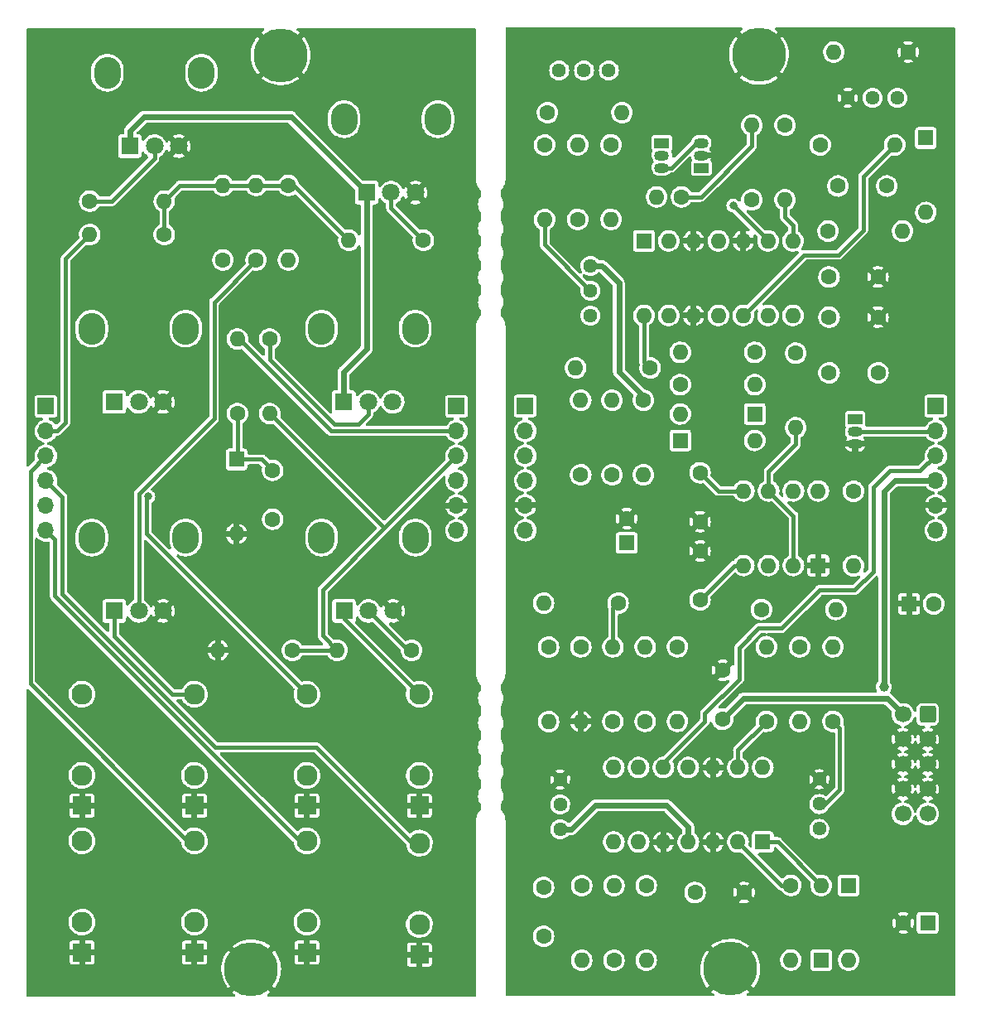
<source format=gbl>
%TF.GenerationSoftware,KiCad,Pcbnew,5.99.0-unknown-3763aca52c~129~ubuntu20.04.1*%
%TF.CreationDate,2021-06-21T22:08:16+02:00*%
%TF.ProjectId,VCO-Version-1,56434f2d-5665-4727-9369-6f6e2d312e6b,rev?*%
%TF.SameCoordinates,Original*%
%TF.FileFunction,Copper,L2,Bot*%
%TF.FilePolarity,Positive*%
%FSLAX46Y46*%
G04 Gerber Fmt 4.6, Leading zero omitted, Abs format (unit mm)*
G04 Created by KiCad (PCBNEW 5.99.0-unknown-3763aca52c~129~ubuntu20.04.1) date 2021-06-21 22:08:16*
%MOMM*%
%LPD*%
G01*
G04 APERTURE LIST*
G04 Aperture macros list*
%AMRoundRect*
0 Rectangle with rounded corners*
0 $1 Rounding radius*
0 $2 $3 $4 $5 $6 $7 $8 $9 X,Y pos of 4 corners*
0 Add a 4 corners polygon primitive as box body*
4,1,4,$2,$3,$4,$5,$6,$7,$8,$9,$2,$3,0*
0 Add four circle primitives for the rounded corners*
1,1,$1+$1,$2,$3*
1,1,$1+$1,$4,$5*
1,1,$1+$1,$6,$7*
1,1,$1+$1,$8,$9*
0 Add four rect primitives between the rounded corners*
20,1,$1+$1,$2,$3,$4,$5,0*
20,1,$1+$1,$4,$5,$6,$7,0*
20,1,$1+$1,$6,$7,$8,$9,0*
20,1,$1+$1,$8,$9,$2,$3,0*%
G04 Aperture macros list end*
%TA.AperFunction,ComponentPad*%
%ADD10O,2.720000X3.240000*%
%TD*%
%TA.AperFunction,ComponentPad*%
%ADD11R,1.800000X1.800000*%
%TD*%
%TA.AperFunction,ComponentPad*%
%ADD12C,1.800000*%
%TD*%
%TA.AperFunction,ComponentPad*%
%ADD13O,1.700000X1.700000*%
%TD*%
%TA.AperFunction,ComponentPad*%
%ADD14R,1.700000X1.700000*%
%TD*%
%TA.AperFunction,ComponentPad*%
%ADD15C,1.600000*%
%TD*%
%TA.AperFunction,ComponentPad*%
%ADD16O,1.600000X1.600000*%
%TD*%
%TA.AperFunction,ComponentPad*%
%ADD17R,1.930000X1.830000*%
%TD*%
%TA.AperFunction,ComponentPad*%
%ADD18C,2.130000*%
%TD*%
%TA.AperFunction,ComponentPad*%
%ADD19C,5.500000*%
%TD*%
%TA.AperFunction,ComponentPad*%
%ADD20R,1.600000X1.600000*%
%TD*%
%TA.AperFunction,ComponentPad*%
%ADD21O,1.500000X1.050000*%
%TD*%
%TA.AperFunction,ComponentPad*%
%ADD22R,1.500000X1.050000*%
%TD*%
%TA.AperFunction,ComponentPad*%
%ADD23C,1.440000*%
%TD*%
%TA.AperFunction,ComponentPad*%
%ADD24C,1.700000*%
%TD*%
%TA.AperFunction,ComponentPad*%
%ADD25RoundRect,0.250000X0.600000X0.600000X-0.600000X0.600000X-0.600000X-0.600000X0.600000X-0.600000X0*%
%TD*%
%TA.AperFunction,ViaPad*%
%ADD26C,1.000000*%
%TD*%
%TA.AperFunction,ViaPad*%
%ADD27C,0.800000*%
%TD*%
%TA.AperFunction,Conductor*%
%ADD28C,0.400000*%
%TD*%
%TA.AperFunction,Conductor*%
%ADD29C,0.600000*%
%TD*%
G04 APERTURE END LIST*
D10*
X129600000Y-104275000D03*
X139200000Y-104275000D03*
D11*
X131900000Y-111775000D03*
D12*
X134400000Y-111775000D03*
X136900000Y-111775000D03*
D13*
X150425000Y-103525000D03*
X150425000Y-100985000D03*
X150425000Y-98445000D03*
X150425000Y-95905000D03*
X150425000Y-93365000D03*
D14*
X150425000Y-90825000D03*
D15*
X126200000Y-68290000D03*
D16*
X126200000Y-75910000D03*
D10*
X139180000Y-82925000D03*
X129580000Y-82925000D03*
D11*
X131880000Y-90425000D03*
D12*
X134380000Y-90425000D03*
X136880000Y-90425000D03*
D15*
X122900000Y-75910000D03*
D16*
X122900000Y-68290000D03*
D17*
X116600000Y-131680000D03*
D18*
X116600000Y-120280000D03*
X116600000Y-128580000D03*
D17*
X128100000Y-131680000D03*
D18*
X128100000Y-120280000D03*
X128100000Y-128580000D03*
D15*
X121000000Y-91610000D03*
D16*
X121000000Y-83990000D03*
D17*
X105100000Y-131680000D03*
D18*
X105100000Y-120280000D03*
X105100000Y-128580000D03*
D17*
X116600000Y-146680000D03*
D18*
X116600000Y-135280000D03*
X116600000Y-143580000D03*
D19*
X122400000Y-148400000D03*
D15*
X126610000Y-115800000D03*
D16*
X118990000Y-115800000D03*
D13*
X192425000Y-103525000D03*
X192425000Y-100985000D03*
X192425000Y-98445000D03*
X192425000Y-95905000D03*
X192425000Y-93365000D03*
D14*
X192425000Y-90825000D03*
D15*
X124300000Y-83990000D03*
D16*
X124300000Y-91610000D03*
D17*
X105100000Y-146680000D03*
D18*
X105100000Y-135280000D03*
X105100000Y-143580000D03*
D10*
X117300000Y-56775000D03*
X107700000Y-56775000D03*
D11*
X110000000Y-64275000D03*
D12*
X112500000Y-64275000D03*
X115000000Y-64275000D03*
D15*
X113510000Y-73300000D03*
D16*
X105890000Y-73300000D03*
D10*
X131900000Y-61525000D03*
X141500000Y-61525000D03*
D11*
X134200000Y-69025000D03*
D12*
X136700000Y-69025000D03*
X139200000Y-69025000D03*
D10*
X115700000Y-104275000D03*
X106100000Y-104275000D03*
D11*
X108400000Y-111775000D03*
D12*
X110900000Y-111775000D03*
X113400000Y-111775000D03*
D15*
X140010000Y-73900000D03*
D16*
X132390000Y-73900000D03*
D15*
X119500000Y-75910000D03*
D16*
X119500000Y-68290000D03*
D17*
X128100000Y-146680000D03*
D18*
X128100000Y-135280000D03*
X128100000Y-143580000D03*
D19*
X171400000Y-148350000D03*
D17*
X139600000Y-146900000D03*
D18*
X139600000Y-135500000D03*
X139600000Y-143800000D03*
D15*
X124600000Y-102400000D03*
X124600000Y-97400000D03*
D17*
X139600000Y-131680000D03*
D18*
X139600000Y-120280000D03*
X139600000Y-128580000D03*
D15*
X138810000Y-115800000D03*
D16*
X131190000Y-115800000D03*
D15*
X105890000Y-69900000D03*
D16*
X113510000Y-69900000D03*
D19*
X174320000Y-54950000D03*
D10*
X115700000Y-82925000D03*
X106100000Y-82925000D03*
D11*
X108400000Y-90425000D03*
D12*
X110900000Y-90425000D03*
X113400000Y-90425000D03*
D20*
X120900000Y-96290000D03*
D16*
X120900000Y-103910000D03*
D19*
X125400000Y-55000000D03*
D20*
X173910000Y-91650000D03*
D16*
X166290000Y-91650000D03*
D15*
X168300000Y-110650000D03*
X168300000Y-105650000D03*
X160800000Y-102332380D03*
D20*
X160800000Y-104832380D03*
D21*
X168425000Y-63950000D03*
X168425000Y-65220000D03*
D22*
X168425000Y-66490000D03*
D15*
X168300000Y-102650000D03*
X168300000Y-97650000D03*
X189082380Y-143650000D03*
D20*
X191582380Y-143650000D03*
D16*
X191400000Y-71060000D03*
D20*
X191400000Y-63440000D03*
D16*
X166000000Y-123060000D03*
D15*
X166000000Y-115440000D03*
D16*
X163865000Y-69460000D03*
D15*
X166405000Y-69460000D03*
X173910000Y-85350000D03*
D16*
X166290000Y-85350000D03*
X177600000Y-147450000D03*
D15*
X177600000Y-139830000D03*
X162800000Y-139840000D03*
D16*
X162800000Y-147460000D03*
D15*
X172800000Y-140550000D03*
X167800000Y-140550000D03*
D16*
X180400000Y-99510000D03*
X177860000Y-99510000D03*
X175320000Y-99510000D03*
X172780000Y-99510000D03*
X172780000Y-107130000D03*
X175320000Y-107130000D03*
X177860000Y-107130000D03*
D20*
X180400000Y-107130000D03*
X166290000Y-94350000D03*
D16*
X173910000Y-94350000D03*
X156100000Y-90240000D03*
D15*
X156100000Y-97860000D03*
D21*
X184172500Y-94720000D03*
X184172500Y-93450000D03*
D22*
X184172500Y-92180000D03*
D16*
X155800000Y-64140000D03*
D15*
X155800000Y-71760000D03*
D16*
X181900000Y-115440000D03*
D15*
X181900000Y-123060000D03*
D16*
X181980000Y-54650000D03*
D15*
X189600000Y-54650000D03*
D23*
X158980000Y-56550000D03*
X156440000Y-56550000D03*
X153900000Y-56550000D03*
X154000000Y-134080000D03*
X154000000Y-131540000D03*
X154000000Y-129000000D03*
D16*
X162500000Y-97860000D03*
D15*
X162500000Y-90240000D03*
D16*
X180700000Y-139830000D03*
D20*
X180700000Y-147450000D03*
D16*
X184000000Y-107160000D03*
D15*
X184000000Y-99540000D03*
D16*
X178500000Y-123060000D03*
D15*
X178500000Y-115440000D03*
X187400000Y-68350000D03*
X182400000Y-68350000D03*
D16*
X189010000Y-72950000D03*
D15*
X181390000Y-72950000D03*
D16*
X152400000Y-71770000D03*
D15*
X152400000Y-64150000D03*
X186500000Y-77650000D03*
X181500000Y-77650000D03*
D16*
X159400000Y-115440000D03*
D15*
X159400000Y-123060000D03*
D14*
X143400000Y-90850000D03*
D13*
X143400000Y-93390000D03*
X143400000Y-95930000D03*
X143400000Y-98470000D03*
X143400000Y-101010000D03*
X143400000Y-103550000D03*
D24*
X189042380Y-132510000D03*
X191582380Y-132510000D03*
X189042380Y-129970000D03*
X191582380Y-129970000D03*
X189042380Y-127430000D03*
X191582380Y-127430000D03*
X189042380Y-124890000D03*
X191582380Y-124890000D03*
X189042380Y-122350000D03*
D25*
X191582380Y-122350000D03*
D16*
X188210000Y-64150000D03*
D15*
X180590000Y-64150000D03*
X159200000Y-64140000D03*
D16*
X159200000Y-71760000D03*
X162700000Y-115440000D03*
D15*
X162700000Y-123060000D03*
D23*
X157100000Y-76520000D03*
X157100000Y-79060000D03*
X157100000Y-81600000D03*
D16*
X152300000Y-110980000D03*
D15*
X159920000Y-110980000D03*
X152300000Y-145030000D03*
X152300000Y-140030000D03*
D16*
X162575000Y-81570000D03*
X165115000Y-81570000D03*
X167655000Y-81570000D03*
X170195000Y-81570000D03*
X172735000Y-81570000D03*
X175275000Y-81570000D03*
X177815000Y-81570000D03*
X177815000Y-73950000D03*
X175275000Y-73950000D03*
X172735000Y-73950000D03*
X170195000Y-73950000D03*
X167655000Y-73950000D03*
X165115000Y-73950000D03*
D20*
X162575000Y-73950000D03*
D16*
X159300000Y-90240000D03*
D15*
X159300000Y-97860000D03*
X181500000Y-87450000D03*
X186500000Y-87450000D03*
X166290000Y-88650000D03*
D16*
X173910000Y-88650000D03*
X182210000Y-111620000D03*
D15*
X174590000Y-111620000D03*
D16*
X160320000Y-60850000D03*
D15*
X152700000Y-60850000D03*
D23*
X180500000Y-128970000D03*
X180500000Y-131510000D03*
X180500000Y-134050000D03*
D16*
X155590000Y-86950000D03*
D15*
X163210000Y-86950000D03*
X170600000Y-122850000D03*
X170600000Y-117850000D03*
D16*
X175100000Y-115440000D03*
D15*
X175100000Y-123060000D03*
X192200000Y-111050000D03*
D20*
X189700000Y-111050000D03*
D15*
X156200000Y-139840000D03*
D16*
X156200000Y-147460000D03*
X174725000Y-127780000D03*
X172185000Y-127780000D03*
X169645000Y-127780000D03*
X167105000Y-127780000D03*
X164565000Y-127780000D03*
X162025000Y-127780000D03*
X159485000Y-127780000D03*
X159485000Y-135400000D03*
X162025000Y-135400000D03*
X164565000Y-135400000D03*
X167105000Y-135400000D03*
X169645000Y-135400000D03*
X172185000Y-135400000D03*
D20*
X174725000Y-135400000D03*
D14*
X101400000Y-90850000D03*
D13*
X101400000Y-93390000D03*
X101400000Y-95930000D03*
X101400000Y-98470000D03*
X101400000Y-101010000D03*
X101400000Y-103550000D03*
D16*
X183500000Y-147450000D03*
D20*
X183500000Y-139830000D03*
D15*
X181500000Y-81750000D03*
X186500000Y-81750000D03*
X159500000Y-147460000D03*
D16*
X159500000Y-139840000D03*
X178100000Y-93060000D03*
D15*
X178100000Y-85440000D03*
D16*
X152810000Y-123080000D03*
D15*
X152810000Y-115460000D03*
D16*
X173600000Y-62130000D03*
D15*
X173600000Y-69750000D03*
D23*
X188500000Y-59350000D03*
X185960000Y-59350000D03*
X183420000Y-59350000D03*
D16*
X177000000Y-69760000D03*
D15*
X177000000Y-62140000D03*
D16*
X156110000Y-123060000D03*
D15*
X156110000Y-115440000D03*
D21*
X164400000Y-66490000D03*
X164400000Y-65220000D03*
D22*
X164400000Y-63950000D03*
D26*
X131100000Y-96400000D03*
X138000000Y-98500000D03*
X134300000Y-94800000D03*
X101200000Y-73500000D03*
X101300000Y-83900000D03*
X123600000Y-79900000D03*
X127600000Y-86000000D03*
X135000000Y-86600000D03*
X127200000Y-99100000D03*
X136800000Y-60800000D03*
X102300000Y-62000000D03*
X112600000Y-57600000D03*
X123000000Y-63700000D03*
X143300000Y-77000000D03*
X136600000Y-79100000D03*
X127500000Y-72800000D03*
X118600000Y-72200000D03*
X109800000Y-73200000D03*
X121000000Y-87700000D03*
X139000000Y-91600000D03*
X140600000Y-95500000D03*
X127100000Y-92200000D03*
X135600000Y-100700000D03*
X132500000Y-103300000D03*
X121000000Y-100400000D03*
X116100000Y-99400000D03*
X104800000Y-95000000D03*
X107900000Y-101100000D03*
X143500000Y-111900000D03*
X135600000Y-108100000D03*
X127000000Y-108500000D03*
X122100000Y-111700000D03*
X115600000Y-118100000D03*
X100300000Y-134800000D03*
X144500000Y-135600000D03*
X144300000Y-120300000D03*
X110900000Y-135200000D03*
X133900000Y-135200000D03*
X122400000Y-135000000D03*
X122200000Y-120600000D03*
X133900000Y-120500000D03*
X107400000Y-123600000D03*
X107800000Y-118500000D03*
X101400000Y-118300000D03*
X101000000Y-109600000D03*
X101000000Y-105600000D03*
D27*
X111886043Y-100086043D03*
D26*
X186500000Y-61750000D03*
X191600000Y-59750000D03*
X161100000Y-68950000D03*
X157600000Y-67150000D03*
X190900000Y-67150000D03*
X186300000Y-54150000D03*
X183300000Y-64450000D03*
X179300000Y-60450000D03*
X175100000Y-71350000D03*
X171800000Y-68050000D03*
X176000000Y-64550000D03*
X171100000Y-63650000D03*
X164600000Y-61250000D03*
X166500000Y-58150000D03*
X158100000Y-59150000D03*
X162700000Y-53450000D03*
X154400000Y-53550000D03*
X150100000Y-57950000D03*
X149200000Y-65850000D03*
X149300000Y-72550000D03*
X149200000Y-79550000D03*
X149200000Y-86550000D03*
X151900000Y-69450000D03*
X151900000Y-82450000D03*
X151900000Y-88050000D03*
X151900000Y-76550000D03*
X150900000Y-124750000D03*
X155700000Y-127050000D03*
X151600000Y-132350000D03*
X157500000Y-134450000D03*
X157200000Y-137250000D03*
X152100000Y-137150000D03*
X154500000Y-142550000D03*
X159300000Y-142450000D03*
X165300000Y-141350000D03*
X170200000Y-141850000D03*
X175600000Y-141850000D03*
X178600000Y-145350000D03*
X161300000Y-149950000D03*
X150400000Y-149750000D03*
X193300000Y-138050000D03*
X192400000Y-148050000D03*
X187000000Y-147250000D03*
X183200000Y-143650000D03*
X187200000Y-140050000D03*
X182400000Y-136850000D03*
X188700000Y-136450000D03*
X184600000Y-131750000D03*
X184700000Y-127150000D03*
X184800000Y-122850000D03*
X180500000Y-125750000D03*
X178500000Y-130750000D03*
X176100000Y-133250000D03*
X173600000Y-129950000D03*
X170000000Y-133250000D03*
X167700000Y-130050000D03*
X160300000Y-129850000D03*
X170300000Y-125450000D03*
X167500000Y-120950000D03*
X167700000Y-117050000D03*
X163800000Y-121150000D03*
X156100000Y-120450000D03*
X153700000Y-117350000D03*
X162000000Y-117350000D03*
X159800000Y-119350000D03*
X171300000Y-111950000D03*
X167900000Y-113450000D03*
X165400000Y-110250000D03*
X160800000Y-99950000D03*
X162200000Y-107050000D03*
X163000000Y-112750000D03*
X157200000Y-111050000D03*
X153700000Y-113050000D03*
X155500000Y-106850000D03*
X155500000Y-101150000D03*
X153300000Y-97450000D03*
X155700000Y-92850000D03*
X165500000Y-103650000D03*
X165800000Y-98950000D03*
X163800000Y-95450000D03*
X163900000Y-92150000D03*
X159500000Y-95550000D03*
X168900000Y-95050000D03*
X168900000Y-90950000D03*
X168800000Y-87250000D03*
X164200000Y-84650000D03*
X168800000Y-83650000D03*
X170200000Y-78050000D03*
X174500000Y-76250000D03*
X182300000Y-70850000D03*
X186600000Y-73050000D03*
X184200000Y-76550000D03*
X191400000Y-74650000D03*
X188500000Y-76350000D03*
X191600000Y-81350000D03*
X191200000Y-87950000D03*
X188400000Y-84450000D03*
X178500000Y-97250000D03*
X173400000Y-96850000D03*
X178800000Y-90250000D03*
X182000000Y-90250000D03*
X181300000Y-94150000D03*
X184500000Y-97050000D03*
X184100000Y-101850000D03*
X184100000Y-105050000D03*
X180400000Y-105050000D03*
X180400000Y-102050000D03*
X174100000Y-109050000D03*
X176800000Y-110550000D03*
X177300000Y-117250000D03*
X174800000Y-119150000D03*
X180100000Y-113150000D03*
X184900000Y-111250000D03*
X191000000Y-105250000D03*
X188900000Y-105250000D03*
X189200000Y-102050000D03*
X189300000Y-99850000D03*
D27*
X188500000Y-94550000D03*
X188500000Y-96250000D03*
D26*
X187100000Y-119550000D03*
X181800000Y-119350000D03*
X189500000Y-119550000D03*
X193400000Y-119650000D03*
X193400000Y-115450000D03*
X189500000Y-115550000D03*
X184900000Y-115350000D03*
X184500000Y-87550000D03*
D27*
X183100000Y-80650000D03*
X181000000Y-79350000D03*
X162200000Y-124850000D03*
X160900000Y-126350000D03*
X152600000Y-121050000D03*
X151300000Y-119750000D03*
X174200000Y-103650000D03*
X172300000Y-105150000D03*
X175100000Y-101550000D03*
X172200000Y-101450000D03*
X168700000Y-70650000D03*
X163900000Y-71650000D03*
X176700000Y-79750000D03*
X179600000Y-82450000D03*
X180100000Y-85850000D03*
X176200000Y-85850000D03*
X175200000Y-83550000D03*
X181700000Y-84550000D03*
X171700000Y-70350000D03*
D28*
X111886043Y-100086043D02*
X111700000Y-100272086D01*
X111700000Y-100272086D02*
X111700000Y-103880000D01*
X111700000Y-103880000D02*
X128150000Y-120330000D01*
X131900000Y-111775000D02*
X131900000Y-112580000D01*
X131900000Y-112580000D02*
X139600000Y-120280000D01*
X101400000Y-98470000D02*
X103100000Y-100170000D01*
X103100000Y-110040730D02*
X118759270Y-125700000D01*
X138850000Y-135500000D02*
X139600000Y-135500000D01*
X103100000Y-100170000D02*
X103100000Y-110040730D01*
X118759270Y-125700000D02*
X129050000Y-125700000D01*
X129050000Y-125700000D02*
X138850000Y-135500000D01*
X101400000Y-103550000D02*
X102300000Y-104450000D01*
X102300000Y-110230000D02*
X127350000Y-135280000D01*
X102300000Y-104450000D02*
X102300000Y-110230000D01*
X127350000Y-135280000D02*
X128100000Y-135280000D01*
X101400000Y-95930000D02*
X99800000Y-97530000D01*
X99800000Y-97530000D02*
X99800000Y-119230000D01*
X99800000Y-119230000D02*
X115850000Y-135280000D01*
X115850000Y-135280000D02*
X116600000Y-135280000D01*
X108400000Y-111775000D02*
X108400000Y-114351460D01*
X108400000Y-114351460D02*
X114328540Y-120280000D01*
X114328540Y-120280000D02*
X116600000Y-120280000D01*
X120900000Y-96290000D02*
X123490000Y-96290000D01*
X123490000Y-96290000D02*
X124600000Y-97400000D01*
X121000000Y-91610000D02*
X121000000Y-96190000D01*
X121000000Y-96190000D02*
X120900000Y-96290000D01*
X122900000Y-75910000D02*
X118600000Y-80210000D01*
X118600000Y-80210000D02*
X118600000Y-92100000D01*
X118600000Y-92100000D02*
X110900000Y-99800000D01*
X110900000Y-99800000D02*
X110900000Y-111775000D01*
X122900000Y-68290000D02*
X126200000Y-68290000D01*
X119500000Y-68290000D02*
X122900000Y-68290000D01*
X113510000Y-69900000D02*
X115120000Y-68290000D01*
X115120000Y-68290000D02*
X119500000Y-68290000D01*
X113510000Y-73300000D02*
X113510000Y-69900000D01*
X112500000Y-64275000D02*
X112500000Y-65547792D01*
X112500000Y-65547792D02*
X108147792Y-69900000D01*
X108147792Y-69900000D02*
X105890000Y-69900000D01*
D29*
X134200000Y-69025000D02*
X126475000Y-61300000D01*
X126475000Y-61300000D02*
X111400000Y-61300000D01*
X111400000Y-61300000D02*
X110000000Y-62700000D01*
X110000000Y-62700000D02*
X110000000Y-64275000D01*
D28*
X132390000Y-73900000D02*
X126780000Y-68290000D01*
X126780000Y-68290000D02*
X126200000Y-68290000D01*
X136700000Y-69025000D02*
X136700000Y-70590000D01*
X136700000Y-70590000D02*
X140010000Y-73900000D01*
D29*
X131880000Y-90425000D02*
X131880000Y-87320000D01*
X131880000Y-87320000D02*
X134200000Y-85000000D01*
X134200000Y-85000000D02*
X134200000Y-69025000D01*
D28*
X134380000Y-90425000D02*
X134380000Y-91697792D01*
X134380000Y-91697792D02*
X133387312Y-92690480D01*
X133387312Y-92690480D02*
X130879750Y-92690480D01*
X130879750Y-92690480D02*
X124300000Y-86110730D01*
X124300000Y-86110730D02*
X124300000Y-83990000D01*
X143400000Y-93390000D02*
X130590000Y-93390000D01*
X130590000Y-93390000D02*
X121190000Y-83990000D01*
X121190000Y-83990000D02*
X121000000Y-83990000D01*
X129700000Y-109630000D02*
X136015000Y-103315000D01*
X136015000Y-103315000D02*
X143400000Y-95930000D01*
X124300000Y-91610000D02*
X136005000Y-103315000D01*
X136005000Y-103315000D02*
X136015000Y-103315000D01*
X131190000Y-115800000D02*
X129700000Y-114310000D01*
X129700000Y-114310000D02*
X129700000Y-109630000D01*
X138810000Y-115800000D02*
X138425000Y-115800000D01*
X138425000Y-115800000D02*
X134400000Y-111775000D01*
X126610000Y-115800000D02*
X131190000Y-115800000D01*
X101400000Y-93390000D02*
X102510000Y-93390000D01*
X102510000Y-93390000D02*
X103400000Y-92500000D01*
X103400000Y-92500000D02*
X103400000Y-75790000D01*
X103400000Y-75790000D02*
X105890000Y-73300000D01*
D29*
X187100000Y-99550000D02*
X188205000Y-98445000D01*
X187100000Y-119550000D02*
X187100000Y-99550000D01*
X188205000Y-98445000D02*
X192425000Y-98445000D01*
D28*
X172300000Y-118750000D02*
X168800000Y-122250000D01*
X172300000Y-115550000D02*
X172300000Y-118750000D01*
X174300000Y-113550000D02*
X172300000Y-115550000D01*
X180500000Y-109650000D02*
X176600000Y-113550000D01*
X168800000Y-122250000D02*
X168800000Y-123050000D01*
X187700000Y-97450000D02*
X186000000Y-99150000D01*
X184100000Y-109650000D02*
X180500000Y-109650000D01*
X168800000Y-123050000D02*
X164565000Y-127285000D01*
X164565000Y-127285000D02*
X164565000Y-127780000D01*
X176600000Y-113550000D02*
X174300000Y-113550000D01*
X186000000Y-107750000D02*
X184100000Y-109650000D01*
X186000000Y-99150000D02*
X186000000Y-107750000D01*
X190800000Y-97450000D02*
X187700000Y-97450000D01*
X192345000Y-95905000D02*
X190800000Y-97450000D01*
X192425000Y-95905000D02*
X192345000Y-95905000D01*
X177600000Y-139830000D02*
X176615000Y-139830000D01*
X176615000Y-139830000D02*
X172185000Y-135400000D01*
X180700000Y-139830000D02*
X176270000Y-135400000D01*
X176270000Y-135400000D02*
X174725000Y-135400000D01*
X180500000Y-131510000D02*
X181140000Y-131510000D01*
X181140000Y-131510000D02*
X182600000Y-130050000D01*
X182600000Y-130050000D02*
X182600000Y-123760000D01*
X182600000Y-123760000D02*
X181900000Y-123060000D01*
X175100000Y-123060000D02*
X172185000Y-125975000D01*
X172185000Y-125975000D02*
X172185000Y-127780000D01*
D29*
X167105000Y-135400000D02*
X167105000Y-133855000D01*
X164900000Y-131650000D02*
X157600000Y-131650000D01*
X167105000Y-133855000D02*
X164900000Y-131650000D01*
X157600000Y-131650000D02*
X155170000Y-134080000D01*
X155170000Y-134080000D02*
X154000000Y-134080000D01*
D28*
X159400000Y-115440000D02*
X159400000Y-111500000D01*
X159400000Y-111500000D02*
X159920000Y-110980000D01*
X175320000Y-99510000D02*
X177860000Y-102050000D01*
X177860000Y-102050000D02*
X177860000Y-107130000D01*
X168300000Y-110650000D02*
X171820000Y-107130000D01*
X171820000Y-107130000D02*
X172780000Y-107130000D01*
X172780000Y-99510000D02*
X170160000Y-99510000D01*
X170160000Y-99510000D02*
X168300000Y-97650000D01*
X178100000Y-93060000D02*
X178100000Y-94750000D01*
X178100000Y-94750000D02*
X175320000Y-97530000D01*
X175320000Y-97530000D02*
X175320000Y-99510000D01*
X184172500Y-93450000D02*
X192340000Y-93450000D01*
X192340000Y-93450000D02*
X192425000Y-93365000D01*
X162575000Y-81570000D02*
X162575000Y-86315000D01*
X162575000Y-86315000D02*
X163210000Y-86950000D01*
X177000000Y-69760000D02*
X177000000Y-71550000D01*
X177000000Y-71550000D02*
X177815000Y-72365000D01*
X177815000Y-72365000D02*
X177815000Y-73950000D01*
X152400000Y-71770000D02*
X152400000Y-74360000D01*
X152400000Y-74360000D02*
X157100000Y-79060000D01*
X171700000Y-70350000D02*
X175275000Y-73925000D01*
X175275000Y-73925000D02*
X175275000Y-73950000D01*
X166405000Y-69460000D02*
X168390000Y-69460000D01*
X168390000Y-69460000D02*
X173600000Y-64250000D01*
X173600000Y-64250000D02*
X173600000Y-62130000D01*
X164400000Y-66490000D02*
X165339689Y-66490000D01*
X165339689Y-66490000D02*
X167879689Y-63950000D01*
X167879689Y-63950000D02*
X168425000Y-63950000D01*
X172735000Y-81570000D02*
X178920395Y-75384605D01*
X178920395Y-75384605D02*
X182465395Y-75384605D01*
X182465395Y-75384605D02*
X185000000Y-72850000D01*
X185000000Y-72850000D02*
X185000000Y-67360000D01*
X185000000Y-67360000D02*
X188210000Y-64150000D01*
D29*
X162500000Y-90240000D02*
X162500000Y-89850000D01*
X160000000Y-78250000D02*
X158270000Y-76520000D01*
X162500000Y-89850000D02*
X160000000Y-87350000D01*
X160000000Y-87350000D02*
X160000000Y-78250000D01*
X158270000Y-76520000D02*
X157100000Y-76520000D01*
X189042380Y-122350000D02*
X187442380Y-120750000D01*
X187442380Y-120750000D02*
X172700000Y-120750000D01*
X172700000Y-120750000D02*
X170600000Y-122850000D01*
%TA.AperFunction,Conductor*%
G36*
X172597880Y-52169962D02*
G01*
X172652418Y-52224500D01*
X172672380Y-52299000D01*
X172652418Y-52373500D01*
X172612530Y-52418387D01*
X172399319Y-52577598D01*
X172389402Y-52590177D01*
X172392695Y-52598431D01*
X174306129Y-54511865D01*
X174320000Y-54519873D01*
X174333871Y-54511865D01*
X176241458Y-52604278D01*
X176249466Y-52590407D01*
X176243454Y-52579993D01*
X176204032Y-52545421D01*
X176197370Y-52540217D01*
X176026133Y-52421425D01*
X175976299Y-52362559D01*
X175962575Y-52286662D01*
X175988638Y-52214070D01*
X176047504Y-52164236D01*
X176111063Y-52150000D01*
X194251000Y-52150000D01*
X194325500Y-52169962D01*
X194380038Y-52224500D01*
X194400000Y-52299000D01*
X194400000Y-151001000D01*
X194380038Y-151075500D01*
X194325500Y-151130038D01*
X194251000Y-151150000D01*
X173193547Y-151150000D01*
X173119047Y-151130038D01*
X173064509Y-151075500D01*
X173044547Y-151001000D01*
X173064509Y-150926500D01*
X173114038Y-150874987D01*
X173170470Y-150839381D01*
X173177346Y-150834476D01*
X173318970Y-150720810D01*
X173328440Y-150707894D01*
X173324362Y-150698626D01*
X171413871Y-148788135D01*
X171400000Y-148780127D01*
X171386129Y-148788135D01*
X169479720Y-150694544D01*
X169471712Y-150708415D01*
X169476946Y-150717482D01*
X169601046Y-150818875D01*
X169607870Y-150823833D01*
X169688483Y-150875685D01*
X169740342Y-150932777D01*
X169756706Y-151008149D01*
X169733193Y-151081605D01*
X169676101Y-151133464D01*
X169607878Y-151150000D01*
X148549000Y-151150000D01*
X148474500Y-151130038D01*
X148419962Y-151075500D01*
X148400000Y-151001000D01*
X148400000Y-147562116D01*
X155099226Y-147562116D01*
X155100549Y-147569084D01*
X155135175Y-147751463D01*
X155138395Y-147768425D01*
X155215870Y-147963605D01*
X155219682Y-147969577D01*
X155219684Y-147969581D01*
X155268340Y-148045809D01*
X155328854Y-148140614D01*
X155333728Y-148145759D01*
X155405010Y-148221005D01*
X155473272Y-148293064D01*
X155550889Y-148348735D01*
X155603085Y-148386173D01*
X155643911Y-148415456D01*
X155834616Y-148503372D01*
X155966387Y-148535860D01*
X156031625Y-148551945D01*
X156031628Y-148551945D01*
X156038505Y-148553641D01*
X156045576Y-148554005D01*
X156045580Y-148554006D01*
X156165812Y-148560201D01*
X156248221Y-148564448D01*
X156374572Y-148546803D01*
X156449174Y-148536385D01*
X156449176Y-148536384D01*
X156456197Y-148535404D01*
X156515517Y-148515152D01*
X156648220Y-148469847D01*
X156648225Y-148469845D01*
X156654929Y-148467556D01*
X156661082Y-148464040D01*
X156661085Y-148464038D01*
X156831090Y-148366873D01*
X156831094Y-148366870D01*
X156837246Y-148363354D01*
X156844795Y-148356873D01*
X156925945Y-148287195D01*
X156996569Y-148226556D01*
X157085526Y-148114521D01*
X157122742Y-148067650D01*
X157122743Y-148067648D01*
X157127150Y-148062098D01*
X157224277Y-147875916D01*
X157284446Y-147674726D01*
X157295785Y-147562116D01*
X158399226Y-147562116D01*
X158400549Y-147569084D01*
X158435175Y-147751463D01*
X158438395Y-147768425D01*
X158515870Y-147963605D01*
X158519682Y-147969577D01*
X158519684Y-147969581D01*
X158568340Y-148045809D01*
X158628854Y-148140614D01*
X158633728Y-148145759D01*
X158705010Y-148221005D01*
X158773272Y-148293064D01*
X158850889Y-148348735D01*
X158903085Y-148386173D01*
X158943911Y-148415456D01*
X159134616Y-148503372D01*
X159266387Y-148535860D01*
X159331625Y-148551945D01*
X159331628Y-148551945D01*
X159338505Y-148553641D01*
X159345576Y-148554005D01*
X159345580Y-148554006D01*
X159465812Y-148560201D01*
X159548221Y-148564448D01*
X159674572Y-148546803D01*
X159749174Y-148536385D01*
X159749176Y-148536384D01*
X159756197Y-148535404D01*
X159815517Y-148515152D01*
X159948220Y-148469847D01*
X159948225Y-148469845D01*
X159954929Y-148467556D01*
X159961082Y-148464040D01*
X159961085Y-148464038D01*
X160131090Y-148366873D01*
X160131094Y-148366870D01*
X160137246Y-148363354D01*
X160144795Y-148356873D01*
X160225945Y-148287195D01*
X160296569Y-148226556D01*
X160385526Y-148114521D01*
X160422742Y-148067650D01*
X160422743Y-148067648D01*
X160427150Y-148062098D01*
X160524277Y-147875916D01*
X160584446Y-147674726D01*
X160595785Y-147562116D01*
X161699226Y-147562116D01*
X161700549Y-147569084D01*
X161735175Y-147751463D01*
X161738395Y-147768425D01*
X161815870Y-147963605D01*
X161819682Y-147969577D01*
X161819684Y-147969581D01*
X161868340Y-148045809D01*
X161928854Y-148140614D01*
X161933728Y-148145759D01*
X162005010Y-148221005D01*
X162073272Y-148293064D01*
X162150889Y-148348735D01*
X162203085Y-148386173D01*
X162243911Y-148415456D01*
X162434616Y-148503372D01*
X162566387Y-148535860D01*
X162631625Y-148551945D01*
X162631628Y-148551945D01*
X162638505Y-148553641D01*
X162645576Y-148554005D01*
X162645580Y-148554006D01*
X162765812Y-148560201D01*
X162848221Y-148564448D01*
X162974572Y-148546803D01*
X163049174Y-148536385D01*
X163049176Y-148536384D01*
X163056197Y-148535404D01*
X163115517Y-148515152D01*
X163248220Y-148469847D01*
X163248225Y-148469845D01*
X163254929Y-148467556D01*
X163261082Y-148464040D01*
X163261085Y-148464038D01*
X163281447Y-148452400D01*
X168346953Y-148452400D01*
X168347247Y-148460822D01*
X168378170Y-148797344D01*
X168379418Y-148805699D01*
X168448235Y-149136550D01*
X168450424Y-149144715D01*
X168556247Y-149465636D01*
X168559349Y-149473511D01*
X168700822Y-149780391D01*
X168704789Y-149787852D01*
X168880102Y-150076759D01*
X168884880Y-150083712D01*
X169028726Y-150269491D01*
X169041475Y-150279185D01*
X169050216Y-150275520D01*
X170961865Y-148363871D01*
X170969873Y-148350000D01*
X171830127Y-148350000D01*
X171838135Y-148363871D01*
X173744944Y-150270680D01*
X173758815Y-150278688D01*
X173767297Y-150273791D01*
X173899892Y-150105595D01*
X173904734Y-150098681D01*
X174082559Y-149811319D01*
X174086589Y-149803897D01*
X174230743Y-149498249D01*
X174233907Y-149490417D01*
X174342534Y-149170411D01*
X174344788Y-149162283D01*
X174416488Y-148832052D01*
X174417813Y-148823687D01*
X174451800Y-148486159D01*
X174452155Y-148480351D01*
X174454936Y-148352916D01*
X174454834Y-148347078D01*
X174435602Y-148008394D01*
X174434645Y-147999993D01*
X174377416Y-147666934D01*
X174375519Y-147658720D01*
X174344447Y-147552116D01*
X176499226Y-147552116D01*
X176538395Y-147758425D01*
X176541007Y-147765005D01*
X176541008Y-147765009D01*
X176577740Y-147857546D01*
X176615870Y-147953605D01*
X176619682Y-147959577D01*
X176619684Y-147959581D01*
X176674723Y-148045809D01*
X176728854Y-148130614D01*
X176733728Y-148135759D01*
X176860497Y-148269578D01*
X176873272Y-148283064D01*
X176947255Y-148336129D01*
X177017027Y-148386173D01*
X177043911Y-148405456D01*
X177234616Y-148493372D01*
X177366387Y-148525860D01*
X177431625Y-148541945D01*
X177431628Y-148541945D01*
X177438505Y-148543641D01*
X177445576Y-148544005D01*
X177445580Y-148544006D01*
X177565812Y-148550201D01*
X177648221Y-148554448D01*
X177788414Y-148534870D01*
X177849174Y-148526385D01*
X177849176Y-148526384D01*
X177856197Y-148525404D01*
X177915763Y-148505068D01*
X178048220Y-148459847D01*
X178048225Y-148459845D01*
X178054929Y-148457556D01*
X178061082Y-148454040D01*
X178061085Y-148454038D01*
X178231090Y-148356873D01*
X178231094Y-148356870D01*
X178237246Y-148353354D01*
X178244556Y-148347078D01*
X178359612Y-148248288D01*
X178396569Y-148216556D01*
X178527150Y-148052098D01*
X178549950Y-148008394D01*
X178620994Y-147872209D01*
X178624277Y-147865916D01*
X178684446Y-147664726D01*
X178705485Y-147455788D01*
X178705500Y-147450000D01*
X178696162Y-147352122D01*
X178686229Y-147248022D01*
X178685555Y-147240955D01*
X178626441Y-147039453D01*
X178530290Y-146852764D01*
X178400572Y-146687626D01*
X178357212Y-146650000D01*
X179594500Y-146650000D01*
X179594500Y-148250000D01*
X179595803Y-148278188D01*
X179626528Y-148386173D01*
X179634847Y-148397190D01*
X179634848Y-148397191D01*
X179648641Y-148415456D01*
X179694186Y-148475767D01*
X179705926Y-148483036D01*
X179705927Y-148483037D01*
X179777899Y-148527600D01*
X179777900Y-148527601D01*
X179789641Y-148534870D01*
X179900000Y-148555500D01*
X181500000Y-148555500D01*
X181501706Y-148555421D01*
X181501712Y-148555421D01*
X181519578Y-148554595D01*
X181528188Y-148554197D01*
X181536474Y-148551839D01*
X181536476Y-148551839D01*
X181571257Y-148541943D01*
X181636173Y-148523472D01*
X181725767Y-148455814D01*
X181755108Y-148408427D01*
X181777600Y-148372101D01*
X181777601Y-148372100D01*
X181784870Y-148360359D01*
X181805500Y-148250000D01*
X181805500Y-147552116D01*
X182399226Y-147552116D01*
X182438395Y-147758425D01*
X182441007Y-147765005D01*
X182441008Y-147765009D01*
X182477740Y-147857546D01*
X182515870Y-147953605D01*
X182519682Y-147959577D01*
X182519684Y-147959581D01*
X182574723Y-148045809D01*
X182628854Y-148130614D01*
X182633728Y-148135759D01*
X182760497Y-148269578D01*
X182773272Y-148283064D01*
X182847255Y-148336129D01*
X182917027Y-148386173D01*
X182943911Y-148405456D01*
X183134616Y-148493372D01*
X183266387Y-148525860D01*
X183331625Y-148541945D01*
X183331628Y-148541945D01*
X183338505Y-148543641D01*
X183345576Y-148544005D01*
X183345580Y-148544006D01*
X183465812Y-148550201D01*
X183548221Y-148554448D01*
X183688414Y-148534870D01*
X183749174Y-148526385D01*
X183749176Y-148526384D01*
X183756197Y-148525404D01*
X183815763Y-148505068D01*
X183948220Y-148459847D01*
X183948225Y-148459845D01*
X183954929Y-148457556D01*
X183961082Y-148454040D01*
X183961085Y-148454038D01*
X184131090Y-148356873D01*
X184131094Y-148356870D01*
X184137246Y-148353354D01*
X184144556Y-148347078D01*
X184259612Y-148248288D01*
X184296569Y-148216556D01*
X184427150Y-148052098D01*
X184449950Y-148008394D01*
X184520994Y-147872209D01*
X184524277Y-147865916D01*
X184584446Y-147664726D01*
X184605485Y-147455788D01*
X184605500Y-147450000D01*
X184596162Y-147352122D01*
X184586229Y-147248022D01*
X184585555Y-147240955D01*
X184526441Y-147039453D01*
X184430290Y-146852764D01*
X184300572Y-146687626D01*
X184226261Y-146623142D01*
X184147319Y-146554639D01*
X184147317Y-146554638D01*
X184141967Y-146549995D01*
X184041107Y-146491646D01*
X183966333Y-146448388D01*
X183966331Y-146448387D01*
X183960198Y-146444839D01*
X183934356Y-146435865D01*
X183768521Y-146378277D01*
X183768519Y-146378276D01*
X183761825Y-146375952D01*
X183554003Y-146345820D01*
X183483340Y-146349091D01*
X183351311Y-146355201D01*
X183351306Y-146355202D01*
X183344234Y-146355529D01*
X183140084Y-146404729D01*
X182948922Y-146491646D01*
X182943140Y-146495747D01*
X182943139Y-146495748D01*
X182846021Y-146564639D01*
X182777644Y-146613142D01*
X182772743Y-146618261D01*
X182772739Y-146618265D01*
X182637334Y-146759711D01*
X182632430Y-146764834D01*
X182518520Y-146941249D01*
X182440025Y-147136021D01*
X182399776Y-147342122D01*
X182399757Y-147349209D01*
X182399757Y-147349213D01*
X182399731Y-147359213D01*
X182399226Y-147552116D01*
X181805500Y-147552116D01*
X181805500Y-146650000D01*
X181804197Y-146621812D01*
X181773472Y-146513827D01*
X181764274Y-146501646D01*
X181714135Y-146435252D01*
X181705814Y-146424233D01*
X181694073Y-146416963D01*
X181622101Y-146372400D01*
X181622100Y-146372399D01*
X181610359Y-146365130D01*
X181500000Y-146344500D01*
X179900000Y-146344500D01*
X179898294Y-146344579D01*
X179898288Y-146344579D01*
X179880450Y-146345404D01*
X179871812Y-146345803D01*
X179863526Y-146348161D01*
X179863524Y-146348161D01*
X179835454Y-146356148D01*
X179763827Y-146376528D01*
X179752810Y-146384847D01*
X179752809Y-146384848D01*
X179710282Y-146416963D01*
X179674233Y-146444186D01*
X179666964Y-146455926D01*
X179666963Y-146455927D01*
X179634578Y-146508232D01*
X179615130Y-146539641D01*
X179594500Y-146650000D01*
X178357212Y-146650000D01*
X178326261Y-146623142D01*
X178247319Y-146554639D01*
X178247317Y-146554638D01*
X178241967Y-146549995D01*
X178141107Y-146491646D01*
X178066333Y-146448388D01*
X178066331Y-146448387D01*
X178060198Y-146444839D01*
X178034356Y-146435865D01*
X177868521Y-146378277D01*
X177868519Y-146378276D01*
X177861825Y-146375952D01*
X177654003Y-146345820D01*
X177583340Y-146349091D01*
X177451311Y-146355201D01*
X177451306Y-146355202D01*
X177444234Y-146355529D01*
X177240084Y-146404729D01*
X177048922Y-146491646D01*
X177043140Y-146495747D01*
X177043139Y-146495748D01*
X176946021Y-146564639D01*
X176877644Y-146613142D01*
X176872743Y-146618261D01*
X176872739Y-146618265D01*
X176737334Y-146759711D01*
X176732430Y-146764834D01*
X176618520Y-146941249D01*
X176540025Y-147136021D01*
X176499776Y-147342122D01*
X176499757Y-147349209D01*
X176499757Y-147349213D01*
X176499731Y-147359213D01*
X176499226Y-147552116D01*
X174344447Y-147552116D01*
X174280957Y-147334291D01*
X174278131Y-147326312D01*
X174147450Y-147014673D01*
X174143752Y-147007091D01*
X173978623Y-146712232D01*
X173974095Y-146705125D01*
X173776655Y-146430863D01*
X173773671Y-146427178D01*
X173761880Y-146419594D01*
X173746007Y-146428257D01*
X171838135Y-148336129D01*
X171830127Y-148350000D01*
X170969873Y-148350000D01*
X170961865Y-148336129D01*
X169055196Y-146429460D01*
X169041325Y-146421452D01*
X169031617Y-146427056D01*
X168962898Y-146508232D01*
X168957823Y-146514966D01*
X168770073Y-146795953D01*
X168765787Y-146803229D01*
X168611050Y-147103670D01*
X168607623Y-147111369D01*
X168487893Y-147427390D01*
X168485354Y-147435443D01*
X168402172Y-147762974D01*
X168400558Y-147771272D01*
X168354987Y-148106126D01*
X168354326Y-148114521D01*
X168346953Y-148452400D01*
X163281447Y-148452400D01*
X163431090Y-148366873D01*
X163431094Y-148366870D01*
X163437246Y-148363354D01*
X163444795Y-148356873D01*
X163525945Y-148287195D01*
X163596569Y-148226556D01*
X163685526Y-148114521D01*
X163722742Y-148067650D01*
X163722743Y-148067648D01*
X163727150Y-148062098D01*
X163824277Y-147875916D01*
X163884446Y-147674726D01*
X163905485Y-147465788D01*
X163905500Y-147460000D01*
X163905099Y-147455788D01*
X163886229Y-147258022D01*
X163885555Y-147250955D01*
X163826441Y-147049453D01*
X163730290Y-146862764D01*
X163600572Y-146697626D01*
X163514737Y-146623142D01*
X163447319Y-146564639D01*
X163447317Y-146564638D01*
X163441967Y-146559995D01*
X163385116Y-146527106D01*
X163266333Y-146458388D01*
X163266331Y-146458387D01*
X163260198Y-146454839D01*
X163191155Y-146430863D01*
X163068521Y-146388277D01*
X163068519Y-146388276D01*
X163061825Y-146385952D01*
X162854003Y-146355820D01*
X162783340Y-146359091D01*
X162651311Y-146365201D01*
X162651306Y-146365202D01*
X162644234Y-146365529D01*
X162440084Y-146414729D01*
X162248922Y-146501646D01*
X162243140Y-146505747D01*
X162243139Y-146505748D01*
X162171667Y-146556447D01*
X162077644Y-146623142D01*
X162072743Y-146628261D01*
X162072739Y-146628265D01*
X161946907Y-146759711D01*
X161932430Y-146774834D01*
X161818520Y-146951249D01*
X161740025Y-147146021D01*
X161699776Y-147352122D01*
X161699226Y-147562116D01*
X160595785Y-147562116D01*
X160605485Y-147465788D01*
X160605500Y-147460000D01*
X160605099Y-147455788D01*
X160586229Y-147258022D01*
X160585555Y-147250955D01*
X160526441Y-147049453D01*
X160430290Y-146862764D01*
X160300572Y-146697626D01*
X160214737Y-146623142D01*
X160147319Y-146564639D01*
X160147317Y-146564638D01*
X160141967Y-146559995D01*
X160085116Y-146527106D01*
X159966333Y-146458388D01*
X159966331Y-146458387D01*
X159960198Y-146454839D01*
X159891155Y-146430863D01*
X159768521Y-146388277D01*
X159768519Y-146388276D01*
X159761825Y-146385952D01*
X159554003Y-146355820D01*
X159483340Y-146359091D01*
X159351311Y-146365201D01*
X159351306Y-146365202D01*
X159344234Y-146365529D01*
X159140084Y-146414729D01*
X158948922Y-146501646D01*
X158943140Y-146505747D01*
X158943139Y-146505748D01*
X158871667Y-146556447D01*
X158777644Y-146623142D01*
X158772743Y-146628261D01*
X158772739Y-146628265D01*
X158646907Y-146759711D01*
X158632430Y-146774834D01*
X158518520Y-146951249D01*
X158440025Y-147146021D01*
X158399776Y-147352122D01*
X158399226Y-147562116D01*
X157295785Y-147562116D01*
X157305485Y-147465788D01*
X157305500Y-147460000D01*
X157305099Y-147455788D01*
X157286229Y-147258022D01*
X157285555Y-147250955D01*
X157226441Y-147049453D01*
X157130290Y-146862764D01*
X157000572Y-146697626D01*
X156914737Y-146623142D01*
X156847319Y-146564639D01*
X156847317Y-146564638D01*
X156841967Y-146559995D01*
X156785116Y-146527106D01*
X156666333Y-146458388D01*
X156666331Y-146458387D01*
X156660198Y-146454839D01*
X156591155Y-146430863D01*
X156468521Y-146388277D01*
X156468519Y-146388276D01*
X156461825Y-146385952D01*
X156254003Y-146355820D01*
X156183340Y-146359091D01*
X156051311Y-146365201D01*
X156051306Y-146365202D01*
X156044234Y-146365529D01*
X155840084Y-146414729D01*
X155648922Y-146501646D01*
X155643140Y-146505747D01*
X155643139Y-146505748D01*
X155571667Y-146556447D01*
X155477644Y-146623142D01*
X155472743Y-146628261D01*
X155472739Y-146628265D01*
X155346907Y-146759711D01*
X155332430Y-146774834D01*
X155218520Y-146951249D01*
X155140025Y-147146021D01*
X155099776Y-147352122D01*
X155099226Y-147562116D01*
X148400000Y-147562116D01*
X148400000Y-145132116D01*
X151199226Y-145132116D01*
X151238395Y-145338425D01*
X151241007Y-145345005D01*
X151241008Y-145345009D01*
X151256866Y-145384959D01*
X151315870Y-145533605D01*
X151428854Y-145710614D01*
X151433728Y-145715759D01*
X151505010Y-145791005D01*
X151573272Y-145863064D01*
X151743911Y-145985456D01*
X151934616Y-146073372D01*
X152066387Y-146105860D01*
X152131625Y-146121945D01*
X152131628Y-146121945D01*
X152138505Y-146123641D01*
X152145576Y-146124005D01*
X152145580Y-146124006D01*
X152265812Y-146130201D01*
X152348221Y-146134448D01*
X152474572Y-146116803D01*
X152549174Y-146106385D01*
X152549176Y-146106384D01*
X152556197Y-146105404D01*
X152609913Y-146087065D01*
X152748220Y-146039847D01*
X152748225Y-146039845D01*
X152754929Y-146037556D01*
X152761082Y-146034040D01*
X152761085Y-146034038D01*
X152837827Y-145990177D01*
X169469402Y-145990177D01*
X169472695Y-145998431D01*
X171386129Y-147911865D01*
X171400000Y-147919873D01*
X171413871Y-147911865D01*
X173321458Y-146004278D01*
X173329466Y-145990407D01*
X173323454Y-145979993D01*
X173284032Y-145945421D01*
X173277362Y-145940210D01*
X172999712Y-145747597D01*
X172992508Y-145743182D01*
X172694828Y-145583234D01*
X172687169Y-145579662D01*
X172373293Y-145454438D01*
X172365282Y-145451758D01*
X172039242Y-145362869D01*
X172031001Y-145361117D01*
X171696982Y-145309707D01*
X171688588Y-145308899D01*
X171350905Y-145295631D01*
X171342468Y-145295778D01*
X171005454Y-145320823D01*
X170997095Y-145321923D01*
X170665082Y-145384959D01*
X170656892Y-145387000D01*
X170334152Y-145487213D01*
X170326246Y-145490169D01*
X170016930Y-145626272D01*
X170009408Y-145630104D01*
X169717489Y-145800347D01*
X169710442Y-145805011D01*
X169479319Y-145977598D01*
X169469402Y-145990177D01*
X152837827Y-145990177D01*
X152931090Y-145936873D01*
X152931094Y-145936870D01*
X152937246Y-145933354D01*
X153096569Y-145796556D01*
X153227150Y-145632098D01*
X153324277Y-145445916D01*
X153384446Y-145244726D01*
X153405485Y-145035788D01*
X153405500Y-145030000D01*
X153385555Y-144820955D01*
X153326441Y-144619453D01*
X153323085Y-144612937D01*
X188549570Y-144612937D01*
X188550785Y-144615043D01*
X188555691Y-144618461D01*
X188710725Y-144689932D01*
X188724046Y-144694597D01*
X188914078Y-144741450D01*
X188928033Y-144743511D01*
X189123501Y-144753583D01*
X189137601Y-144752967D01*
X189331435Y-144725898D01*
X189345175Y-144722625D01*
X189530390Y-144659393D01*
X189543260Y-144653582D01*
X189601593Y-144620242D01*
X189612968Y-144608965D01*
X189611498Y-144603382D01*
X189096251Y-144088135D01*
X189082380Y-144080127D01*
X189068509Y-144088135D01*
X188557578Y-144599066D01*
X188549570Y-144612937D01*
X153323085Y-144612937D01*
X153230290Y-144432764D01*
X153100572Y-144267626D01*
X152997864Y-144178500D01*
X152947319Y-144134639D01*
X152947317Y-144134638D01*
X152941967Y-144129995D01*
X152841107Y-144071646D01*
X152766333Y-144028388D01*
X152766331Y-144028387D01*
X152760198Y-144024839D01*
X152639911Y-143983068D01*
X152568521Y-143958277D01*
X152568519Y-143958276D01*
X152561825Y-143955952D01*
X152354003Y-143925820D01*
X152283340Y-143929091D01*
X152151311Y-143935201D01*
X152151306Y-143935202D01*
X152144234Y-143935529D01*
X151940084Y-143984729D01*
X151748922Y-144071646D01*
X151577644Y-144193142D01*
X151572743Y-144198261D01*
X151572739Y-144198265D01*
X151437334Y-144339711D01*
X151432430Y-144344834D01*
X151318520Y-144521249D01*
X151240025Y-144716021D01*
X151199776Y-144922122D01*
X151199226Y-145132116D01*
X148400000Y-145132116D01*
X148400000Y-143744975D01*
X187982123Y-143744975D01*
X187983427Y-143759037D01*
X188019933Y-143951323D01*
X188023868Y-143964869D01*
X188096081Y-144146791D01*
X188102509Y-144159353D01*
X188109976Y-144171052D01*
X188121793Y-144181861D01*
X188128318Y-144179798D01*
X188644245Y-143663871D01*
X188652253Y-143650000D01*
X189512507Y-143650000D01*
X189520515Y-143663871D01*
X190029303Y-144172659D01*
X190043174Y-144180667D01*
X190046928Y-144178500D01*
X190048432Y-144176450D01*
X190102911Y-144072021D01*
X190108227Y-144058930D01*
X190164302Y-143871427D01*
X190167046Y-143857567D01*
X190179630Y-143732600D01*
X190206956Y-143660474D01*
X190218973Y-143650656D01*
X190434585Y-143650656D01*
X190463733Y-143686331D01*
X190476880Y-143747528D01*
X190476880Y-144450000D01*
X190478183Y-144478188D01*
X190508908Y-144586173D01*
X190517227Y-144597190D01*
X190517228Y-144597191D01*
X190539181Y-144626261D01*
X190576566Y-144675767D01*
X190588306Y-144683036D01*
X190588307Y-144683037D01*
X190660279Y-144727600D01*
X190660280Y-144727601D01*
X190672021Y-144734870D01*
X190782380Y-144755500D01*
X192382380Y-144755500D01*
X192384086Y-144755421D01*
X192384092Y-144755421D01*
X192401958Y-144754595D01*
X192410568Y-144754197D01*
X192418854Y-144751839D01*
X192418856Y-144751839D01*
X192455368Y-144741450D01*
X192518553Y-144723472D01*
X192537134Y-144709441D01*
X192597128Y-144664135D01*
X192608147Y-144655814D01*
X192615417Y-144644073D01*
X192659980Y-144572101D01*
X192659981Y-144572100D01*
X192667250Y-144560359D01*
X192687880Y-144450000D01*
X192687880Y-142850000D01*
X192686577Y-142821812D01*
X192655852Y-142713827D01*
X192642531Y-142696186D01*
X192596515Y-142635252D01*
X192588194Y-142624233D01*
X192576453Y-142616963D01*
X192504481Y-142572400D01*
X192504480Y-142572399D01*
X192492739Y-142565130D01*
X192382380Y-142544500D01*
X190782380Y-142544500D01*
X190780674Y-142544579D01*
X190780668Y-142544579D01*
X190762830Y-142545404D01*
X190754192Y-142545803D01*
X190745906Y-142548161D01*
X190745904Y-142548161D01*
X190719422Y-142555696D01*
X190646207Y-142576528D01*
X190556613Y-142644186D01*
X190549344Y-142655926D01*
X190549343Y-142655927D01*
X190528594Y-142689439D01*
X190497510Y-142739641D01*
X190476880Y-142850000D01*
X190476880Y-143553823D01*
X190456918Y-143628323D01*
X190434585Y-143650656D01*
X190218973Y-143650656D01*
X190220185Y-143649666D01*
X190198842Y-143628323D01*
X190179554Y-143567975D01*
X190168118Y-143448115D01*
X190165448Y-143434245D01*
X190110352Y-143246439D01*
X190105110Y-143233334D01*
X190052289Y-143130777D01*
X190041520Y-143118921D01*
X190037483Y-143119797D01*
X190035129Y-143121515D01*
X189520515Y-143636129D01*
X189512507Y-143650000D01*
X188652253Y-143650000D01*
X188644245Y-143636129D01*
X188134146Y-143126030D01*
X188120275Y-143118022D01*
X188114240Y-143121506D01*
X188105191Y-143135520D01*
X188098693Y-143148057D01*
X188025536Y-143329583D01*
X188021525Y-143343124D01*
X187984012Y-143535216D01*
X187982635Y-143549262D01*
X187982123Y-143744975D01*
X148400000Y-143744975D01*
X148400000Y-142688771D01*
X188548846Y-142688771D01*
X188549211Y-142690964D01*
X188552830Y-142696186D01*
X189068509Y-143211865D01*
X189082380Y-143219873D01*
X189096251Y-143211865D01*
X189604806Y-142703310D01*
X189612814Y-142689439D01*
X189609874Y-142684346D01*
X189548505Y-142648843D01*
X189535672Y-142642968D01*
X189350782Y-142578763D01*
X189337070Y-142575421D01*
X189143377Y-142547337D01*
X189129277Y-142546647D01*
X188933769Y-142555696D01*
X188919788Y-142557686D01*
X188729524Y-142603540D01*
X188716167Y-142608139D01*
X188561216Y-142678592D01*
X188548846Y-142688771D01*
X148400000Y-142688771D01*
X148400000Y-140132116D01*
X151199226Y-140132116D01*
X151200549Y-140139084D01*
X151229969Y-140294042D01*
X151238395Y-140338425D01*
X151241007Y-140345005D01*
X151241008Y-140345009D01*
X151273081Y-140425809D01*
X151315870Y-140533605D01*
X151319682Y-140539577D01*
X151319684Y-140539581D01*
X151352508Y-140591005D01*
X151428854Y-140710614D01*
X151433728Y-140715759D01*
X151562150Y-140851323D01*
X151573272Y-140863064D01*
X151672179Y-140934006D01*
X151707191Y-140959118D01*
X151743911Y-140985456D01*
X151934616Y-141073372D01*
X152066387Y-141105860D01*
X152131625Y-141121945D01*
X152131628Y-141121945D01*
X152138505Y-141123641D01*
X152145576Y-141124005D01*
X152145580Y-141124006D01*
X152265812Y-141130201D01*
X152348221Y-141134448D01*
X152474572Y-141116803D01*
X152549174Y-141106385D01*
X152549176Y-141106384D01*
X152556197Y-141105404D01*
X152635001Y-141078500D01*
X152748220Y-141039847D01*
X152748225Y-141039845D01*
X152754929Y-141037556D01*
X152761082Y-141034040D01*
X152761085Y-141034038D01*
X152931090Y-140936873D01*
X152931094Y-140936870D01*
X152937246Y-140933354D01*
X152948134Y-140924006D01*
X153040442Y-140844748D01*
X153096569Y-140796556D01*
X153205760Y-140659037D01*
X153222742Y-140637650D01*
X153222743Y-140637648D01*
X153227150Y-140632098D01*
X153245692Y-140596556D01*
X153320994Y-140452209D01*
X153324277Y-140445916D01*
X153384446Y-140244726D01*
X153394844Y-140141463D01*
X153405119Y-140039424D01*
X153405119Y-140039421D01*
X153405485Y-140035788D01*
X153405500Y-140030000D01*
X153405122Y-140026030D01*
X153397115Y-139942116D01*
X155099226Y-139942116D01*
X155100549Y-139949084D01*
X155136692Y-140139453D01*
X155138395Y-140148425D01*
X155141007Y-140155005D01*
X155141008Y-140155009D01*
X155157654Y-140196943D01*
X155215870Y-140343605D01*
X155219682Y-140349577D01*
X155219684Y-140349581D01*
X155274345Y-140435216D01*
X155328854Y-140520614D01*
X155333728Y-140525759D01*
X155460029Y-140659084D01*
X155473272Y-140673064D01*
X155548170Y-140726785D01*
X155610544Y-140771523D01*
X155643911Y-140795456D01*
X155834616Y-140883372D01*
X155966387Y-140915860D01*
X156031625Y-140931945D01*
X156031628Y-140931945D01*
X156038505Y-140933641D01*
X156045576Y-140934005D01*
X156045580Y-140934006D01*
X156165812Y-140940201D01*
X156248221Y-140944448D01*
X156374572Y-140926803D01*
X156449174Y-140916385D01*
X156449176Y-140916384D01*
X156456197Y-140915404D01*
X156515517Y-140895152D01*
X156648220Y-140849847D01*
X156648225Y-140849845D01*
X156654929Y-140847556D01*
X156661082Y-140844040D01*
X156661085Y-140844038D01*
X156831090Y-140746873D01*
X156831094Y-140746870D01*
X156837246Y-140743354D01*
X156844795Y-140736873D01*
X156925945Y-140667195D01*
X156996569Y-140606556D01*
X157127150Y-140442098D01*
X157224277Y-140255916D01*
X157284446Y-140054726D01*
X157295785Y-139942116D01*
X158399226Y-139942116D01*
X158400549Y-139949084D01*
X158436692Y-140139453D01*
X158438395Y-140148425D01*
X158441007Y-140155005D01*
X158441008Y-140155009D01*
X158457654Y-140196943D01*
X158515870Y-140343605D01*
X158519682Y-140349577D01*
X158519684Y-140349581D01*
X158574345Y-140435216D01*
X158628854Y-140520614D01*
X158633728Y-140525759D01*
X158760029Y-140659084D01*
X158773272Y-140673064D01*
X158848170Y-140726785D01*
X158910544Y-140771523D01*
X158943911Y-140795456D01*
X159134616Y-140883372D01*
X159266387Y-140915860D01*
X159331625Y-140931945D01*
X159331628Y-140931945D01*
X159338505Y-140933641D01*
X159345576Y-140934005D01*
X159345580Y-140934006D01*
X159465812Y-140940201D01*
X159548221Y-140944448D01*
X159674572Y-140926803D01*
X159749174Y-140916385D01*
X159749176Y-140916384D01*
X159756197Y-140915404D01*
X159815517Y-140895152D01*
X159948220Y-140849847D01*
X159948225Y-140849845D01*
X159954929Y-140847556D01*
X159961082Y-140844040D01*
X159961085Y-140844038D01*
X160131090Y-140746873D01*
X160131094Y-140746870D01*
X160137246Y-140743354D01*
X160144795Y-140736873D01*
X160225945Y-140667195D01*
X160296569Y-140606556D01*
X160427150Y-140442098D01*
X160524277Y-140255916D01*
X160584446Y-140054726D01*
X160595785Y-139942116D01*
X161699226Y-139942116D01*
X161700549Y-139949084D01*
X161736692Y-140139453D01*
X161738395Y-140148425D01*
X161741007Y-140155005D01*
X161741008Y-140155009D01*
X161757654Y-140196943D01*
X161815870Y-140343605D01*
X161819682Y-140349577D01*
X161819684Y-140349581D01*
X161874345Y-140435216D01*
X161928854Y-140520614D01*
X161933728Y-140525759D01*
X162060029Y-140659084D01*
X162073272Y-140673064D01*
X162148170Y-140726785D01*
X162210544Y-140771523D01*
X162243911Y-140795456D01*
X162434616Y-140883372D01*
X162566387Y-140915860D01*
X162631625Y-140931945D01*
X162631628Y-140931945D01*
X162638505Y-140933641D01*
X162645576Y-140934005D01*
X162645580Y-140934006D01*
X162765812Y-140940201D01*
X162848221Y-140944448D01*
X162974572Y-140926803D01*
X163049174Y-140916385D01*
X163049176Y-140916384D01*
X163056197Y-140915404D01*
X163115517Y-140895152D01*
X163248220Y-140849847D01*
X163248225Y-140849845D01*
X163254929Y-140847556D01*
X163261082Y-140844040D01*
X163261085Y-140844038D01*
X163431090Y-140746873D01*
X163431094Y-140746870D01*
X163437246Y-140743354D01*
X163444795Y-140736873D01*
X163525945Y-140667195D01*
X163543507Y-140652116D01*
X166699226Y-140652116D01*
X166700549Y-140659084D01*
X166737047Y-140851323D01*
X166738395Y-140858425D01*
X166741007Y-140865005D01*
X166741008Y-140865009D01*
X166760103Y-140913113D01*
X166815870Y-141053605D01*
X166819682Y-141059577D01*
X166819684Y-141059581D01*
X166867239Y-141134083D01*
X166928854Y-141230614D01*
X166933728Y-141235759D01*
X167005010Y-141311005D01*
X167073272Y-141383064D01*
X167243911Y-141505456D01*
X167434616Y-141593372D01*
X167566387Y-141625860D01*
X167631625Y-141641945D01*
X167631628Y-141641945D01*
X167638505Y-141643641D01*
X167645576Y-141644005D01*
X167645580Y-141644006D01*
X167765812Y-141650201D01*
X167848221Y-141654448D01*
X167974572Y-141636803D01*
X168049174Y-141626385D01*
X168049176Y-141626384D01*
X168056197Y-141625404D01*
X168109913Y-141607065D01*
X168248220Y-141559847D01*
X168248225Y-141559845D01*
X168254929Y-141557556D01*
X168261082Y-141554040D01*
X168261085Y-141554038D01*
X168332997Y-141512937D01*
X172267190Y-141512937D01*
X172268405Y-141515043D01*
X172273311Y-141518461D01*
X172428345Y-141589932D01*
X172441666Y-141594597D01*
X172631698Y-141641450D01*
X172645653Y-141643511D01*
X172841121Y-141653583D01*
X172855221Y-141652967D01*
X173049055Y-141625898D01*
X173062795Y-141622625D01*
X173248010Y-141559393D01*
X173260880Y-141553582D01*
X173319213Y-141520242D01*
X173330588Y-141508965D01*
X173329118Y-141503382D01*
X172813871Y-140988135D01*
X172800000Y-140980127D01*
X172786129Y-140988135D01*
X172275198Y-141499066D01*
X172267190Y-141512937D01*
X168332997Y-141512937D01*
X168431090Y-141456873D01*
X168431094Y-141456870D01*
X168437246Y-141453354D01*
X168596569Y-141316556D01*
X168727150Y-141152098D01*
X168736870Y-141133467D01*
X168791355Y-141029024D01*
X168824277Y-140965916D01*
X168884446Y-140764726D01*
X168896504Y-140644975D01*
X171699743Y-140644975D01*
X171701047Y-140659037D01*
X171737553Y-140851323D01*
X171741488Y-140864869D01*
X171813701Y-141046791D01*
X171820129Y-141059353D01*
X171827596Y-141071052D01*
X171839413Y-141081861D01*
X171845938Y-141079798D01*
X172361865Y-140563871D01*
X172369873Y-140550000D01*
X173230127Y-140550000D01*
X173238135Y-140563871D01*
X173746923Y-141072659D01*
X173760794Y-141080667D01*
X173764548Y-141078500D01*
X173766052Y-141076450D01*
X173820531Y-140972021D01*
X173825847Y-140958930D01*
X173881922Y-140771427D01*
X173884666Y-140757567D01*
X173904619Y-140559422D01*
X173904955Y-140552893D01*
X173904653Y-140546359D01*
X173885738Y-140348115D01*
X173883068Y-140334245D01*
X173827972Y-140146439D01*
X173822730Y-140133334D01*
X173769909Y-140030777D01*
X173759140Y-140018921D01*
X173755103Y-140019797D01*
X173752749Y-140021515D01*
X173238135Y-140536129D01*
X173230127Y-140550000D01*
X172369873Y-140550000D01*
X172361865Y-140536129D01*
X171851766Y-140026030D01*
X171837895Y-140018022D01*
X171831860Y-140021506D01*
X171822811Y-140035520D01*
X171816313Y-140048057D01*
X171743156Y-140229583D01*
X171739145Y-140243124D01*
X171701632Y-140435216D01*
X171700255Y-140449262D01*
X171699743Y-140644975D01*
X168896504Y-140644975D01*
X168905485Y-140555788D01*
X168905500Y-140550000D01*
X168902697Y-140520614D01*
X168886229Y-140348022D01*
X168885555Y-140340955D01*
X168826441Y-140139453D01*
X168730290Y-139952764D01*
X168600572Y-139787626D01*
X168441967Y-139649995D01*
X168397280Y-139624143D01*
X168336137Y-139588771D01*
X172266466Y-139588771D01*
X172266831Y-139590964D01*
X172270450Y-139596186D01*
X172786129Y-140111865D01*
X172800000Y-140119873D01*
X172813871Y-140111865D01*
X173322426Y-139603310D01*
X173330434Y-139589439D01*
X173327494Y-139584346D01*
X173266125Y-139548843D01*
X173253292Y-139542968D01*
X173068402Y-139478763D01*
X173054690Y-139475421D01*
X172860997Y-139447337D01*
X172846897Y-139446647D01*
X172651389Y-139455696D01*
X172637408Y-139457686D01*
X172447144Y-139503540D01*
X172433787Y-139508139D01*
X172278836Y-139578592D01*
X172266466Y-139588771D01*
X168336137Y-139588771D01*
X168266333Y-139548388D01*
X168266331Y-139548387D01*
X168260198Y-139544839D01*
X168206008Y-139526021D01*
X168068521Y-139478277D01*
X168068519Y-139478276D01*
X168061825Y-139475952D01*
X167854003Y-139445820D01*
X167783340Y-139449091D01*
X167651311Y-139455201D01*
X167651306Y-139455202D01*
X167644234Y-139455529D01*
X167440084Y-139504729D01*
X167248922Y-139591646D01*
X167243140Y-139595747D01*
X167243139Y-139595748D01*
X167200124Y-139626261D01*
X167077644Y-139713142D01*
X167072743Y-139718261D01*
X167072739Y-139718265D01*
X166947182Y-139849424D01*
X166932430Y-139864834D01*
X166818520Y-140041249D01*
X166740025Y-140236021D01*
X166714738Y-140365507D01*
X166701734Y-140432098D01*
X166699776Y-140442122D01*
X166699757Y-140449209D01*
X166699757Y-140449213D01*
X166699586Y-140514640D01*
X166699226Y-140652116D01*
X163543507Y-140652116D01*
X163596569Y-140606556D01*
X163727150Y-140442098D01*
X163824277Y-140255916D01*
X163884446Y-140054726D01*
X163905485Y-139845788D01*
X163905500Y-139840000D01*
X163905099Y-139835788D01*
X163893005Y-139709037D01*
X163885555Y-139630955D01*
X163826441Y-139429453D01*
X163730290Y-139242764D01*
X163600572Y-139077626D01*
X163545688Y-139030000D01*
X163447319Y-138944639D01*
X163447317Y-138944638D01*
X163441967Y-138939995D01*
X163341107Y-138881646D01*
X163266333Y-138838388D01*
X163266331Y-138838387D01*
X163260198Y-138834839D01*
X163203794Y-138815252D01*
X163068521Y-138768277D01*
X163068519Y-138768276D01*
X163061825Y-138765952D01*
X162854003Y-138735820D01*
X162783340Y-138739091D01*
X162651311Y-138745201D01*
X162651306Y-138745202D01*
X162644234Y-138745529D01*
X162440084Y-138794729D01*
X162248922Y-138881646D01*
X162243140Y-138885747D01*
X162243139Y-138885748D01*
X162173423Y-138935201D01*
X162077644Y-139003142D01*
X162072743Y-139008261D01*
X162072739Y-139008265D01*
X161942003Y-139144834D01*
X161932430Y-139154834D01*
X161818520Y-139331249D01*
X161740025Y-139526021D01*
X161719533Y-139630955D01*
X161703089Y-139715159D01*
X161699776Y-139732122D01*
X161699757Y-139739209D01*
X161699757Y-139739213D01*
X161699616Y-139793202D01*
X161699226Y-139942116D01*
X160595785Y-139942116D01*
X160605485Y-139845788D01*
X160605500Y-139840000D01*
X160605099Y-139835788D01*
X160593005Y-139709037D01*
X160585555Y-139630955D01*
X160526441Y-139429453D01*
X160430290Y-139242764D01*
X160300572Y-139077626D01*
X160245688Y-139030000D01*
X160147319Y-138944639D01*
X160147317Y-138944638D01*
X160141967Y-138939995D01*
X160041107Y-138881646D01*
X159966333Y-138838388D01*
X159966331Y-138838387D01*
X159960198Y-138834839D01*
X159903794Y-138815252D01*
X159768521Y-138768277D01*
X159768519Y-138768276D01*
X159761825Y-138765952D01*
X159554003Y-138735820D01*
X159483340Y-138739091D01*
X159351311Y-138745201D01*
X159351306Y-138745202D01*
X159344234Y-138745529D01*
X159140084Y-138794729D01*
X158948922Y-138881646D01*
X158943140Y-138885747D01*
X158943139Y-138885748D01*
X158873423Y-138935201D01*
X158777644Y-139003142D01*
X158772743Y-139008261D01*
X158772739Y-139008265D01*
X158642003Y-139144834D01*
X158632430Y-139154834D01*
X158518520Y-139331249D01*
X158440025Y-139526021D01*
X158419533Y-139630955D01*
X158403089Y-139715159D01*
X158399776Y-139732122D01*
X158399757Y-139739209D01*
X158399757Y-139739213D01*
X158399616Y-139793202D01*
X158399226Y-139942116D01*
X157295785Y-139942116D01*
X157305485Y-139845788D01*
X157305500Y-139840000D01*
X157305099Y-139835788D01*
X157293005Y-139709037D01*
X157285555Y-139630955D01*
X157226441Y-139429453D01*
X157130290Y-139242764D01*
X157000572Y-139077626D01*
X156945688Y-139030000D01*
X156847319Y-138944639D01*
X156847317Y-138944638D01*
X156841967Y-138939995D01*
X156741107Y-138881646D01*
X156666333Y-138838388D01*
X156666331Y-138838387D01*
X156660198Y-138834839D01*
X156603794Y-138815252D01*
X156468521Y-138768277D01*
X156468519Y-138768276D01*
X156461825Y-138765952D01*
X156254003Y-138735820D01*
X156183340Y-138739091D01*
X156051311Y-138745201D01*
X156051306Y-138745202D01*
X156044234Y-138745529D01*
X155840084Y-138794729D01*
X155648922Y-138881646D01*
X155643140Y-138885747D01*
X155643139Y-138885748D01*
X155573423Y-138935201D01*
X155477644Y-139003142D01*
X155472743Y-139008261D01*
X155472739Y-139008265D01*
X155342003Y-139144834D01*
X155332430Y-139154834D01*
X155218520Y-139331249D01*
X155140025Y-139526021D01*
X155119533Y-139630955D01*
X155103089Y-139715159D01*
X155099776Y-139732122D01*
X155099757Y-139739209D01*
X155099757Y-139739213D01*
X155099616Y-139793202D01*
X155099226Y-139942116D01*
X153397115Y-139942116D01*
X153387317Y-139839424D01*
X153385555Y-139820955D01*
X153326441Y-139619453D01*
X153230290Y-139432764D01*
X153100572Y-139267626D01*
X153053973Y-139227189D01*
X152947319Y-139134639D01*
X152947317Y-139134638D01*
X152941967Y-139129995D01*
X152865186Y-139085576D01*
X152766333Y-139028388D01*
X152766331Y-139028387D01*
X152760198Y-139024839D01*
X152712470Y-139008265D01*
X152568521Y-138958277D01*
X152568519Y-138958276D01*
X152561825Y-138955952D01*
X152354003Y-138925820D01*
X152283340Y-138929091D01*
X152151311Y-138935201D01*
X152151306Y-138935202D01*
X152144234Y-138935529D01*
X151940084Y-138984729D01*
X151748922Y-139071646D01*
X151743140Y-139075747D01*
X151743139Y-139075748D01*
X151673781Y-139124947D01*
X151577644Y-139193142D01*
X151572743Y-139198261D01*
X151572739Y-139198265D01*
X151451137Y-139325292D01*
X151432430Y-139344834D01*
X151318520Y-139521249D01*
X151240025Y-139716021D01*
X151199776Y-139922122D01*
X151199757Y-139929209D01*
X151199757Y-139929213D01*
X151199679Y-139959067D01*
X151199226Y-140132116D01*
X148400000Y-140132116D01*
X148400000Y-135502116D01*
X158384226Y-135502116D01*
X158423395Y-135708425D01*
X158426007Y-135715005D01*
X158426008Y-135715009D01*
X158435674Y-135739359D01*
X158500870Y-135903605D01*
X158504682Y-135909577D01*
X158504684Y-135909581D01*
X158567281Y-136007650D01*
X158613854Y-136080614D01*
X158618728Y-136085759D01*
X158690010Y-136161005D01*
X158758272Y-136233064D01*
X158847112Y-136296785D01*
X158922548Y-136350892D01*
X158928911Y-136355456D01*
X159119616Y-136443372D01*
X159251387Y-136475860D01*
X159316625Y-136491945D01*
X159316628Y-136491945D01*
X159323505Y-136493641D01*
X159330576Y-136494005D01*
X159330580Y-136494006D01*
X159450812Y-136500201D01*
X159533221Y-136504448D01*
X159659572Y-136486803D01*
X159734174Y-136476385D01*
X159734176Y-136476384D01*
X159741197Y-136475404D01*
X159820124Y-136448458D01*
X159933220Y-136409847D01*
X159933225Y-136409845D01*
X159939929Y-136407556D01*
X159946082Y-136404040D01*
X159946085Y-136404038D01*
X160116090Y-136306873D01*
X160116094Y-136306870D01*
X160122246Y-136303354D01*
X160281569Y-136166556D01*
X160361225Y-136066235D01*
X160407742Y-136007650D01*
X160407743Y-136007648D01*
X160412150Y-136002098D01*
X160426287Y-135975000D01*
X160505994Y-135822209D01*
X160509277Y-135815916D01*
X160569446Y-135614726D01*
X160580785Y-135502116D01*
X160924226Y-135502116D01*
X160963395Y-135708425D01*
X160966007Y-135715005D01*
X160966008Y-135715009D01*
X160975674Y-135739359D01*
X161040870Y-135903605D01*
X161044682Y-135909577D01*
X161044684Y-135909581D01*
X161107281Y-136007650D01*
X161153854Y-136080614D01*
X161158728Y-136085759D01*
X161230010Y-136161005D01*
X161298272Y-136233064D01*
X161387112Y-136296785D01*
X161462548Y-136350892D01*
X161468911Y-136355456D01*
X161659616Y-136443372D01*
X161791387Y-136475860D01*
X161856625Y-136491945D01*
X161856628Y-136491945D01*
X161863505Y-136493641D01*
X161870576Y-136494005D01*
X161870580Y-136494006D01*
X161990812Y-136500201D01*
X162073221Y-136504448D01*
X162199572Y-136486803D01*
X162274174Y-136476385D01*
X162274176Y-136476384D01*
X162281197Y-136475404D01*
X162360124Y-136448458D01*
X162473220Y-136409847D01*
X162473225Y-136409845D01*
X162479929Y-136407556D01*
X162486082Y-136404040D01*
X162486085Y-136404038D01*
X162656090Y-136306873D01*
X162656094Y-136306870D01*
X162662246Y-136303354D01*
X162821569Y-136166556D01*
X162901225Y-136066235D01*
X162947742Y-136007650D01*
X162947743Y-136007648D01*
X162952150Y-136002098D01*
X162966287Y-135975000D01*
X163045994Y-135822209D01*
X163049277Y-135815916D01*
X163081058Y-135709649D01*
X163504973Y-135709649D01*
X163506490Y-135714874D01*
X163578700Y-135896788D01*
X163585129Y-135909353D01*
X163690433Y-136074329D01*
X163699128Y-136085457D01*
X163833720Y-136227536D01*
X163844365Y-136236823D01*
X164003401Y-136350892D01*
X164015603Y-136357993D01*
X164193338Y-136439929D01*
X164206667Y-136444598D01*
X164245955Y-136454284D01*
X164261968Y-136453963D01*
X164265000Y-136448458D01*
X164265000Y-135719616D01*
X164865000Y-135719616D01*
X164865000Y-136440307D01*
X164869145Y-136455778D01*
X164872413Y-136456653D01*
X164876625Y-136455954D01*
X165013010Y-136409393D01*
X165025880Y-136403582D01*
X165195801Y-136306464D01*
X165207338Y-136298326D01*
X165355830Y-136170827D01*
X165365616Y-136160658D01*
X165487324Y-136007376D01*
X165495009Y-135995543D01*
X165585535Y-135822014D01*
X165590846Y-135808933D01*
X165617804Y-135718792D01*
X165618265Y-135702784D01*
X165614111Y-135700224D01*
X165612580Y-135700000D01*
X164884616Y-135700000D01*
X164869145Y-135704145D01*
X164865000Y-135719616D01*
X164265000Y-135719616D01*
X164260855Y-135704145D01*
X164245384Y-135700000D01*
X163521918Y-135700000D01*
X163506447Y-135704145D01*
X163504973Y-135709649D01*
X163081058Y-135709649D01*
X163109446Y-135614726D01*
X163130485Y-135405788D01*
X163130500Y-135400000D01*
X163110555Y-135190955D01*
X163079227Y-135084166D01*
X163506798Y-135084166D01*
X163507665Y-135096726D01*
X163514363Y-135100000D01*
X164245384Y-135100000D01*
X164260855Y-135095855D01*
X164265000Y-135080384D01*
X164265000Y-134360417D01*
X164262802Y-134352213D01*
X164865000Y-134352213D01*
X164865000Y-135080384D01*
X164869145Y-135095855D01*
X164884616Y-135100000D01*
X165603737Y-135100000D01*
X165619208Y-135095855D01*
X165620523Y-135090945D01*
X165620357Y-135089787D01*
X165592971Y-134996436D01*
X165587733Y-134983340D01*
X165498115Y-134809337D01*
X165490487Y-134797455D01*
X165369589Y-134643545D01*
X165359859Y-134633326D01*
X165212029Y-134505046D01*
X165200542Y-134496853D01*
X165031128Y-134398845D01*
X165018292Y-134392968D01*
X164883529Y-134346170D01*
X164867557Y-134345012D01*
X164865771Y-134347644D01*
X164865000Y-134352213D01*
X164262802Y-134352213D01*
X164260855Y-134344946D01*
X164254673Y-134343290D01*
X164212149Y-134353539D01*
X164198785Y-134358140D01*
X164020624Y-134439145D01*
X164008388Y-134446181D01*
X163848756Y-134559416D01*
X163838064Y-134568645D01*
X163702732Y-134710015D01*
X163693972Y-134721106D01*
X163587811Y-134885521D01*
X163581313Y-134898057D01*
X163508153Y-135079590D01*
X163506798Y-135084166D01*
X163079227Y-135084166D01*
X163051441Y-134989453D01*
X162955290Y-134802764D01*
X162825572Y-134637626D01*
X162759651Y-134580422D01*
X162672319Y-134504639D01*
X162672317Y-134504638D01*
X162666967Y-134499995D01*
X162561784Y-134439145D01*
X162491333Y-134398388D01*
X162491331Y-134398387D01*
X162485198Y-134394839D01*
X162459356Y-134385865D01*
X162293521Y-134328277D01*
X162293519Y-134328276D01*
X162286825Y-134325952D01*
X162079003Y-134295820D01*
X162008340Y-134299091D01*
X161876311Y-134305201D01*
X161876306Y-134305202D01*
X161869234Y-134305529D01*
X161665084Y-134354729D01*
X161473922Y-134441646D01*
X161468140Y-134445747D01*
X161468139Y-134445748D01*
X161347289Y-134531473D01*
X161302644Y-134563142D01*
X161297743Y-134568261D01*
X161297739Y-134568265D01*
X161162334Y-134709711D01*
X161157430Y-134714834D01*
X161043520Y-134891249D01*
X160965025Y-135086021D01*
X160924776Y-135292122D01*
X160924226Y-135502116D01*
X160580785Y-135502116D01*
X160590485Y-135405788D01*
X160590500Y-135400000D01*
X160570555Y-135190955D01*
X160511441Y-134989453D01*
X160415290Y-134802764D01*
X160285572Y-134637626D01*
X160219651Y-134580422D01*
X160132319Y-134504639D01*
X160132317Y-134504638D01*
X160126967Y-134499995D01*
X160021784Y-134439145D01*
X159951333Y-134398388D01*
X159951331Y-134398387D01*
X159945198Y-134394839D01*
X159919356Y-134385865D01*
X159753521Y-134328277D01*
X159753519Y-134328276D01*
X159746825Y-134325952D01*
X159539003Y-134295820D01*
X159468340Y-134299091D01*
X159336311Y-134305201D01*
X159336306Y-134305202D01*
X159329234Y-134305529D01*
X159125084Y-134354729D01*
X158933922Y-134441646D01*
X158928140Y-134445747D01*
X158928139Y-134445748D01*
X158807289Y-134531473D01*
X158762644Y-134563142D01*
X158757743Y-134568261D01*
X158757739Y-134568265D01*
X158622334Y-134709711D01*
X158617430Y-134714834D01*
X158503520Y-134891249D01*
X158425025Y-135086021D01*
X158384776Y-135292122D01*
X158384226Y-135502116D01*
X148400000Y-135502116D01*
X148400000Y-134065682D01*
X152974600Y-134065682D01*
X152991347Y-134265122D01*
X152993357Y-134272131D01*
X152993357Y-134272132D01*
X153043141Y-134445748D01*
X153046514Y-134457512D01*
X153137999Y-134635522D01*
X153142527Y-134641234D01*
X153142527Y-134641235D01*
X153197042Y-134710015D01*
X153262317Y-134792372D01*
X153267863Y-134797092D01*
X153267864Y-134797093D01*
X153303151Y-134827125D01*
X153414733Y-134922089D01*
X153589442Y-135019730D01*
X153649916Y-135039379D01*
X153772857Y-135079325D01*
X153772860Y-135079326D01*
X153779789Y-135081577D01*
X153870015Y-135092336D01*
X153971293Y-135104413D01*
X153971296Y-135104413D01*
X153978524Y-135105275D01*
X154178076Y-135089920D01*
X154292545Y-135057960D01*
X154363828Y-135038058D01*
X154363833Y-135038056D01*
X154370846Y-135036098D01*
X154377346Y-135032814D01*
X154377350Y-135032813D01*
X154542985Y-134949144D01*
X154542986Y-134949144D01*
X154549490Y-134945858D01*
X154707205Y-134822638D01*
X154785321Y-134732140D01*
X154849112Y-134688788D01*
X154898113Y-134680500D01*
X155122258Y-134680500D01*
X155141704Y-134681775D01*
X155170000Y-134685500D01*
X155179685Y-134684225D01*
X155317032Y-134666143D01*
X155317033Y-134666143D01*
X155326715Y-134664868D01*
X155402864Y-134633326D01*
X155463726Y-134608116D01*
X155463727Y-134608116D01*
X155472750Y-134604378D01*
X155567762Y-134531473D01*
X155567763Y-134531472D01*
X155598153Y-134508153D01*
X155607136Y-134496447D01*
X155615526Y-134485512D01*
X155628377Y-134470858D01*
X157805094Y-132294141D01*
X157871889Y-132255577D01*
X157910453Y-132250500D01*
X164589547Y-132250500D01*
X164664047Y-132270462D01*
X164694906Y-132294141D01*
X166460859Y-134060094D01*
X166499423Y-134126889D01*
X166504500Y-134165453D01*
X166504500Y-134399716D01*
X166484538Y-134474216D01*
X166441709Y-134521244D01*
X166382644Y-134563142D01*
X166377743Y-134568261D01*
X166377739Y-134568265D01*
X166242334Y-134709711D01*
X166237430Y-134714834D01*
X166123520Y-134891249D01*
X166045025Y-135086021D01*
X166004776Y-135292122D01*
X166004226Y-135502116D01*
X166043395Y-135708425D01*
X166046007Y-135715005D01*
X166046008Y-135715009D01*
X166055674Y-135739359D01*
X166120870Y-135903605D01*
X166124682Y-135909577D01*
X166124684Y-135909581D01*
X166187281Y-136007650D01*
X166233854Y-136080614D01*
X166238728Y-136085759D01*
X166310010Y-136161005D01*
X166378272Y-136233064D01*
X166467112Y-136296785D01*
X166542548Y-136350892D01*
X166548911Y-136355456D01*
X166739616Y-136443372D01*
X166871387Y-136475860D01*
X166936625Y-136491945D01*
X166936628Y-136491945D01*
X166943505Y-136493641D01*
X166950576Y-136494005D01*
X166950580Y-136494006D01*
X167070812Y-136500201D01*
X167153221Y-136504448D01*
X167279572Y-136486803D01*
X167354174Y-136476385D01*
X167354176Y-136476384D01*
X167361197Y-136475404D01*
X167440124Y-136448458D01*
X167553220Y-136409847D01*
X167553225Y-136409845D01*
X167559929Y-136407556D01*
X167566082Y-136404040D01*
X167566085Y-136404038D01*
X167736090Y-136306873D01*
X167736094Y-136306870D01*
X167742246Y-136303354D01*
X167901569Y-136166556D01*
X167981225Y-136066235D01*
X168027742Y-136007650D01*
X168027743Y-136007648D01*
X168032150Y-136002098D01*
X168046287Y-135975000D01*
X168125994Y-135822209D01*
X168129277Y-135815916D01*
X168161058Y-135709649D01*
X168584973Y-135709649D01*
X168586490Y-135714874D01*
X168658700Y-135896788D01*
X168665129Y-135909353D01*
X168770433Y-136074329D01*
X168779128Y-136085457D01*
X168913720Y-136227536D01*
X168924365Y-136236823D01*
X169083401Y-136350892D01*
X169095603Y-136357993D01*
X169273338Y-136439929D01*
X169286667Y-136444598D01*
X169325955Y-136454284D01*
X169341968Y-136453963D01*
X169345000Y-136448458D01*
X169345000Y-135719616D01*
X169945000Y-135719616D01*
X169945000Y-136440307D01*
X169949145Y-136455778D01*
X169952413Y-136456653D01*
X169956625Y-136455954D01*
X170093010Y-136409393D01*
X170105880Y-136403582D01*
X170275801Y-136306464D01*
X170287338Y-136298326D01*
X170435830Y-136170827D01*
X170445616Y-136160658D01*
X170567324Y-136007376D01*
X170575009Y-135995543D01*
X170665535Y-135822014D01*
X170670846Y-135808933D01*
X170697804Y-135718792D01*
X170698265Y-135702784D01*
X170694111Y-135700224D01*
X170692580Y-135700000D01*
X169964616Y-135700000D01*
X169949145Y-135704145D01*
X169945000Y-135719616D01*
X169345000Y-135719616D01*
X169340855Y-135704145D01*
X169325384Y-135700000D01*
X168601918Y-135700000D01*
X168586447Y-135704145D01*
X168584973Y-135709649D01*
X168161058Y-135709649D01*
X168189446Y-135614726D01*
X168200785Y-135502116D01*
X171084226Y-135502116D01*
X171123395Y-135708425D01*
X171126007Y-135715005D01*
X171126008Y-135715009D01*
X171135674Y-135739359D01*
X171200870Y-135903605D01*
X171204682Y-135909577D01*
X171204684Y-135909581D01*
X171267281Y-136007650D01*
X171313854Y-136080614D01*
X171318728Y-136085759D01*
X171390010Y-136161005D01*
X171458272Y-136233064D01*
X171547112Y-136296785D01*
X171622548Y-136350892D01*
X171628911Y-136355456D01*
X171819616Y-136443372D01*
X171951387Y-136475860D01*
X172016625Y-136491945D01*
X172016628Y-136491945D01*
X172023505Y-136493641D01*
X172030576Y-136494005D01*
X172030580Y-136494006D01*
X172150812Y-136500201D01*
X172233221Y-136504448D01*
X172441197Y-136475404D01*
X172447905Y-136473114D01*
X172449592Y-136472712D01*
X172526690Y-136474865D01*
X172589482Y-136512296D01*
X176211832Y-140134646D01*
X176219944Y-140143438D01*
X176224379Y-140148649D01*
X176230042Y-140157625D01*
X176237994Y-140164648D01*
X176237995Y-140164649D01*
X176267403Y-140190621D01*
X176274129Y-140196943D01*
X176285781Y-140208595D01*
X176290028Y-140211778D01*
X176294036Y-140214782D01*
X176303294Y-140222319D01*
X176337469Y-140252501D01*
X176347077Y-140257012D01*
X176355210Y-140262354D01*
X176363751Y-140267030D01*
X176372247Y-140273398D01*
X176414930Y-140289399D01*
X176425948Y-140294042D01*
X176467206Y-140313412D01*
X176477698Y-140315046D01*
X176487015Y-140317894D01*
X176496510Y-140319981D01*
X176506451Y-140323708D01*
X176517040Y-140324495D01*
X176517041Y-140324495D01*
X176526500Y-140325198D01*
X176540275Y-140326221D01*
X176613091Y-140351648D01*
X176654831Y-140394644D01*
X176728854Y-140510614D01*
X176775092Y-140559424D01*
X176860497Y-140649578D01*
X176873272Y-140663064D01*
X176962112Y-140726785D01*
X177024486Y-140771523D01*
X177043911Y-140785456D01*
X177234616Y-140873372D01*
X177366387Y-140905860D01*
X177431625Y-140921945D01*
X177431628Y-140921945D01*
X177438505Y-140923641D01*
X177445576Y-140924005D01*
X177445580Y-140924006D01*
X177565812Y-140930201D01*
X177648221Y-140934448D01*
X177788414Y-140914870D01*
X177849174Y-140906385D01*
X177849176Y-140906384D01*
X177856197Y-140905404D01*
X177915763Y-140885068D01*
X178048220Y-140839847D01*
X178048225Y-140839845D01*
X178054929Y-140837556D01*
X178061082Y-140834040D01*
X178061085Y-140834038D01*
X178231090Y-140736873D01*
X178231094Y-140736870D01*
X178237246Y-140733354D01*
X178257739Y-140715759D01*
X178325103Y-140657918D01*
X178396569Y-140596556D01*
X178514802Y-140447650D01*
X178522742Y-140437650D01*
X178522743Y-140437648D01*
X178527150Y-140432098D01*
X178624277Y-140245916D01*
X178684446Y-140044726D01*
X178694077Y-139949084D01*
X178705119Y-139839424D01*
X178705119Y-139839421D01*
X178705485Y-139835788D01*
X178705500Y-139830000D01*
X178696162Y-139732122D01*
X178686229Y-139628022D01*
X178685555Y-139620955D01*
X178626441Y-139419453D01*
X178530290Y-139232764D01*
X178400572Y-139067626D01*
X178357212Y-139030000D01*
X178247319Y-138934639D01*
X178247317Y-138934638D01*
X178241967Y-138929995D01*
X178141107Y-138871646D01*
X178066333Y-138828388D01*
X178066331Y-138828387D01*
X178060198Y-138824839D01*
X178034356Y-138815865D01*
X177868521Y-138758277D01*
X177868519Y-138758276D01*
X177861825Y-138755952D01*
X177654003Y-138725820D01*
X177583340Y-138729091D01*
X177451311Y-138735201D01*
X177451306Y-138735202D01*
X177444234Y-138735529D01*
X177240084Y-138784729D01*
X177048922Y-138871646D01*
X177043140Y-138875747D01*
X177043139Y-138875748D01*
X176946021Y-138944639D01*
X176877644Y-138993142D01*
X176872743Y-138998261D01*
X176872739Y-138998265D01*
X176791381Y-139083253D01*
X176725443Y-139123265D01*
X176648333Y-139124947D01*
X176578390Y-139085576D01*
X174252673Y-136759859D01*
X174214109Y-136693064D01*
X174214109Y-136615936D01*
X174252673Y-136549141D01*
X174319468Y-136510577D01*
X174358032Y-136505500D01*
X175525000Y-136505500D01*
X175526706Y-136505421D01*
X175526712Y-136505421D01*
X175544578Y-136504595D01*
X175553188Y-136504197D01*
X175561474Y-136501839D01*
X175561476Y-136501839D01*
X175596257Y-136491943D01*
X175661173Y-136473472D01*
X175687008Y-136453963D01*
X175739748Y-136414135D01*
X175750767Y-136405814D01*
X175780108Y-136358427D01*
X175802600Y-136322101D01*
X175802601Y-136322100D01*
X175809870Y-136310359D01*
X175830500Y-136200000D01*
X175830500Y-136049500D01*
X175850462Y-135975000D01*
X175905000Y-135920462D01*
X175979500Y-135900500D01*
X176000968Y-135900500D01*
X176075468Y-135920462D01*
X176106327Y-135944141D01*
X179590184Y-139427998D01*
X179628748Y-139494793D01*
X179631062Y-139561916D01*
X179601135Y-139715159D01*
X179601134Y-139715167D01*
X179599776Y-139722122D01*
X179599757Y-139729209D01*
X179599757Y-139729213D01*
X179599604Y-139787626D01*
X179599226Y-139932116D01*
X179603146Y-139952764D01*
X179619946Y-140041249D01*
X179638395Y-140138425D01*
X179641007Y-140145005D01*
X179641008Y-140145009D01*
X179674523Y-140229441D01*
X179715870Y-140333605D01*
X179719682Y-140339577D01*
X179719684Y-140339581D01*
X179780728Y-140435216D01*
X179828854Y-140510614D01*
X179875092Y-140559424D01*
X179960497Y-140649578D01*
X179973272Y-140663064D01*
X180062112Y-140726785D01*
X180124486Y-140771523D01*
X180143911Y-140785456D01*
X180334616Y-140873372D01*
X180466387Y-140905860D01*
X180531625Y-140921945D01*
X180531628Y-140921945D01*
X180538505Y-140923641D01*
X180545576Y-140924005D01*
X180545580Y-140924006D01*
X180665812Y-140930201D01*
X180748221Y-140934448D01*
X180888414Y-140914870D01*
X180949174Y-140906385D01*
X180949176Y-140906384D01*
X180956197Y-140905404D01*
X181015763Y-140885068D01*
X181148220Y-140839847D01*
X181148225Y-140839845D01*
X181154929Y-140837556D01*
X181161082Y-140834040D01*
X181161085Y-140834038D01*
X181331090Y-140736873D01*
X181331094Y-140736870D01*
X181337246Y-140733354D01*
X181357739Y-140715759D01*
X181425103Y-140657918D01*
X181496569Y-140596556D01*
X181614802Y-140447650D01*
X181622742Y-140437650D01*
X181622743Y-140437648D01*
X181627150Y-140432098D01*
X181724277Y-140245916D01*
X181784446Y-140044726D01*
X181794077Y-139949084D01*
X181805119Y-139839424D01*
X181805119Y-139839421D01*
X181805485Y-139835788D01*
X181805500Y-139830000D01*
X181796162Y-139732122D01*
X181786229Y-139628022D01*
X181785555Y-139620955D01*
X181726441Y-139419453D01*
X181630290Y-139232764D01*
X181500572Y-139067626D01*
X181457212Y-139030000D01*
X182394500Y-139030000D01*
X182394500Y-140630000D01*
X182395803Y-140658188D01*
X182426528Y-140766173D01*
X182434847Y-140777190D01*
X182434848Y-140777191D01*
X182448641Y-140795456D01*
X182494186Y-140855767D01*
X182505926Y-140863036D01*
X182505927Y-140863037D01*
X182577899Y-140907600D01*
X182577900Y-140907601D01*
X182589641Y-140914870D01*
X182700000Y-140935500D01*
X184300000Y-140935500D01*
X184301706Y-140935421D01*
X184301712Y-140935421D01*
X184319578Y-140934595D01*
X184328188Y-140934197D01*
X184336474Y-140931839D01*
X184336476Y-140931839D01*
X184371257Y-140921943D01*
X184436173Y-140903472D01*
X184487107Y-140865009D01*
X184514748Y-140844135D01*
X184525767Y-140835814D01*
X184548916Y-140798427D01*
X184577600Y-140752101D01*
X184577601Y-140752100D01*
X184584870Y-140740359D01*
X184605500Y-140630000D01*
X184605500Y-139030000D01*
X184605262Y-139024839D01*
X184604595Y-139010422D01*
X184604197Y-139001812D01*
X184600172Y-138987664D01*
X184590859Y-138954935D01*
X184573472Y-138893827D01*
X184564274Y-138881646D01*
X184514135Y-138815252D01*
X184505814Y-138804233D01*
X184494073Y-138796963D01*
X184422101Y-138752400D01*
X184422100Y-138752399D01*
X184410359Y-138745130D01*
X184300000Y-138724500D01*
X182700000Y-138724500D01*
X182698294Y-138724579D01*
X182698288Y-138724579D01*
X182680450Y-138725404D01*
X182671812Y-138725803D01*
X182663526Y-138728161D01*
X182663524Y-138728161D01*
X182635454Y-138736148D01*
X182563827Y-138756528D01*
X182552810Y-138764847D01*
X182552809Y-138764848D01*
X182510282Y-138796963D01*
X182474233Y-138824186D01*
X182466964Y-138835926D01*
X182466963Y-138835927D01*
X182436116Y-138885748D01*
X182415130Y-138919641D01*
X182394500Y-139030000D01*
X181457212Y-139030000D01*
X181347319Y-138934639D01*
X181347317Y-138934638D01*
X181341967Y-138929995D01*
X181241107Y-138871646D01*
X181166333Y-138828388D01*
X181166331Y-138828387D01*
X181160198Y-138824839D01*
X181134356Y-138815865D01*
X180968521Y-138758277D01*
X180968519Y-138758276D01*
X180961825Y-138755952D01*
X180754003Y-138725820D01*
X180602467Y-138732834D01*
X180551319Y-138735201D01*
X180551318Y-138735201D01*
X180544234Y-138735529D01*
X180537337Y-138737191D01*
X180537331Y-138737192D01*
X180439388Y-138760797D01*
X180362284Y-138758846D01*
X180299118Y-138721304D01*
X176673168Y-135095354D01*
X176665056Y-135086562D01*
X176660621Y-135081351D01*
X176654958Y-135072375D01*
X176617597Y-135039379D01*
X176610871Y-135033057D01*
X176599219Y-135021405D01*
X176590964Y-135015218D01*
X176581706Y-135007681D01*
X176547531Y-134977499D01*
X176537923Y-134972988D01*
X176529790Y-134967646D01*
X176521249Y-134962970D01*
X176512753Y-134956602D01*
X176470067Y-134940600D01*
X176459052Y-134935958D01*
X176427407Y-134921101D01*
X176427406Y-134921101D01*
X176417794Y-134916588D01*
X176407302Y-134914954D01*
X176397985Y-134912106D01*
X176388489Y-134910018D01*
X176378549Y-134906292D01*
X176367961Y-134905505D01*
X176367960Y-134905505D01*
X176333101Y-134902915D01*
X176321218Y-134901551D01*
X176313736Y-134900386D01*
X176313734Y-134900386D01*
X176308045Y-134899500D01*
X176292671Y-134899500D01*
X176281630Y-134899090D01*
X176267727Y-134898057D01*
X176235618Y-134895671D01*
X176225235Y-134897887D01*
X176214647Y-134898609D01*
X176214617Y-134898164D01*
X176201956Y-134899500D01*
X175979500Y-134899500D01*
X175905000Y-134879538D01*
X175850462Y-134825000D01*
X175830500Y-134750500D01*
X175830500Y-134600000D01*
X175829197Y-134571812D01*
X175825564Y-134559041D01*
X175802250Y-134477106D01*
X175798472Y-134463827D01*
X175788414Y-134450507D01*
X175739135Y-134385252D01*
X175730814Y-134374233D01*
X175719073Y-134366963D01*
X175647101Y-134322400D01*
X175647100Y-134322399D01*
X175635359Y-134315130D01*
X175525000Y-134294500D01*
X173925000Y-134294500D01*
X173923294Y-134294579D01*
X173923288Y-134294579D01*
X173905450Y-134295404D01*
X173896812Y-134295803D01*
X173888526Y-134298161D01*
X173888524Y-134298161D01*
X173863782Y-134305201D01*
X173788827Y-134326528D01*
X173777810Y-134334847D01*
X173777809Y-134334848D01*
X173735282Y-134366963D01*
X173699233Y-134394186D01*
X173691964Y-134405926D01*
X173691963Y-134405927D01*
X173647485Y-134477763D01*
X173640130Y-134489641D01*
X173619500Y-134600000D01*
X173619500Y-135766968D01*
X173599538Y-135841468D01*
X173545000Y-135896006D01*
X173470500Y-135915968D01*
X173396000Y-135896006D01*
X173365141Y-135872327D01*
X173295042Y-135802228D01*
X173256478Y-135735433D01*
X173257648Y-135654178D01*
X173267412Y-135621527D01*
X173267413Y-135621523D01*
X173269446Y-135614726D01*
X173290485Y-135405788D01*
X173290500Y-135400000D01*
X173270555Y-135190955D01*
X173211441Y-134989453D01*
X173115290Y-134802764D01*
X172985572Y-134637626D01*
X172919651Y-134580422D01*
X172832319Y-134504639D01*
X172832317Y-134504638D01*
X172826967Y-134499995D01*
X172721784Y-134439145D01*
X172651333Y-134398388D01*
X172651331Y-134398387D01*
X172645198Y-134394839D01*
X172619356Y-134385865D01*
X172453521Y-134328277D01*
X172453519Y-134328276D01*
X172446825Y-134325952D01*
X172239003Y-134295820D01*
X172168340Y-134299091D01*
X172036311Y-134305201D01*
X172036306Y-134305202D01*
X172029234Y-134305529D01*
X171825084Y-134354729D01*
X171633922Y-134441646D01*
X171628140Y-134445747D01*
X171628139Y-134445748D01*
X171507289Y-134531473D01*
X171462644Y-134563142D01*
X171457743Y-134568261D01*
X171457739Y-134568265D01*
X171322334Y-134709711D01*
X171317430Y-134714834D01*
X171203520Y-134891249D01*
X171125025Y-135086021D01*
X171084776Y-135292122D01*
X171084226Y-135502116D01*
X168200785Y-135502116D01*
X168210485Y-135405788D01*
X168210500Y-135400000D01*
X168190555Y-135190955D01*
X168159227Y-135084166D01*
X168586798Y-135084166D01*
X168587665Y-135096726D01*
X168594363Y-135100000D01*
X169325384Y-135100000D01*
X169340855Y-135095855D01*
X169345000Y-135080384D01*
X169345000Y-134360417D01*
X169342802Y-134352213D01*
X169945000Y-134352213D01*
X169945000Y-135080384D01*
X169949145Y-135095855D01*
X169964616Y-135100000D01*
X170683737Y-135100000D01*
X170699208Y-135095855D01*
X170700523Y-135090945D01*
X170700357Y-135089787D01*
X170672971Y-134996436D01*
X170667733Y-134983340D01*
X170578115Y-134809337D01*
X170570487Y-134797455D01*
X170449589Y-134643545D01*
X170439859Y-134633326D01*
X170292029Y-134505046D01*
X170280542Y-134496853D01*
X170111128Y-134398845D01*
X170098292Y-134392968D01*
X169963529Y-134346170D01*
X169947557Y-134345012D01*
X169945771Y-134347644D01*
X169945000Y-134352213D01*
X169342802Y-134352213D01*
X169340855Y-134344946D01*
X169334673Y-134343290D01*
X169292149Y-134353539D01*
X169278785Y-134358140D01*
X169100624Y-134439145D01*
X169088388Y-134446181D01*
X168928756Y-134559416D01*
X168918064Y-134568645D01*
X168782732Y-134710015D01*
X168773972Y-134721106D01*
X168667811Y-134885521D01*
X168661313Y-134898057D01*
X168588153Y-135079590D01*
X168586798Y-135084166D01*
X168159227Y-135084166D01*
X168131441Y-134989453D01*
X168035290Y-134802764D01*
X167905572Y-134637626D01*
X167756845Y-134508566D01*
X167713660Y-134444662D01*
X167705500Y-134396030D01*
X167705500Y-134035682D01*
X179474600Y-134035682D01*
X179491347Y-134235122D01*
X179493357Y-134242131D01*
X179493357Y-134242132D01*
X179540325Y-134405927D01*
X179546514Y-134427512D01*
X179637999Y-134605522D01*
X179762317Y-134762372D01*
X179767863Y-134767092D01*
X179767864Y-134767093D01*
X179803539Y-134797455D01*
X179914733Y-134892089D01*
X180089442Y-134989730D01*
X180177132Y-135018222D01*
X180272857Y-135049325D01*
X180272860Y-135049326D01*
X180279789Y-135051577D01*
X180349755Y-135059920D01*
X180471293Y-135074413D01*
X180471296Y-135074413D01*
X180478524Y-135075275D01*
X180678076Y-135059920D01*
X180751646Y-135039379D01*
X180863828Y-135008058D01*
X180863833Y-135008056D01*
X180870846Y-135006098D01*
X180877346Y-135002814D01*
X180877350Y-135002813D01*
X181042985Y-134919144D01*
X181042986Y-134919144D01*
X181049490Y-134915858D01*
X181128348Y-134854248D01*
X181201462Y-134797125D01*
X181201463Y-134797124D01*
X181207205Y-134792638D01*
X181269221Y-134720792D01*
X181333221Y-134646647D01*
X181333222Y-134646645D01*
X181337982Y-134641131D01*
X181344851Y-134629040D01*
X181433242Y-134473444D01*
X181433243Y-134473441D01*
X181436841Y-134467108D01*
X181500016Y-134277198D01*
X181525100Y-134078634D01*
X181525500Y-134050000D01*
X181505970Y-133850813D01*
X181499637Y-133829836D01*
X181450228Y-133666186D01*
X181450226Y-133666182D01*
X181448122Y-133659212D01*
X181396576Y-133562268D01*
X181357585Y-133488936D01*
X181357583Y-133488934D01*
X181354161Y-133482497D01*
X181344480Y-133470626D01*
X181298851Y-133414680D01*
X181227665Y-133327398D01*
X181073452Y-133199822D01*
X181057769Y-133191342D01*
X180903808Y-133108095D01*
X180903804Y-133108093D01*
X180897397Y-133104629D01*
X180822840Y-133081550D01*
X180713165Y-133047600D01*
X180713161Y-133047599D01*
X180706205Y-133045446D01*
X180698963Y-133044685D01*
X180698959Y-133044684D01*
X180514400Y-133025286D01*
X180514399Y-133025286D01*
X180507159Y-133024525D01*
X180307840Y-133042664D01*
X180115841Y-133099173D01*
X179938474Y-133191898D01*
X179932793Y-133196466D01*
X179932791Y-133196467D01*
X179860159Y-133254865D01*
X179782495Y-133317308D01*
X179653846Y-133470626D01*
X179650336Y-133477011D01*
X179563727Y-133634554D01*
X179557427Y-133646013D01*
X179555224Y-133652957D01*
X179555223Y-133652960D01*
X179537774Y-133707968D01*
X179496910Y-133836787D01*
X179496097Y-133844031D01*
X179496097Y-133844033D01*
X179494325Y-133859836D01*
X179474600Y-134035682D01*
X167705500Y-134035682D01*
X167705500Y-133902742D01*
X167706775Y-133883293D01*
X167709225Y-133864684D01*
X167710500Y-133855000D01*
X167689868Y-133698285D01*
X167675445Y-133663466D01*
X167633116Y-133561274D01*
X167633116Y-133561273D01*
X167629378Y-133552250D01*
X167556473Y-133457238D01*
X167556472Y-133457237D01*
X167533153Y-133426847D01*
X167510512Y-133409474D01*
X167495858Y-133396623D01*
X165594917Y-131495682D01*
X179474600Y-131495682D01*
X179491347Y-131695122D01*
X179493357Y-131702131D01*
X179493357Y-131702132D01*
X179533551Y-131842303D01*
X179546514Y-131887512D01*
X179637999Y-132065522D01*
X179642527Y-132071234D01*
X179642527Y-132071235D01*
X179657223Y-132089776D01*
X179762317Y-132222372D01*
X179914733Y-132352089D01*
X180089442Y-132449730D01*
X180181773Y-132479730D01*
X180272857Y-132509325D01*
X180272860Y-132509326D01*
X180279789Y-132511577D01*
X180349755Y-132519920D01*
X180471293Y-132534413D01*
X180471296Y-132534413D01*
X180478524Y-132535275D01*
X180678076Y-132519920D01*
X180744208Y-132501456D01*
X180821941Y-132479753D01*
X187887276Y-132479753D01*
X187889362Y-132511577D01*
X187900343Y-132679114D01*
X187901106Y-132690760D01*
X187902788Y-132697382D01*
X187950685Y-132885975D01*
X187953158Y-132895714D01*
X187956016Y-132901914D01*
X187956018Y-132901919D01*
X187992007Y-132979984D01*
X188041688Y-133087750D01*
X188045624Y-133093320D01*
X188045625Y-133093321D01*
X188121018Y-133200000D01*
X188163731Y-133260437D01*
X188315200Y-133407992D01*
X188491023Y-133525473D01*
X188685311Y-133608946D01*
X188891557Y-133655615D01*
X188898379Y-133655883D01*
X189096025Y-133663648D01*
X189096028Y-133663648D01*
X189102854Y-133663916D01*
X189228417Y-133645710D01*
X189305362Y-133634554D01*
X189305365Y-133634553D01*
X189312126Y-133633573D01*
X189318594Y-133631378D01*
X189318596Y-133631377D01*
X189423927Y-133595622D01*
X189512364Y-133565602D01*
X189579209Y-133528167D01*
X189690901Y-133465617D01*
X189690906Y-133465613D01*
X189696862Y-133462278D01*
X189702111Y-133457912D01*
X189702116Y-133457909D01*
X189854190Y-133331430D01*
X189859442Y-133327062D01*
X189910893Y-133265199D01*
X189990289Y-133169736D01*
X189990292Y-133169731D01*
X189994658Y-133164482D01*
X189997993Y-133158526D01*
X189997997Y-133158521D01*
X190094648Y-132985937D01*
X190097982Y-132979984D01*
X190165953Y-132779746D01*
X190166934Y-132772982D01*
X190168527Y-132766345D01*
X190170122Y-132766728D01*
X190197124Y-132703880D01*
X190258924Y-132657733D01*
X190335517Y-132648668D01*
X190406382Y-132679114D01*
X190452529Y-132740914D01*
X190458551Y-132759449D01*
X190490685Y-132885975D01*
X190493158Y-132895714D01*
X190496016Y-132901914D01*
X190496018Y-132901919D01*
X190532007Y-132979984D01*
X190581688Y-133087750D01*
X190585624Y-133093320D01*
X190585625Y-133093321D01*
X190661018Y-133200000D01*
X190703731Y-133260437D01*
X190855200Y-133407992D01*
X191031023Y-133525473D01*
X191225311Y-133608946D01*
X191431557Y-133655615D01*
X191438379Y-133655883D01*
X191636025Y-133663648D01*
X191636028Y-133663648D01*
X191642854Y-133663916D01*
X191768417Y-133645710D01*
X191845362Y-133634554D01*
X191845365Y-133634553D01*
X191852126Y-133633573D01*
X191858594Y-133631378D01*
X191858596Y-133631377D01*
X191963927Y-133595622D01*
X192052364Y-133565602D01*
X192119209Y-133528167D01*
X192230901Y-133465617D01*
X192230906Y-133465613D01*
X192236862Y-133462278D01*
X192242111Y-133457912D01*
X192242116Y-133457909D01*
X192394190Y-133331430D01*
X192399442Y-133327062D01*
X192450893Y-133265199D01*
X192530289Y-133169736D01*
X192530292Y-133169731D01*
X192534658Y-133164482D01*
X192537993Y-133158526D01*
X192537997Y-133158521D01*
X192634648Y-132985937D01*
X192637982Y-132979984D01*
X192705953Y-132779746D01*
X192708316Y-132763449D01*
X192735666Y-132574821D01*
X192735666Y-132574816D01*
X192736296Y-132570474D01*
X192737880Y-132510000D01*
X192728311Y-132405858D01*
X192719156Y-132306226D01*
X192719155Y-132306223D01*
X192718531Y-132299427D01*
X192716678Y-132292856D01*
X192662987Y-132102482D01*
X192662986Y-132102478D01*
X192661132Y-132095906D01*
X192623768Y-132020139D01*
X192570628Y-131912380D01*
X192570625Y-131912376D01*
X192567606Y-131906253D01*
X192556074Y-131890809D01*
X192445167Y-131742288D01*
X192441084Y-131736820D01*
X192285804Y-131593280D01*
X192106966Y-131480442D01*
X192067506Y-131464699D01*
X191916897Y-131404612D01*
X191916895Y-131404611D01*
X191910560Y-131402084D01*
X191903871Y-131400753D01*
X191903866Y-131400752D01*
X191855795Y-131391191D01*
X191837848Y-131387621D01*
X191768675Y-131353509D01*
X191725825Y-131289379D01*
X191720780Y-131212416D01*
X191754892Y-131143242D01*
X191819022Y-131100392D01*
X191838614Y-131095687D01*
X191838608Y-131095662D01*
X191858471Y-131090893D01*
X192045700Y-131027338D01*
X192058113Y-131021812D01*
X192138313Y-130976897D01*
X192149785Y-130965721D01*
X192148434Y-130960400D01*
X192148180Y-130960064D01*
X191596251Y-130408135D01*
X191582380Y-130400127D01*
X191568509Y-130408135D01*
X191021363Y-130955281D01*
X191013355Y-130969152D01*
X191017036Y-130975529D01*
X191025581Y-130981238D01*
X191037537Y-130987730D01*
X191219186Y-131065772D01*
X191232131Y-131069978D01*
X191337203Y-131093754D01*
X191405461Y-131129666D01*
X191446617Y-131194896D01*
X191449645Y-131271964D01*
X191413733Y-131340222D01*
X191348503Y-131381378D01*
X191329553Y-131385928D01*
X191283315Y-131393873D01*
X191276916Y-131396234D01*
X191276911Y-131396235D01*
X191099760Y-131461590D01*
X191084924Y-131467063D01*
X190903194Y-131575181D01*
X190882556Y-131593280D01*
X190749351Y-131710097D01*
X190749348Y-131710100D01*
X190744210Y-131714606D01*
X190613296Y-131880670D01*
X190610117Y-131886713D01*
X190610114Y-131886717D01*
X190518017Y-132061764D01*
X190514837Y-132067809D01*
X190456063Y-132257093D01*
X190453536Y-132265231D01*
X190412379Y-132330460D01*
X190344122Y-132366372D01*
X190267053Y-132363344D01*
X190201824Y-132322187D01*
X190167832Y-132261491D01*
X190122987Y-132102482D01*
X190122986Y-132102478D01*
X190121132Y-132095906D01*
X190083768Y-132020139D01*
X190030628Y-131912380D01*
X190030625Y-131912376D01*
X190027606Y-131906253D01*
X190016074Y-131890809D01*
X189905167Y-131742288D01*
X189901084Y-131736820D01*
X189745804Y-131593280D01*
X189566966Y-131480442D01*
X189527506Y-131464699D01*
X189376897Y-131404612D01*
X189376895Y-131404611D01*
X189370560Y-131402084D01*
X189363871Y-131400753D01*
X189363866Y-131400752D01*
X189315795Y-131391191D01*
X189297848Y-131387621D01*
X189228675Y-131353509D01*
X189185825Y-131289379D01*
X189180780Y-131212416D01*
X189214892Y-131143242D01*
X189279022Y-131100392D01*
X189298614Y-131095687D01*
X189298608Y-131095662D01*
X189318471Y-131090893D01*
X189505700Y-131027338D01*
X189518113Y-131021812D01*
X189598313Y-130976897D01*
X189609785Y-130965721D01*
X189608434Y-130960400D01*
X189608180Y-130960064D01*
X189056251Y-130408135D01*
X189042380Y-130400127D01*
X189028509Y-130408135D01*
X188481363Y-130955281D01*
X188473355Y-130969152D01*
X188477036Y-130975529D01*
X188485581Y-130981238D01*
X188497537Y-130987730D01*
X188679186Y-131065772D01*
X188692131Y-131069978D01*
X188797203Y-131093754D01*
X188865461Y-131129666D01*
X188906617Y-131194896D01*
X188909645Y-131271964D01*
X188873733Y-131340222D01*
X188808503Y-131381378D01*
X188789553Y-131385928D01*
X188743315Y-131393873D01*
X188736916Y-131396234D01*
X188736911Y-131396235D01*
X188559760Y-131461590D01*
X188544924Y-131467063D01*
X188363194Y-131575181D01*
X188342556Y-131593280D01*
X188209351Y-131710097D01*
X188209348Y-131710100D01*
X188204210Y-131714606D01*
X188073296Y-131880670D01*
X188070117Y-131886713D01*
X188070114Y-131886717D01*
X187978017Y-132061764D01*
X187974837Y-132067809D01*
X187957142Y-132124796D01*
X187914154Y-132263238D01*
X187914153Y-132263243D01*
X187912130Y-132269758D01*
X187911328Y-132276534D01*
X187911327Y-132276539D01*
X187890829Y-132449730D01*
X187887276Y-132479753D01*
X180821941Y-132479753D01*
X180863828Y-132468058D01*
X180863833Y-132468056D01*
X180870846Y-132466098D01*
X180877346Y-132462814D01*
X180877350Y-132462813D01*
X181042985Y-132379144D01*
X181042986Y-132379144D01*
X181049490Y-132375858D01*
X181155728Y-132292856D01*
X181201462Y-132257125D01*
X181201463Y-132257124D01*
X181207205Y-132252638D01*
X181252152Y-132200567D01*
X181333221Y-132106647D01*
X181333222Y-132106645D01*
X181337982Y-132101131D01*
X181436207Y-131928223D01*
X181467038Y-131890842D01*
X181467005Y-131890809D01*
X181477870Y-131879944D01*
X181485967Y-131872426D01*
X181512887Y-131849230D01*
X181520926Y-131842303D01*
X181526700Y-131833395D01*
X181533675Y-131825399D01*
X181534012Y-131825693D01*
X181542019Y-131815795D01*
X182904646Y-130453168D01*
X182913438Y-130445056D01*
X182918649Y-130440621D01*
X182927625Y-130434958D01*
X182960621Y-130397597D01*
X182966943Y-130390871D01*
X182978595Y-130379219D01*
X182984782Y-130370964D01*
X182992319Y-130361706D01*
X183022501Y-130327531D01*
X183027012Y-130317923D01*
X183032354Y-130309790D01*
X183037030Y-130301249D01*
X183043398Y-130292753D01*
X183059400Y-130250067D01*
X183064042Y-130239052D01*
X183078899Y-130207407D01*
X183078899Y-130207406D01*
X183083412Y-130197794D01*
X183085046Y-130187302D01*
X183087894Y-130177985D01*
X183089982Y-130168489D01*
X183093708Y-130158549D01*
X183097085Y-130113101D01*
X183098449Y-130101218D01*
X183099614Y-130093736D01*
X183099614Y-130093734D01*
X183100500Y-130088045D01*
X183100500Y-130072671D01*
X183100910Y-130061630D01*
X183103542Y-130026206D01*
X183104329Y-130015618D01*
X183102113Y-130005235D01*
X183101391Y-129994647D01*
X183101836Y-129994617D01*
X183100500Y-129981956D01*
X183100500Y-129946584D01*
X187888223Y-129946584D01*
X187901153Y-130143867D01*
X187903282Y-130157304D01*
X187951947Y-130348925D01*
X187956489Y-130361752D01*
X188033433Y-130528654D01*
X188043675Y-130540969D01*
X188046070Y-130540558D01*
X188050980Y-130537136D01*
X188604245Y-129983871D01*
X188612253Y-129970000D01*
X189472507Y-129970000D01*
X189480515Y-129983871D01*
X190025821Y-130529177D01*
X190039692Y-130537185D01*
X190044446Y-130534440D01*
X190044701Y-130534105D01*
X190094192Y-130445733D01*
X190099718Y-130433320D01*
X190163273Y-130246091D01*
X190166447Y-130232871D01*
X190166546Y-130232190D01*
X190166693Y-130231849D01*
X190168042Y-130226228D01*
X190169008Y-130226460D01*
X190196996Y-130161327D01*
X190258797Y-130115182D01*
X190335391Y-130106121D01*
X190406254Y-130136571D01*
X190452399Y-130198372D01*
X190458419Y-130216902D01*
X190491950Y-130348933D01*
X190496489Y-130361752D01*
X190573433Y-130528654D01*
X190583675Y-130540969D01*
X190586070Y-130540558D01*
X190590980Y-130537136D01*
X191144245Y-129983871D01*
X191152253Y-129970000D01*
X192012507Y-129970000D01*
X192020515Y-129983871D01*
X192565821Y-130529177D01*
X192579692Y-130537185D01*
X192584446Y-130534440D01*
X192584701Y-130534105D01*
X192634192Y-130445733D01*
X192639718Y-130433320D01*
X192703273Y-130246091D01*
X192706446Y-130232875D01*
X192735167Y-130034793D01*
X192735912Y-130026060D01*
X192737265Y-129974383D01*
X192736979Y-129965634D01*
X192718664Y-129766317D01*
X192716186Y-129752947D01*
X192662520Y-129562661D01*
X192657642Y-129549955D01*
X192590040Y-129412871D01*
X192579481Y-129400830D01*
X192576094Y-129401504D01*
X192572727Y-129403917D01*
X192020515Y-129956129D01*
X192012507Y-129970000D01*
X191152253Y-129970000D01*
X191144245Y-129956129D01*
X190598401Y-129410285D01*
X190584530Y-129402277D01*
X190580659Y-129404511D01*
X190579296Y-129406362D01*
X190518482Y-129521952D01*
X190513274Y-129534525D01*
X190453513Y-129726986D01*
X190412356Y-129792215D01*
X190344099Y-129828127D01*
X190267030Y-129825099D01*
X190201801Y-129783942D01*
X190167809Y-129723245D01*
X190122521Y-129562664D01*
X190117642Y-129549955D01*
X190050040Y-129412871D01*
X190039481Y-129400830D01*
X190036094Y-129401504D01*
X190032727Y-129403917D01*
X189480515Y-129956129D01*
X189472507Y-129970000D01*
X188612253Y-129970000D01*
X188604245Y-129956129D01*
X188058401Y-129410285D01*
X188044530Y-129402277D01*
X188040659Y-129404511D01*
X188039296Y-129406362D01*
X187978482Y-129521952D01*
X187973272Y-129534528D01*
X187914646Y-129723338D01*
X187911817Y-129736646D01*
X187888579Y-129932980D01*
X187888223Y-129946584D01*
X183100500Y-129946584D01*
X183100500Y-128429152D01*
X188473355Y-128429152D01*
X188477036Y-128435529D01*
X188485581Y-128441238D01*
X188497537Y-128447730D01*
X188679186Y-128525772D01*
X188692132Y-128529978D01*
X188798471Y-128554041D01*
X188866729Y-128589953D01*
X188907885Y-128655183D01*
X188910913Y-128732251D01*
X188875001Y-128800509D01*
X188809771Y-128841665D01*
X188790821Y-128846215D01*
X188750173Y-128853200D01*
X188737038Y-128856719D01*
X188551548Y-128925150D01*
X188539269Y-128931007D01*
X188486145Y-128962612D01*
X188474968Y-128974085D01*
X188476633Y-128979989D01*
X189028509Y-129531865D01*
X189042380Y-129539873D01*
X189056251Y-129531865D01*
X189602219Y-128985897D01*
X189610227Y-128972026D01*
X189606868Y-128966207D01*
X189572522Y-128944536D01*
X189560392Y-128938355D01*
X189376762Y-128865094D01*
X189363716Y-128861230D01*
X189296373Y-128847835D01*
X189227199Y-128813723D01*
X189184349Y-128749593D01*
X189179304Y-128672630D01*
X189213416Y-128603456D01*
X189277546Y-128560606D01*
X189304052Y-128554241D01*
X189305252Y-128554067D01*
X189318471Y-128550893D01*
X189505700Y-128487338D01*
X189518113Y-128481812D01*
X189598313Y-128436897D01*
X189606263Y-128429152D01*
X191013355Y-128429152D01*
X191017036Y-128435529D01*
X191025581Y-128441238D01*
X191037537Y-128447730D01*
X191219186Y-128525772D01*
X191232132Y-128529978D01*
X191338471Y-128554041D01*
X191406729Y-128589953D01*
X191447885Y-128655183D01*
X191450913Y-128732251D01*
X191415001Y-128800509D01*
X191349771Y-128841665D01*
X191330821Y-128846215D01*
X191290173Y-128853200D01*
X191277038Y-128856719D01*
X191091548Y-128925150D01*
X191079269Y-128931007D01*
X191026145Y-128962612D01*
X191014968Y-128974085D01*
X191016633Y-128979989D01*
X191568509Y-129531865D01*
X191582380Y-129539873D01*
X191596251Y-129531865D01*
X192142219Y-128985897D01*
X192150227Y-128972026D01*
X192146868Y-128966207D01*
X192112522Y-128944536D01*
X192100392Y-128938355D01*
X191916762Y-128865094D01*
X191903716Y-128861230D01*
X191836373Y-128847835D01*
X191767199Y-128813723D01*
X191724349Y-128749593D01*
X191719304Y-128672630D01*
X191753416Y-128603456D01*
X191817546Y-128560606D01*
X191844052Y-128554241D01*
X191845252Y-128554067D01*
X191858471Y-128550893D01*
X192045700Y-128487338D01*
X192058113Y-128481812D01*
X192138313Y-128436897D01*
X192149785Y-128425721D01*
X192148434Y-128420400D01*
X192148180Y-128420064D01*
X191596251Y-127868135D01*
X191582380Y-127860127D01*
X191568509Y-127868135D01*
X191021363Y-128415281D01*
X191013355Y-128429152D01*
X189606263Y-128429152D01*
X189609785Y-128425721D01*
X189608434Y-128420400D01*
X189608180Y-128420064D01*
X189056251Y-127868135D01*
X189042380Y-127860127D01*
X189028509Y-127868135D01*
X188481363Y-128415281D01*
X188473355Y-128429152D01*
X183100500Y-128429152D01*
X183100500Y-127406584D01*
X187888223Y-127406584D01*
X187901153Y-127603867D01*
X187903282Y-127617304D01*
X187951947Y-127808925D01*
X187956489Y-127821752D01*
X188033433Y-127988654D01*
X188043675Y-128000969D01*
X188046070Y-128000558D01*
X188050980Y-127997136D01*
X188604245Y-127443871D01*
X188612253Y-127430000D01*
X189472507Y-127430000D01*
X189480515Y-127443871D01*
X190025821Y-127989177D01*
X190039692Y-127997185D01*
X190044446Y-127994440D01*
X190044701Y-127994105D01*
X190094192Y-127905733D01*
X190099718Y-127893320D01*
X190163273Y-127706091D01*
X190166447Y-127692871D01*
X190166546Y-127692190D01*
X190166693Y-127691849D01*
X190168042Y-127686228D01*
X190169008Y-127686460D01*
X190196996Y-127621327D01*
X190258797Y-127575182D01*
X190335391Y-127566121D01*
X190406254Y-127596571D01*
X190452399Y-127658372D01*
X190458419Y-127676902D01*
X190491950Y-127808933D01*
X190496489Y-127821752D01*
X190573433Y-127988654D01*
X190583675Y-128000969D01*
X190586070Y-128000558D01*
X190590980Y-127997136D01*
X191144245Y-127443871D01*
X191152253Y-127430000D01*
X192012507Y-127430000D01*
X192020515Y-127443871D01*
X192565821Y-127989177D01*
X192579692Y-127997185D01*
X192584446Y-127994440D01*
X192584701Y-127994105D01*
X192634192Y-127905733D01*
X192639718Y-127893320D01*
X192703273Y-127706091D01*
X192706446Y-127692875D01*
X192735167Y-127494793D01*
X192735912Y-127486060D01*
X192737265Y-127434383D01*
X192736979Y-127425634D01*
X192718664Y-127226317D01*
X192716186Y-127212947D01*
X192662520Y-127022661D01*
X192657642Y-127009955D01*
X192590040Y-126872871D01*
X192579481Y-126860830D01*
X192576094Y-126861504D01*
X192572727Y-126863917D01*
X192020515Y-127416129D01*
X192012507Y-127430000D01*
X191152253Y-127430000D01*
X191144245Y-127416129D01*
X190598401Y-126870285D01*
X190584530Y-126862277D01*
X190580659Y-126864511D01*
X190579296Y-126866362D01*
X190518482Y-126981952D01*
X190513274Y-126994525D01*
X190453513Y-127186986D01*
X190412356Y-127252215D01*
X190344099Y-127288127D01*
X190267030Y-127285099D01*
X190201801Y-127243942D01*
X190167809Y-127183245D01*
X190122521Y-127022664D01*
X190117642Y-127009955D01*
X190050040Y-126872871D01*
X190039481Y-126860830D01*
X190036094Y-126861504D01*
X190032727Y-126863917D01*
X189480515Y-127416129D01*
X189472507Y-127430000D01*
X188612253Y-127430000D01*
X188604245Y-127416129D01*
X188058401Y-126870285D01*
X188044530Y-126862277D01*
X188040659Y-126864511D01*
X188039296Y-126866362D01*
X187978482Y-126981952D01*
X187973272Y-126994528D01*
X187914646Y-127183338D01*
X187911817Y-127196646D01*
X187888579Y-127392980D01*
X187888223Y-127406584D01*
X183100500Y-127406584D01*
X183100500Y-125889152D01*
X188473355Y-125889152D01*
X188477036Y-125895529D01*
X188485581Y-125901238D01*
X188497537Y-125907730D01*
X188679186Y-125985772D01*
X188692132Y-125989978D01*
X188798471Y-126014041D01*
X188866729Y-126049953D01*
X188907885Y-126115183D01*
X188910913Y-126192251D01*
X188875001Y-126260509D01*
X188809771Y-126301665D01*
X188790821Y-126306215D01*
X188750173Y-126313200D01*
X188737038Y-126316719D01*
X188551548Y-126385150D01*
X188539269Y-126391007D01*
X188486145Y-126422612D01*
X188474968Y-126434085D01*
X188476633Y-126439989D01*
X189028509Y-126991865D01*
X189042380Y-126999873D01*
X189056251Y-126991865D01*
X189602219Y-126445897D01*
X189610227Y-126432026D01*
X189606868Y-126426207D01*
X189572522Y-126404536D01*
X189560392Y-126398355D01*
X189376762Y-126325094D01*
X189363716Y-126321230D01*
X189296373Y-126307835D01*
X189227199Y-126273723D01*
X189184349Y-126209593D01*
X189179304Y-126132630D01*
X189213416Y-126063456D01*
X189277546Y-126020606D01*
X189304052Y-126014241D01*
X189305252Y-126014067D01*
X189318471Y-126010893D01*
X189505700Y-125947338D01*
X189518113Y-125941812D01*
X189598313Y-125896897D01*
X189606263Y-125889152D01*
X191013355Y-125889152D01*
X191017036Y-125895529D01*
X191025581Y-125901238D01*
X191037537Y-125907730D01*
X191219186Y-125985772D01*
X191232132Y-125989978D01*
X191338471Y-126014041D01*
X191406729Y-126049953D01*
X191447885Y-126115183D01*
X191450913Y-126192251D01*
X191415001Y-126260509D01*
X191349771Y-126301665D01*
X191330821Y-126306215D01*
X191290173Y-126313200D01*
X191277038Y-126316719D01*
X191091548Y-126385150D01*
X191079269Y-126391007D01*
X191026145Y-126422612D01*
X191014968Y-126434085D01*
X191016633Y-126439989D01*
X191568509Y-126991865D01*
X191582380Y-126999873D01*
X191596251Y-126991865D01*
X192142219Y-126445897D01*
X192150227Y-126432026D01*
X192146868Y-126426207D01*
X192112522Y-126404536D01*
X192100392Y-126398355D01*
X191916762Y-126325094D01*
X191903716Y-126321230D01*
X191836373Y-126307835D01*
X191767199Y-126273723D01*
X191724349Y-126209593D01*
X191719304Y-126132630D01*
X191753416Y-126063456D01*
X191817546Y-126020606D01*
X191844052Y-126014241D01*
X191845252Y-126014067D01*
X191858471Y-126010893D01*
X192045700Y-125947338D01*
X192058113Y-125941812D01*
X192138313Y-125896897D01*
X192149785Y-125885721D01*
X192148434Y-125880400D01*
X192148180Y-125880064D01*
X191596251Y-125328135D01*
X191582380Y-125320127D01*
X191568509Y-125328135D01*
X191021363Y-125875281D01*
X191013355Y-125889152D01*
X189606263Y-125889152D01*
X189609785Y-125885721D01*
X189608434Y-125880400D01*
X189608180Y-125880064D01*
X189056251Y-125328135D01*
X189042380Y-125320127D01*
X189028509Y-125328135D01*
X188481363Y-125875281D01*
X188473355Y-125889152D01*
X183100500Y-125889152D01*
X183100500Y-124866584D01*
X187888223Y-124866584D01*
X187901153Y-125063867D01*
X187903282Y-125077304D01*
X187951947Y-125268925D01*
X187956489Y-125281752D01*
X188033433Y-125448654D01*
X188043675Y-125460969D01*
X188046070Y-125460558D01*
X188050980Y-125457136D01*
X188604245Y-124903871D01*
X188612253Y-124890000D01*
X189472507Y-124890000D01*
X189480515Y-124903871D01*
X190025821Y-125449177D01*
X190039692Y-125457185D01*
X190044446Y-125454440D01*
X190044701Y-125454105D01*
X190094192Y-125365733D01*
X190099718Y-125353320D01*
X190163273Y-125166091D01*
X190166447Y-125152871D01*
X190166546Y-125152190D01*
X190166693Y-125151849D01*
X190168042Y-125146228D01*
X190169008Y-125146460D01*
X190196996Y-125081327D01*
X190258797Y-125035182D01*
X190335391Y-125026121D01*
X190406254Y-125056571D01*
X190452399Y-125118372D01*
X190458419Y-125136902D01*
X190491950Y-125268933D01*
X190496489Y-125281752D01*
X190573433Y-125448654D01*
X190583675Y-125460969D01*
X190586070Y-125460558D01*
X190590980Y-125457136D01*
X191144245Y-124903871D01*
X191152253Y-124890000D01*
X192012507Y-124890000D01*
X192020515Y-124903871D01*
X192565821Y-125449177D01*
X192579692Y-125457185D01*
X192584446Y-125454440D01*
X192584701Y-125454105D01*
X192634192Y-125365733D01*
X192639718Y-125353320D01*
X192703273Y-125166091D01*
X192706446Y-125152875D01*
X192735167Y-124954793D01*
X192735912Y-124946060D01*
X192737265Y-124894383D01*
X192736979Y-124885634D01*
X192718664Y-124686317D01*
X192716186Y-124672947D01*
X192662520Y-124482661D01*
X192657642Y-124469955D01*
X192590040Y-124332871D01*
X192579481Y-124320830D01*
X192576094Y-124321504D01*
X192572727Y-124323917D01*
X192020515Y-124876129D01*
X192012507Y-124890000D01*
X191152253Y-124890000D01*
X191144245Y-124876129D01*
X190598401Y-124330285D01*
X190584530Y-124322277D01*
X190580659Y-124324511D01*
X190579296Y-124326362D01*
X190518482Y-124441952D01*
X190513274Y-124454525D01*
X190453513Y-124646986D01*
X190412356Y-124712215D01*
X190344099Y-124748127D01*
X190267030Y-124745099D01*
X190201801Y-124703942D01*
X190167809Y-124643245D01*
X190122521Y-124482664D01*
X190117642Y-124469955D01*
X190050040Y-124332871D01*
X190039481Y-124320830D01*
X190036094Y-124321504D01*
X190032727Y-124323917D01*
X189480515Y-124876129D01*
X189472507Y-124890000D01*
X188612253Y-124890000D01*
X188604245Y-124876129D01*
X188058401Y-124330285D01*
X188044530Y-124322277D01*
X188040659Y-124324511D01*
X188039296Y-124326362D01*
X187978482Y-124441952D01*
X187973272Y-124454528D01*
X187914646Y-124643338D01*
X187911817Y-124656646D01*
X187888579Y-124852980D01*
X187888223Y-124866584D01*
X183100500Y-124866584D01*
X183100500Y-123829670D01*
X183100980Y-123817721D01*
X183101529Y-123810892D01*
X183103872Y-123800540D01*
X183103088Y-123787893D01*
X183100786Y-123750799D01*
X183100500Y-123741573D01*
X183100500Y-123725086D01*
X183099038Y-123714875D01*
X183097819Y-123702983D01*
X183096584Y-123683064D01*
X183094997Y-123657490D01*
X183091394Y-123647509D01*
X183089420Y-123637979D01*
X183086687Y-123628632D01*
X183085182Y-123618123D01*
X183066492Y-123577016D01*
X183066316Y-123576628D01*
X183061807Y-123565553D01*
X183049934Y-123532665D01*
X183046330Y-123522682D01*
X183040068Y-123514111D01*
X183035495Y-123505510D01*
X183030254Y-123497315D01*
X183025860Y-123487651D01*
X183009891Y-123469118D01*
X183001096Y-123458912D01*
X182967586Y-123389444D01*
X182971218Y-123318956D01*
X182973961Y-123309786D01*
X182984446Y-123274726D01*
X182992192Y-123197802D01*
X183005119Y-123069424D01*
X183005119Y-123069421D01*
X183005485Y-123065788D01*
X183005500Y-123060000D01*
X183000705Y-123009736D01*
X182986229Y-122858022D01*
X182985555Y-122850955D01*
X182926441Y-122649453D01*
X182830290Y-122462764D01*
X182700572Y-122297626D01*
X182637785Y-122243142D01*
X182547319Y-122164639D01*
X182547317Y-122164638D01*
X182541967Y-122159995D01*
X182436784Y-122099145D01*
X182366333Y-122058388D01*
X182366331Y-122058387D01*
X182360198Y-122054839D01*
X182346062Y-122049930D01*
X182168521Y-121988277D01*
X182168519Y-121988276D01*
X182161825Y-121985952D01*
X181954003Y-121955820D01*
X181883340Y-121959091D01*
X181751311Y-121965201D01*
X181751306Y-121965202D01*
X181744234Y-121965529D01*
X181540084Y-122014729D01*
X181348922Y-122101646D01*
X181343140Y-122105747D01*
X181343139Y-122105748D01*
X181292807Y-122141451D01*
X181177644Y-122223142D01*
X181172743Y-122228261D01*
X181172739Y-122228265D01*
X181056203Y-122350000D01*
X181032430Y-122374834D01*
X180918520Y-122551249D01*
X180840025Y-122746021D01*
X180821148Y-122842686D01*
X180803448Y-122933321D01*
X180799776Y-122952122D01*
X180799757Y-122959209D01*
X180799757Y-122959213D01*
X180799654Y-122998521D01*
X180799226Y-123162116D01*
X180800549Y-123169084D01*
X180834337Y-123347049D01*
X180838395Y-123368425D01*
X180841007Y-123375005D01*
X180841008Y-123375009D01*
X180864018Y-123432976D01*
X180915870Y-123563605D01*
X180919682Y-123569577D01*
X180919684Y-123569581D01*
X180992120Y-123683064D01*
X181028854Y-123740614D01*
X181033728Y-123745759D01*
X181105010Y-123821005D01*
X181173272Y-123893064D01*
X181257486Y-123953467D01*
X181337548Y-124010892D01*
X181343911Y-124015456D01*
X181534616Y-124103372D01*
X181666387Y-124135860D01*
X181731625Y-124151945D01*
X181731628Y-124151945D01*
X181738505Y-124153641D01*
X181745576Y-124154005D01*
X181745580Y-124154006D01*
X181941149Y-124164084D01*
X181941154Y-124164084D01*
X181948221Y-124164448D01*
X181948198Y-124164889D01*
X182019304Y-124180654D01*
X182076168Y-124232763D01*
X182099500Y-124312817D01*
X182099500Y-129780968D01*
X182079538Y-129855468D01*
X182055859Y-129886327D01*
X181283651Y-130658535D01*
X181216856Y-130697099D01*
X181139728Y-130697099D01*
X181083320Y-130667986D01*
X181073452Y-130659822D01*
X181067048Y-130656359D01*
X181067046Y-130656358D01*
X180903808Y-130568095D01*
X180903804Y-130568093D01*
X180897397Y-130564629D01*
X180820963Y-130540969D01*
X180713165Y-130507600D01*
X180713161Y-130507599D01*
X180706205Y-130505446D01*
X180698963Y-130504685D01*
X180698959Y-130504684D01*
X180514400Y-130485286D01*
X180514399Y-130485286D01*
X180507159Y-130484525D01*
X180307840Y-130502664D01*
X180115841Y-130559173D01*
X179938474Y-130651898D01*
X179932793Y-130656466D01*
X179932791Y-130656467D01*
X179922847Y-130664462D01*
X179782495Y-130777308D01*
X179653846Y-130930626D01*
X179557427Y-131106013D01*
X179555224Y-131112957D01*
X179555223Y-131112960D01*
X179520682Y-131221847D01*
X179496910Y-131296787D01*
X179496097Y-131304031D01*
X179496097Y-131304033D01*
X179475901Y-131484087D01*
X179474600Y-131495682D01*
X165594917Y-131495682D01*
X165358377Y-131259142D01*
X165345526Y-131244488D01*
X165334099Y-131229596D01*
X165328153Y-131221847D01*
X165202750Y-131125622D01*
X165193726Y-131121884D01*
X165065738Y-131068869D01*
X165065735Y-131068868D01*
X165056715Y-131065132D01*
X165047033Y-131063857D01*
X165047032Y-131063857D01*
X164937979Y-131049500D01*
X164909685Y-131045775D01*
X164900000Y-131044500D01*
X164871704Y-131048225D01*
X164852258Y-131049500D01*
X157647742Y-131049500D01*
X157628296Y-131048225D01*
X157600000Y-131044500D01*
X157590315Y-131045775D01*
X157562021Y-131049500D01*
X157452968Y-131063857D01*
X157452967Y-131063857D01*
X157443285Y-131065132D01*
X157434263Y-131068869D01*
X157327819Y-131112960D01*
X157297250Y-131125622D01*
X157171847Y-131221847D01*
X157165901Y-131229596D01*
X157154474Y-131244488D01*
X157141623Y-131259142D01*
X154986085Y-133414680D01*
X154919290Y-133453244D01*
X154842162Y-133453244D01*
X154775367Y-133414680D01*
X154765259Y-133403493D01*
X154732268Y-133363042D01*
X154727665Y-133357398D01*
X154685787Y-133322753D01*
X154579068Y-133234468D01*
X154573452Y-133229822D01*
X154558797Y-133221898D01*
X154403808Y-133138095D01*
X154403804Y-133138093D01*
X154397397Y-133134629D01*
X154366740Y-133125139D01*
X154213165Y-133077600D01*
X154213161Y-133077599D01*
X154206205Y-133075446D01*
X154198963Y-133074685D01*
X154198959Y-133074684D01*
X154014400Y-133055286D01*
X154014399Y-133055286D01*
X154007159Y-133054525D01*
X153807840Y-133072664D01*
X153615841Y-133129173D01*
X153438474Y-133221898D01*
X153432793Y-133226466D01*
X153432791Y-133226467D01*
X153319808Y-133317308D01*
X153282495Y-133347308D01*
X153153846Y-133500626D01*
X153150336Y-133507011D01*
X153064617Y-133662935D01*
X153057427Y-133676013D01*
X153055224Y-133682957D01*
X153055223Y-133682960D01*
X153006427Y-133836787D01*
X152996910Y-133866787D01*
X152996097Y-133874031D01*
X152996097Y-133874033D01*
X152975891Y-134054176D01*
X152974600Y-134065682D01*
X148400000Y-134065682D01*
X148400000Y-133253606D01*
X148402065Y-133228886D01*
X148403894Y-133218014D01*
X148404849Y-133212338D01*
X148405000Y-133200000D01*
X148397753Y-133052485D01*
X148340195Y-132763122D01*
X148236360Y-132512440D01*
X148230093Y-132497310D01*
X148230093Y-132497309D01*
X148227292Y-132490548D01*
X148221567Y-132481979D01*
X148067447Y-132251323D01*
X148067446Y-132251322D01*
X148063381Y-132245238D01*
X147943641Y-132125498D01*
X147905077Y-132058703D01*
X147900000Y-132020139D01*
X147900000Y-131586241D01*
X147916227Y-131525682D01*
X152974600Y-131525682D01*
X152991347Y-131725122D01*
X152993357Y-131732131D01*
X152993357Y-131732132D01*
X153044301Y-131909793D01*
X153046514Y-131917512D01*
X153137999Y-132095522D01*
X153262317Y-132252372D01*
X153267863Y-132257092D01*
X153267864Y-132257093D01*
X153373930Y-132347363D01*
X153414733Y-132382089D01*
X153589442Y-132479730D01*
X153669167Y-132505634D01*
X153772857Y-132539325D01*
X153772860Y-132539326D01*
X153779789Y-132541577D01*
X153849755Y-132549920D01*
X153971293Y-132564413D01*
X153971296Y-132564413D01*
X153978524Y-132565275D01*
X154178076Y-132549920D01*
X154292545Y-132517960D01*
X154363828Y-132498058D01*
X154363833Y-132498056D01*
X154370846Y-132496098D01*
X154377346Y-132492814D01*
X154377350Y-132492813D01*
X154542985Y-132409144D01*
X154542986Y-132409144D01*
X154549490Y-132405858D01*
X154707205Y-132282638D01*
X154837982Y-132131131D01*
X154854257Y-132102482D01*
X154933242Y-131963444D01*
X154933243Y-131963441D01*
X154936841Y-131957108D01*
X155000016Y-131767198D01*
X155025100Y-131568634D01*
X155025500Y-131540000D01*
X155005970Y-131340813D01*
X154999637Y-131319836D01*
X154950228Y-131156186D01*
X154950226Y-131156182D01*
X154948122Y-131149212D01*
X154935579Y-131125622D01*
X154857585Y-130978936D01*
X154857583Y-130978934D01*
X154854161Y-130972497D01*
X154844480Y-130960626D01*
X154809141Y-130917297D01*
X154727665Y-130817398D01*
X154573452Y-130689822D01*
X154558797Y-130681898D01*
X154403808Y-130598095D01*
X154403804Y-130598093D01*
X154397397Y-130594629D01*
X154366740Y-130585139D01*
X154213165Y-130537600D01*
X154213161Y-130537599D01*
X154206205Y-130535446D01*
X154198963Y-130534685D01*
X154198959Y-130534684D01*
X154014400Y-130515286D01*
X154014399Y-130515286D01*
X154007159Y-130514525D01*
X153807840Y-130532664D01*
X153615841Y-130589173D01*
X153438474Y-130681898D01*
X153432793Y-130686466D01*
X153432791Y-130686467D01*
X153319808Y-130777308D01*
X153282495Y-130807308D01*
X153153846Y-130960626D01*
X153057427Y-131136013D01*
X153055224Y-131142957D01*
X153055223Y-131142960D01*
X153006427Y-131296787D01*
X152996910Y-131326787D01*
X152996097Y-131334031D01*
X152996097Y-131334033D01*
X152977151Y-131502943D01*
X152974600Y-131525682D01*
X147916227Y-131525682D01*
X147919962Y-131511741D01*
X147926946Y-131500778D01*
X148026863Y-131358082D01*
X148026865Y-131358078D01*
X148030596Y-131352750D01*
X148126769Y-131146507D01*
X148148402Y-131065772D01*
X148183985Y-130932976D01*
X148183985Y-130932974D01*
X148185667Y-130926698D01*
X148194736Y-130823044D01*
X148204933Y-130706481D01*
X148205500Y-130700000D01*
X148201872Y-130658535D01*
X148186234Y-130479778D01*
X148186233Y-130479773D01*
X148185667Y-130473302D01*
X148178099Y-130445056D01*
X148128452Y-130259774D01*
X148126769Y-130253493D01*
X148030596Y-130047250D01*
X148026865Y-130041922D01*
X148026863Y-130041918D01*
X147928718Y-129901753D01*
X153528374Y-129901753D01*
X153531101Y-129906477D01*
X153531491Y-129906772D01*
X153583283Y-129935718D01*
X153596574Y-129941524D01*
X153772966Y-129998837D01*
X153787129Y-130001951D01*
X153971303Y-130023913D01*
X153985795Y-130024216D01*
X154170725Y-130009987D01*
X154185008Y-130007468D01*
X154363639Y-129957594D01*
X154377178Y-129952342D01*
X154459925Y-129910544D01*
X154471866Y-129899868D01*
X154471083Y-129896123D01*
X154469050Y-129893314D01*
X154447489Y-129871753D01*
X180028374Y-129871753D01*
X180031101Y-129876477D01*
X180031491Y-129876772D01*
X180083283Y-129905718D01*
X180096574Y-129911524D01*
X180272966Y-129968837D01*
X180287129Y-129971951D01*
X180471303Y-129993913D01*
X180485795Y-129994216D01*
X180670725Y-129979987D01*
X180685008Y-129977468D01*
X180863639Y-129927594D01*
X180877178Y-129922342D01*
X180959925Y-129880544D01*
X180971866Y-129869868D01*
X180971083Y-129866123D01*
X180969050Y-129863314D01*
X180513871Y-129408135D01*
X180500000Y-129400127D01*
X180486129Y-129408135D01*
X180036382Y-129857882D01*
X180028374Y-129871753D01*
X154447489Y-129871753D01*
X154013871Y-129438135D01*
X154000000Y-129430127D01*
X153986129Y-129438135D01*
X153536382Y-129887882D01*
X153528374Y-129901753D01*
X147928718Y-129901753D01*
X147926946Y-129899222D01*
X147900567Y-129826745D01*
X147900000Y-129813759D01*
X147900000Y-129086241D01*
X147919962Y-129011741D01*
X147926946Y-129000778D01*
X147932427Y-128992950D01*
X152975710Y-128992950D01*
X152991229Y-129177763D01*
X152993849Y-129192042D01*
X153044971Y-129370324D01*
X153050310Y-129383810D01*
X153089416Y-129459902D01*
X153100177Y-129471770D01*
X153104182Y-129470904D01*
X153106582Y-129469154D01*
X153561865Y-129013871D01*
X153569873Y-129000000D01*
X154430127Y-129000000D01*
X154438135Y-129013871D01*
X154888019Y-129463755D01*
X154901890Y-129471763D01*
X154906846Y-129468902D01*
X154932787Y-129423237D01*
X154938682Y-129409997D01*
X154997229Y-129233998D01*
X155000441Y-129219858D01*
X155024078Y-129032750D01*
X155024658Y-129024455D01*
X155024942Y-129004175D01*
X155024593Y-128995850D01*
X155021367Y-128962950D01*
X179475710Y-128962950D01*
X179491229Y-129147763D01*
X179493849Y-129162042D01*
X179544971Y-129340324D01*
X179550310Y-129353810D01*
X179589416Y-129429902D01*
X179600177Y-129441770D01*
X179604182Y-129440904D01*
X179606582Y-129439154D01*
X180061865Y-128983871D01*
X180069873Y-128970000D01*
X180930127Y-128970000D01*
X180938135Y-128983871D01*
X181388019Y-129433755D01*
X181401890Y-129441763D01*
X181406846Y-129438902D01*
X181432787Y-129393237D01*
X181438682Y-129379997D01*
X181497229Y-129203998D01*
X181500441Y-129189858D01*
X181524078Y-129002750D01*
X181524658Y-128994455D01*
X181524942Y-128974175D01*
X181524593Y-128965850D01*
X181506189Y-128778156D01*
X181503375Y-128763941D01*
X181449767Y-128586382D01*
X181444237Y-128572965D01*
X181410770Y-128510023D01*
X181399847Y-128498309D01*
X181395325Y-128499353D01*
X181393731Y-128500533D01*
X180938135Y-128956129D01*
X180930127Y-128970000D01*
X180069873Y-128970000D01*
X180061865Y-128956129D01*
X179612218Y-128506482D01*
X179598347Y-128498474D01*
X179593857Y-128501066D01*
X179593266Y-128501853D01*
X179561394Y-128559830D01*
X179555685Y-128573148D01*
X179499601Y-128749948D01*
X179496587Y-128764134D01*
X179475912Y-128948448D01*
X179475710Y-128962950D01*
X155021367Y-128962950D01*
X155006189Y-128808156D01*
X155003375Y-128793941D01*
X154949767Y-128616382D01*
X154944237Y-128602965D01*
X154910770Y-128540023D01*
X154899847Y-128528309D01*
X154895325Y-128529353D01*
X154893731Y-128530533D01*
X154438135Y-128986129D01*
X154430127Y-129000000D01*
X153569873Y-129000000D01*
X153561865Y-128986129D01*
X153112218Y-128536482D01*
X153098347Y-128528474D01*
X153093857Y-128531066D01*
X153093266Y-128531853D01*
X153061394Y-128589830D01*
X153055685Y-128603148D01*
X152999601Y-128779948D01*
X152996587Y-128794134D01*
X152975912Y-128978448D01*
X152975710Y-128992950D01*
X147932427Y-128992950D01*
X148026863Y-128858082D01*
X148026865Y-128858078D01*
X148030596Y-128852750D01*
X148126769Y-128646507D01*
X148155131Y-128540658D01*
X148183985Y-128432976D01*
X148183985Y-128432974D01*
X148185667Y-128426698D01*
X148186248Y-128420064D01*
X148204933Y-128206481D01*
X148205500Y-128200000D01*
X148197141Y-128104450D01*
X148196768Y-128100184D01*
X153528290Y-128100184D01*
X153529243Y-128104450D01*
X153530708Y-128106444D01*
X153986129Y-128561865D01*
X154000000Y-128569873D01*
X154013871Y-128561865D01*
X154463454Y-128112282D01*
X154471462Y-128098411D01*
X154469006Y-128094157D01*
X154467816Y-128093270D01*
X154403615Y-128058557D01*
X154390239Y-128052934D01*
X154213067Y-127998090D01*
X154198860Y-127995173D01*
X154014397Y-127975786D01*
X153999905Y-127975685D01*
X153815190Y-127992496D01*
X153800944Y-127995213D01*
X153623016Y-128047580D01*
X153609572Y-128053012D01*
X153540079Y-128089343D01*
X153528290Y-128100184D01*
X148196768Y-128100184D01*
X148186234Y-127979778D01*
X148186233Y-127979773D01*
X148185667Y-127973302D01*
X148161234Y-127882116D01*
X158384226Y-127882116D01*
X158385549Y-127889084D01*
X158418788Y-128064157D01*
X158423395Y-128088425D01*
X158426007Y-128095005D01*
X158426008Y-128095009D01*
X158462740Y-128187546D01*
X158500870Y-128283605D01*
X158504682Y-128289577D01*
X158504684Y-128289581D01*
X158567281Y-128387650D01*
X158613854Y-128460614D01*
X158618728Y-128465759D01*
X158717357Y-128569873D01*
X158758272Y-128613064D01*
X158841319Y-128672630D01*
X158922548Y-128730892D01*
X158928911Y-128735456D01*
X159119616Y-128823372D01*
X159251387Y-128855860D01*
X159316625Y-128871945D01*
X159316628Y-128871945D01*
X159323505Y-128873641D01*
X159330576Y-128874005D01*
X159330580Y-128874006D01*
X159450812Y-128880201D01*
X159533221Y-128884448D01*
X159671810Y-128865094D01*
X159734174Y-128856385D01*
X159734176Y-128856384D01*
X159741197Y-128855404D01*
X159820124Y-128828458D01*
X159933220Y-128789847D01*
X159933225Y-128789845D01*
X159939929Y-128787556D01*
X159946082Y-128784040D01*
X159946085Y-128784038D01*
X160116090Y-128686873D01*
X160116094Y-128686870D01*
X160122246Y-128683354D01*
X160172476Y-128640226D01*
X160199732Y-128616823D01*
X160281569Y-128546556D01*
X160369725Y-128435529D01*
X160407742Y-128387650D01*
X160407743Y-128387648D01*
X160412150Y-128382098D01*
X160509277Y-128195916D01*
X160569446Y-127994726D01*
X160580785Y-127882116D01*
X160924226Y-127882116D01*
X160925549Y-127889084D01*
X160958788Y-128064157D01*
X160963395Y-128088425D01*
X160966007Y-128095005D01*
X160966008Y-128095009D01*
X161002740Y-128187546D01*
X161040870Y-128283605D01*
X161044682Y-128289577D01*
X161044684Y-128289581D01*
X161107281Y-128387650D01*
X161153854Y-128460614D01*
X161158728Y-128465759D01*
X161257357Y-128569873D01*
X161298272Y-128613064D01*
X161381319Y-128672630D01*
X161462548Y-128730892D01*
X161468911Y-128735456D01*
X161659616Y-128823372D01*
X161791387Y-128855860D01*
X161856625Y-128871945D01*
X161856628Y-128871945D01*
X161863505Y-128873641D01*
X161870576Y-128874005D01*
X161870580Y-128874006D01*
X161990812Y-128880201D01*
X162073221Y-128884448D01*
X162211810Y-128865094D01*
X162274174Y-128856385D01*
X162274176Y-128856384D01*
X162281197Y-128855404D01*
X162360124Y-128828458D01*
X162473220Y-128789847D01*
X162473225Y-128789845D01*
X162479929Y-128787556D01*
X162486082Y-128784040D01*
X162486085Y-128784038D01*
X162656090Y-128686873D01*
X162656094Y-128686870D01*
X162662246Y-128683354D01*
X162712476Y-128640226D01*
X162739732Y-128616823D01*
X162821569Y-128546556D01*
X162909725Y-128435529D01*
X162947742Y-128387650D01*
X162947743Y-128387648D01*
X162952150Y-128382098D01*
X163049277Y-128195916D01*
X163109446Y-127994726D01*
X163120785Y-127882116D01*
X163464226Y-127882116D01*
X163465549Y-127889084D01*
X163498788Y-128064157D01*
X163503395Y-128088425D01*
X163506007Y-128095005D01*
X163506008Y-128095009D01*
X163542740Y-128187546D01*
X163580870Y-128283605D01*
X163584682Y-128289577D01*
X163584684Y-128289581D01*
X163647281Y-128387650D01*
X163693854Y-128460614D01*
X163698728Y-128465759D01*
X163797357Y-128569873D01*
X163838272Y-128613064D01*
X163921319Y-128672630D01*
X164002548Y-128730892D01*
X164008911Y-128735456D01*
X164199616Y-128823372D01*
X164331387Y-128855860D01*
X164396625Y-128871945D01*
X164396628Y-128871945D01*
X164403505Y-128873641D01*
X164410576Y-128874005D01*
X164410580Y-128874006D01*
X164530812Y-128880201D01*
X164613221Y-128884448D01*
X164751810Y-128865094D01*
X164814174Y-128856385D01*
X164814176Y-128856384D01*
X164821197Y-128855404D01*
X164900124Y-128828458D01*
X165013220Y-128789847D01*
X165013225Y-128789845D01*
X165019929Y-128787556D01*
X165026082Y-128784040D01*
X165026085Y-128784038D01*
X165196090Y-128686873D01*
X165196094Y-128686870D01*
X165202246Y-128683354D01*
X165252476Y-128640226D01*
X165279732Y-128616823D01*
X165361569Y-128546556D01*
X165449725Y-128435529D01*
X165487742Y-128387650D01*
X165487743Y-128387648D01*
X165492150Y-128382098D01*
X165589277Y-128195916D01*
X165649446Y-127994726D01*
X165660785Y-127882116D01*
X166004226Y-127882116D01*
X166005549Y-127889084D01*
X166038788Y-128064157D01*
X166043395Y-128088425D01*
X166046007Y-128095005D01*
X166046008Y-128095009D01*
X166082740Y-128187546D01*
X166120870Y-128283605D01*
X166124682Y-128289577D01*
X166124684Y-128289581D01*
X166187281Y-128387650D01*
X166233854Y-128460614D01*
X166238728Y-128465759D01*
X166337357Y-128569873D01*
X166378272Y-128613064D01*
X166461319Y-128672630D01*
X166542548Y-128730892D01*
X166548911Y-128735456D01*
X166739616Y-128823372D01*
X166871387Y-128855860D01*
X166936625Y-128871945D01*
X166936628Y-128871945D01*
X166943505Y-128873641D01*
X166950576Y-128874005D01*
X166950580Y-128874006D01*
X167070812Y-128880201D01*
X167153221Y-128884448D01*
X167291810Y-128865094D01*
X167354174Y-128856385D01*
X167354176Y-128856384D01*
X167361197Y-128855404D01*
X167440124Y-128828458D01*
X167553220Y-128789847D01*
X167553225Y-128789845D01*
X167559929Y-128787556D01*
X167566082Y-128784040D01*
X167566085Y-128784038D01*
X167736090Y-128686873D01*
X167736094Y-128686870D01*
X167742246Y-128683354D01*
X167792476Y-128640226D01*
X167819732Y-128616823D01*
X167901569Y-128546556D01*
X167989725Y-128435529D01*
X168027742Y-128387650D01*
X168027743Y-128387648D01*
X168032150Y-128382098D01*
X168129277Y-128195916D01*
X168161058Y-128089649D01*
X168584973Y-128089649D01*
X168586490Y-128094874D01*
X168658700Y-128276788D01*
X168665129Y-128289353D01*
X168770433Y-128454329D01*
X168779128Y-128465457D01*
X168913720Y-128607536D01*
X168924365Y-128616823D01*
X169083401Y-128730892D01*
X169095603Y-128737993D01*
X169273338Y-128819929D01*
X169286667Y-128824598D01*
X169325955Y-128834284D01*
X169341968Y-128833963D01*
X169345000Y-128828458D01*
X169345000Y-128099616D01*
X169945000Y-128099616D01*
X169945000Y-128820307D01*
X169949145Y-128835778D01*
X169952413Y-128836653D01*
X169956625Y-128835954D01*
X170093010Y-128789393D01*
X170105880Y-128783582D01*
X170275801Y-128686464D01*
X170287338Y-128678326D01*
X170435830Y-128550827D01*
X170445616Y-128540658D01*
X170567324Y-128387376D01*
X170575009Y-128375543D01*
X170665535Y-128202014D01*
X170670846Y-128188933D01*
X170697804Y-128098792D01*
X170698265Y-128082784D01*
X170694111Y-128080224D01*
X170692580Y-128080000D01*
X169964616Y-128080000D01*
X169949145Y-128084145D01*
X169945000Y-128099616D01*
X169345000Y-128099616D01*
X169340855Y-128084145D01*
X169325384Y-128080000D01*
X168601918Y-128080000D01*
X168586447Y-128084145D01*
X168584973Y-128089649D01*
X168161058Y-128089649D01*
X168189446Y-127994726D01*
X168200785Y-127882116D01*
X171084226Y-127882116D01*
X171085549Y-127889084D01*
X171118788Y-128064157D01*
X171123395Y-128088425D01*
X171126007Y-128095005D01*
X171126008Y-128095009D01*
X171162740Y-128187546D01*
X171200870Y-128283605D01*
X171204682Y-128289577D01*
X171204684Y-128289581D01*
X171267281Y-128387650D01*
X171313854Y-128460614D01*
X171318728Y-128465759D01*
X171417357Y-128569873D01*
X171458272Y-128613064D01*
X171541319Y-128672630D01*
X171622548Y-128730892D01*
X171628911Y-128735456D01*
X171819616Y-128823372D01*
X171951387Y-128855860D01*
X172016625Y-128871945D01*
X172016628Y-128871945D01*
X172023505Y-128873641D01*
X172030576Y-128874005D01*
X172030580Y-128874006D01*
X172150812Y-128880201D01*
X172233221Y-128884448D01*
X172371810Y-128865094D01*
X172434174Y-128856385D01*
X172434176Y-128856384D01*
X172441197Y-128855404D01*
X172520124Y-128828458D01*
X172633220Y-128789847D01*
X172633225Y-128789845D01*
X172639929Y-128787556D01*
X172646082Y-128784040D01*
X172646085Y-128784038D01*
X172816090Y-128686873D01*
X172816094Y-128686870D01*
X172822246Y-128683354D01*
X172872476Y-128640226D01*
X172899732Y-128616823D01*
X172981569Y-128546556D01*
X173069725Y-128435529D01*
X173107742Y-128387650D01*
X173107743Y-128387648D01*
X173112150Y-128382098D01*
X173209277Y-128195916D01*
X173269446Y-127994726D01*
X173280785Y-127882116D01*
X173624226Y-127882116D01*
X173625549Y-127889084D01*
X173658788Y-128064157D01*
X173663395Y-128088425D01*
X173666007Y-128095005D01*
X173666008Y-128095009D01*
X173702740Y-128187546D01*
X173740870Y-128283605D01*
X173744682Y-128289577D01*
X173744684Y-128289581D01*
X173807281Y-128387650D01*
X173853854Y-128460614D01*
X173858728Y-128465759D01*
X173957357Y-128569873D01*
X173998272Y-128613064D01*
X174081319Y-128672630D01*
X174162548Y-128730892D01*
X174168911Y-128735456D01*
X174359616Y-128823372D01*
X174491387Y-128855860D01*
X174556625Y-128871945D01*
X174556628Y-128871945D01*
X174563505Y-128873641D01*
X174570576Y-128874005D01*
X174570580Y-128874006D01*
X174690812Y-128880201D01*
X174773221Y-128884448D01*
X174911810Y-128865094D01*
X174974174Y-128856385D01*
X174974176Y-128856384D01*
X174981197Y-128855404D01*
X175060124Y-128828458D01*
X175173220Y-128789847D01*
X175173225Y-128789845D01*
X175179929Y-128787556D01*
X175186082Y-128784040D01*
X175186085Y-128784038D01*
X175356090Y-128686873D01*
X175356094Y-128686870D01*
X175362246Y-128683354D01*
X175412476Y-128640226D01*
X175439732Y-128616823D01*
X175521569Y-128546556D01*
X175609725Y-128435529D01*
X175647742Y-128387650D01*
X175647743Y-128387648D01*
X175652150Y-128382098D01*
X175749277Y-128195916D01*
X175786879Y-128070184D01*
X180028290Y-128070184D01*
X180029243Y-128074450D01*
X180030708Y-128076444D01*
X180486129Y-128531865D01*
X180500000Y-128539873D01*
X180513871Y-128531865D01*
X180963454Y-128082282D01*
X180971462Y-128068411D01*
X180969006Y-128064157D01*
X180967816Y-128063270D01*
X180903615Y-128028557D01*
X180890239Y-128022934D01*
X180713067Y-127968090D01*
X180698860Y-127965173D01*
X180514397Y-127945786D01*
X180499905Y-127945685D01*
X180315190Y-127962496D01*
X180300944Y-127965213D01*
X180123016Y-128017580D01*
X180109572Y-128023012D01*
X180040079Y-128059343D01*
X180028290Y-128070184D01*
X175786879Y-128070184D01*
X175809446Y-127994726D01*
X175822193Y-127868135D01*
X175830119Y-127789424D01*
X175830119Y-127789421D01*
X175830485Y-127785788D01*
X175830500Y-127780000D01*
X175828571Y-127759774D01*
X175811229Y-127578022D01*
X175810555Y-127570955D01*
X175751441Y-127369453D01*
X175655290Y-127182764D01*
X175525572Y-127017626D01*
X175439737Y-126943142D01*
X175372319Y-126884639D01*
X175372317Y-126884638D01*
X175366967Y-126879995D01*
X175261784Y-126819145D01*
X175191333Y-126778388D01*
X175191331Y-126778387D01*
X175185198Y-126774839D01*
X175178500Y-126772513D01*
X174993521Y-126708277D01*
X174993519Y-126708276D01*
X174986825Y-126705952D01*
X174779003Y-126675820D01*
X174708340Y-126679091D01*
X174576311Y-126685201D01*
X174576306Y-126685202D01*
X174569234Y-126685529D01*
X174365084Y-126734729D01*
X174173922Y-126821646D01*
X174168140Y-126825747D01*
X174168139Y-126825748D01*
X174101708Y-126872871D01*
X174002644Y-126943142D01*
X173997743Y-126948261D01*
X173997739Y-126948265D01*
X173899149Y-127051254D01*
X173857430Y-127094834D01*
X173743520Y-127271249D01*
X173665025Y-127466021D01*
X173624776Y-127672122D01*
X173624757Y-127679209D01*
X173624757Y-127679213D01*
X173624687Y-127706091D01*
X173624226Y-127882116D01*
X173280785Y-127882116D01*
X173282193Y-127868135D01*
X173290119Y-127789424D01*
X173290119Y-127789421D01*
X173290485Y-127785788D01*
X173290500Y-127780000D01*
X173288571Y-127759774D01*
X173271229Y-127578022D01*
X173270555Y-127570955D01*
X173211441Y-127369453D01*
X173115290Y-127182764D01*
X172985572Y-127017626D01*
X172899737Y-126943142D01*
X172832319Y-126884639D01*
X172832317Y-126884638D01*
X172826967Y-126879995D01*
X172759887Y-126841188D01*
X172705397Y-126786602D01*
X172685500Y-126712215D01*
X172685500Y-126244032D01*
X172705462Y-126169532D01*
X172729141Y-126138673D01*
X174699115Y-124168699D01*
X174765910Y-124130135D01*
X174840141Y-124129390D01*
X174931622Y-124151944D01*
X174938505Y-124153641D01*
X174945576Y-124154005D01*
X174945580Y-124154006D01*
X175065812Y-124160201D01*
X175148221Y-124164448D01*
X175274572Y-124146803D01*
X175349174Y-124136385D01*
X175349176Y-124136384D01*
X175356197Y-124135404D01*
X175435124Y-124108458D01*
X175548220Y-124069847D01*
X175548225Y-124069845D01*
X175554929Y-124067556D01*
X175561082Y-124064040D01*
X175561085Y-124064038D01*
X175731090Y-123966873D01*
X175731094Y-123966870D01*
X175737246Y-123963354D01*
X175747619Y-123954448D01*
X175859852Y-123858082D01*
X175896569Y-123826556D01*
X176014589Y-123677918D01*
X176022742Y-123667650D01*
X176022743Y-123667648D01*
X176027150Y-123662098D01*
X176035284Y-123646507D01*
X176109670Y-123503916D01*
X176124277Y-123475916D01*
X176184446Y-123274726D01*
X176192192Y-123197802D01*
X176195785Y-123162116D01*
X177399226Y-123162116D01*
X177400549Y-123169084D01*
X177434337Y-123347049D01*
X177438395Y-123368425D01*
X177441007Y-123375005D01*
X177441008Y-123375009D01*
X177464018Y-123432976D01*
X177515870Y-123563605D01*
X177519682Y-123569577D01*
X177519684Y-123569581D01*
X177592120Y-123683064D01*
X177628854Y-123740614D01*
X177633728Y-123745759D01*
X177705010Y-123821005D01*
X177773272Y-123893064D01*
X177857486Y-123953467D01*
X177937548Y-124010892D01*
X177943911Y-124015456D01*
X178134616Y-124103372D01*
X178266387Y-124135860D01*
X178331625Y-124151945D01*
X178331628Y-124151945D01*
X178338505Y-124153641D01*
X178345576Y-124154005D01*
X178345580Y-124154006D01*
X178465812Y-124160201D01*
X178548221Y-124164448D01*
X178674572Y-124146803D01*
X178749174Y-124136385D01*
X178749176Y-124136384D01*
X178756197Y-124135404D01*
X178835124Y-124108458D01*
X178948220Y-124069847D01*
X178948225Y-124069845D01*
X178954929Y-124067556D01*
X178961082Y-124064040D01*
X178961085Y-124064038D01*
X179131090Y-123966873D01*
X179131094Y-123966870D01*
X179137246Y-123963354D01*
X179147619Y-123954448D01*
X179259852Y-123858082D01*
X179296569Y-123826556D01*
X179414589Y-123677918D01*
X179422742Y-123667650D01*
X179422743Y-123667648D01*
X179427150Y-123662098D01*
X179435284Y-123646507D01*
X179509670Y-123503916D01*
X179524277Y-123475916D01*
X179584446Y-123274726D01*
X179592192Y-123197802D01*
X179605119Y-123069424D01*
X179605119Y-123069421D01*
X179605485Y-123065788D01*
X179605500Y-123060000D01*
X179600705Y-123009736D01*
X179586229Y-122858022D01*
X179585555Y-122850955D01*
X179526441Y-122649453D01*
X179430290Y-122462764D01*
X179300572Y-122297626D01*
X179237785Y-122243142D01*
X179147319Y-122164639D01*
X179147317Y-122164638D01*
X179141967Y-122159995D01*
X179036784Y-122099145D01*
X178966333Y-122058388D01*
X178966331Y-122058387D01*
X178960198Y-122054839D01*
X178946062Y-122049930D01*
X178768521Y-121988277D01*
X178768519Y-121988276D01*
X178761825Y-121985952D01*
X178554003Y-121955820D01*
X178483340Y-121959091D01*
X178351311Y-121965201D01*
X178351306Y-121965202D01*
X178344234Y-121965529D01*
X178140084Y-122014729D01*
X177948922Y-122101646D01*
X177943140Y-122105747D01*
X177943139Y-122105748D01*
X177892807Y-122141451D01*
X177777644Y-122223142D01*
X177772743Y-122228261D01*
X177772739Y-122228265D01*
X177656203Y-122350000D01*
X177632430Y-122374834D01*
X177518520Y-122551249D01*
X177440025Y-122746021D01*
X177421148Y-122842686D01*
X177403448Y-122933321D01*
X177399776Y-122952122D01*
X177399757Y-122959209D01*
X177399757Y-122959213D01*
X177399654Y-122998521D01*
X177399226Y-123162116D01*
X176195785Y-123162116D01*
X176205119Y-123069424D01*
X176205119Y-123069421D01*
X176205485Y-123065788D01*
X176205500Y-123060000D01*
X176200705Y-123009736D01*
X176186229Y-122858022D01*
X176185555Y-122850955D01*
X176126441Y-122649453D01*
X176030290Y-122462764D01*
X175900572Y-122297626D01*
X175837785Y-122243142D01*
X175747319Y-122164639D01*
X175747317Y-122164638D01*
X175741967Y-122159995D01*
X175636784Y-122099145D01*
X175566333Y-122058388D01*
X175566331Y-122058387D01*
X175560198Y-122054839D01*
X175546062Y-122049930D01*
X175368521Y-121988277D01*
X175368519Y-121988276D01*
X175361825Y-121985952D01*
X175154003Y-121955820D01*
X175083340Y-121959091D01*
X174951311Y-121965201D01*
X174951306Y-121965202D01*
X174944234Y-121965529D01*
X174740084Y-122014729D01*
X174548922Y-122101646D01*
X174543140Y-122105747D01*
X174543139Y-122105748D01*
X174492807Y-122141451D01*
X174377644Y-122223142D01*
X174372743Y-122228261D01*
X174372739Y-122228265D01*
X174256203Y-122350000D01*
X174232430Y-122374834D01*
X174118520Y-122551249D01*
X174040025Y-122746021D01*
X174021148Y-122842686D01*
X174003448Y-122933321D01*
X173999776Y-122952122D01*
X173999757Y-122959209D01*
X173999757Y-122959213D01*
X173999654Y-122998521D01*
X173999226Y-123162116D01*
X174000549Y-123169084D01*
X174030934Y-123329127D01*
X174025218Y-123406043D01*
X173989908Y-123462278D01*
X171880354Y-125571832D01*
X171871562Y-125579944D01*
X171866351Y-125584379D01*
X171857375Y-125590042D01*
X171850352Y-125597994D01*
X171850351Y-125597995D01*
X171824379Y-125627403D01*
X171818057Y-125634129D01*
X171806405Y-125645781D01*
X171803222Y-125650028D01*
X171800218Y-125654036D01*
X171792681Y-125663294D01*
X171762499Y-125697469D01*
X171757988Y-125707077D01*
X171752646Y-125715210D01*
X171747970Y-125723751D01*
X171741602Y-125732247D01*
X171725601Y-125774930D01*
X171720958Y-125785948D01*
X171701588Y-125827206D01*
X171699954Y-125837698D01*
X171697106Y-125847015D01*
X171695018Y-125856511D01*
X171691292Y-125866451D01*
X171690505Y-125877039D01*
X171690505Y-125877040D01*
X171687915Y-125911899D01*
X171686551Y-125923782D01*
X171684500Y-125936955D01*
X171684500Y-125952329D01*
X171684090Y-125963370D01*
X171680671Y-126009382D01*
X171682887Y-126019765D01*
X171683609Y-126030353D01*
X171683164Y-126030383D01*
X171684500Y-126043044D01*
X171684500Y-126708782D01*
X171664538Y-126783282D01*
X171621708Y-126830310D01*
X171462644Y-126943142D01*
X171457743Y-126948261D01*
X171457739Y-126948265D01*
X171359149Y-127051254D01*
X171317430Y-127094834D01*
X171203520Y-127271249D01*
X171125025Y-127466021D01*
X171084776Y-127672122D01*
X171084757Y-127679209D01*
X171084757Y-127679213D01*
X171084687Y-127706091D01*
X171084226Y-127882116D01*
X168200785Y-127882116D01*
X168202193Y-127868135D01*
X168210119Y-127789424D01*
X168210119Y-127789421D01*
X168210485Y-127785788D01*
X168210500Y-127780000D01*
X168208571Y-127759774D01*
X168191229Y-127578022D01*
X168190555Y-127570955D01*
X168159227Y-127464166D01*
X168586798Y-127464166D01*
X168587665Y-127476726D01*
X168594363Y-127480000D01*
X169325384Y-127480000D01*
X169340855Y-127475855D01*
X169345000Y-127460384D01*
X169345000Y-126740417D01*
X169342802Y-126732213D01*
X169945000Y-126732213D01*
X169945000Y-127460384D01*
X169949145Y-127475855D01*
X169964616Y-127480000D01*
X170683737Y-127480000D01*
X170699208Y-127475855D01*
X170700523Y-127470945D01*
X170700357Y-127469787D01*
X170672971Y-127376436D01*
X170667733Y-127363340D01*
X170578115Y-127189337D01*
X170570487Y-127177455D01*
X170449589Y-127023545D01*
X170439859Y-127013326D01*
X170292029Y-126885046D01*
X170280542Y-126876853D01*
X170111128Y-126778845D01*
X170098292Y-126772968D01*
X169963529Y-126726170D01*
X169947557Y-126725012D01*
X169945771Y-126727644D01*
X169945000Y-126732213D01*
X169342802Y-126732213D01*
X169340855Y-126724946D01*
X169334673Y-126723290D01*
X169292149Y-126733539D01*
X169278785Y-126738140D01*
X169100624Y-126819145D01*
X169088388Y-126826181D01*
X168928756Y-126939416D01*
X168918064Y-126948645D01*
X168782732Y-127090015D01*
X168773972Y-127101106D01*
X168667811Y-127265521D01*
X168661313Y-127278057D01*
X168588153Y-127459590D01*
X168586798Y-127464166D01*
X168159227Y-127464166D01*
X168131441Y-127369453D01*
X168035290Y-127182764D01*
X167905572Y-127017626D01*
X167819737Y-126943142D01*
X167752319Y-126884639D01*
X167752317Y-126884638D01*
X167746967Y-126879995D01*
X167641784Y-126819145D01*
X167571333Y-126778388D01*
X167571331Y-126778387D01*
X167565198Y-126774839D01*
X167558500Y-126772513D01*
X167373521Y-126708277D01*
X167373519Y-126708276D01*
X167366825Y-126705952D01*
X167159003Y-126675820D01*
X167088340Y-126679091D01*
X166956311Y-126685201D01*
X166956306Y-126685202D01*
X166949234Y-126685529D01*
X166745084Y-126734729D01*
X166553922Y-126821646D01*
X166548140Y-126825747D01*
X166548139Y-126825748D01*
X166481708Y-126872871D01*
X166382644Y-126943142D01*
X166377743Y-126948261D01*
X166377739Y-126948265D01*
X166279149Y-127051254D01*
X166237430Y-127094834D01*
X166123520Y-127271249D01*
X166045025Y-127466021D01*
X166004776Y-127672122D01*
X166004757Y-127679209D01*
X166004757Y-127679213D01*
X166004687Y-127706091D01*
X166004226Y-127882116D01*
X165660785Y-127882116D01*
X165662193Y-127868135D01*
X165670119Y-127789424D01*
X165670119Y-127789421D01*
X165670485Y-127785788D01*
X165670500Y-127780000D01*
X165668571Y-127759774D01*
X165651229Y-127578022D01*
X165650555Y-127570955D01*
X165591441Y-127369453D01*
X165588196Y-127363152D01*
X165588191Y-127363140D01*
X165504210Y-127200082D01*
X165487845Y-127124710D01*
X165511358Y-127051254D01*
X165531314Y-127026500D01*
X169104646Y-123453168D01*
X169113438Y-123445056D01*
X169118649Y-123440621D01*
X169127625Y-123434958D01*
X169151615Y-123407795D01*
X169160621Y-123397597D01*
X169166943Y-123390871D01*
X169178595Y-123379219D01*
X169184782Y-123370964D01*
X169192319Y-123361706D01*
X169222501Y-123327531D01*
X169227014Y-123317920D01*
X169232357Y-123309786D01*
X169237031Y-123301248D01*
X169243397Y-123292754D01*
X169259397Y-123250073D01*
X169264037Y-123239063D01*
X169283411Y-123197796D01*
X169286873Y-123199421D01*
X169316917Y-123151344D01*
X169385018Y-123115137D01*
X169462099Y-123117831D01*
X169527506Y-123158705D01*
X169557020Y-123205347D01*
X169613254Y-123347016D01*
X169613256Y-123347021D01*
X169615870Y-123353605D01*
X169619682Y-123359577D01*
X169619684Y-123359581D01*
X169682281Y-123457650D01*
X169728854Y-123530614D01*
X169733728Y-123535759D01*
X169860785Y-123669882D01*
X169873272Y-123683064D01*
X169909371Y-123708956D01*
X170021374Y-123789291D01*
X170043911Y-123805456D01*
X170234616Y-123893372D01*
X170366387Y-123925860D01*
X170431625Y-123941945D01*
X170431628Y-123941945D01*
X170438505Y-123943641D01*
X170445576Y-123944005D01*
X170445580Y-123944006D01*
X170565812Y-123950201D01*
X170648221Y-123954448D01*
X170774572Y-123936803D01*
X170849174Y-123926385D01*
X170849176Y-123926384D01*
X170856197Y-123925404D01*
X170913335Y-123905897D01*
X171048220Y-123859847D01*
X171048225Y-123859845D01*
X171054929Y-123857556D01*
X171061082Y-123854040D01*
X171061085Y-123854038D01*
X171231090Y-123756873D01*
X171231094Y-123756870D01*
X171237246Y-123753354D01*
X171246444Y-123745457D01*
X171348895Y-123657490D01*
X171396569Y-123616556D01*
X171486006Y-123503916D01*
X171522742Y-123457650D01*
X171522743Y-123457648D01*
X171527150Y-123452098D01*
X171540241Y-123427005D01*
X171620994Y-123272209D01*
X171624277Y-123265916D01*
X171684446Y-123064726D01*
X171705485Y-122855788D01*
X171705500Y-122850000D01*
X171704942Y-122844143D01*
X171696292Y-122753493D01*
X171689846Y-122685932D01*
X171702642Y-122609874D01*
X171732813Y-122566422D01*
X172905094Y-121394141D01*
X172971889Y-121355577D01*
X173010453Y-121350500D01*
X187131927Y-121350500D01*
X187206427Y-121370462D01*
X187237286Y-121394141D01*
X187865343Y-122022198D01*
X187903907Y-122088993D01*
X187907951Y-122145068D01*
X187887276Y-122319753D01*
X187889969Y-122360841D01*
X187892588Y-122400792D01*
X187901106Y-122530760D01*
X187953158Y-122735714D01*
X187956016Y-122741914D01*
X187956018Y-122741919D01*
X188004166Y-122846359D01*
X188041688Y-122927750D01*
X188045624Y-122933320D01*
X188045625Y-122933321D01*
X188155948Y-123089424D01*
X188163731Y-123100437D01*
X188315200Y-123247992D01*
X188491023Y-123365473D01*
X188497291Y-123368166D01*
X188497293Y-123368167D01*
X188531753Y-123382972D01*
X188685311Y-123448946D01*
X188797189Y-123474262D01*
X188865445Y-123510173D01*
X188906602Y-123575402D01*
X188909630Y-123652471D01*
X188873718Y-123720728D01*
X188808489Y-123761885D01*
X188789539Y-123766435D01*
X188750172Y-123773200D01*
X188737038Y-123776719D01*
X188551548Y-123845150D01*
X188539269Y-123851007D01*
X188486145Y-123882612D01*
X188474968Y-123894085D01*
X188476633Y-123899989D01*
X189028509Y-124451865D01*
X189042380Y-124459873D01*
X189056251Y-124451865D01*
X189602219Y-123905897D01*
X189610227Y-123892026D01*
X189606868Y-123886207D01*
X189572522Y-123864536D01*
X189560392Y-123858355D01*
X189376762Y-123785094D01*
X189363718Y-123781230D01*
X189297834Y-123768125D01*
X189228660Y-123734012D01*
X189185810Y-123669882D01*
X189180766Y-123592919D01*
X189214879Y-123523745D01*
X189279009Y-123480895D01*
X189298729Y-123476162D01*
X189298725Y-123476147D01*
X189305363Y-123474554D01*
X189312126Y-123473573D01*
X189318594Y-123471378D01*
X189318596Y-123471377D01*
X189449312Y-123427005D01*
X189512364Y-123405602D01*
X189579209Y-123368167D01*
X189690901Y-123305617D01*
X189690906Y-123305613D01*
X189696862Y-123302278D01*
X189702111Y-123297912D01*
X189702116Y-123297909D01*
X189854190Y-123171430D01*
X189859442Y-123167062D01*
X189869456Y-123155022D01*
X189990289Y-123009736D01*
X189990292Y-123009731D01*
X189994658Y-123004482D01*
X189997993Y-122998526D01*
X189997997Y-122998521D01*
X190094648Y-122825937D01*
X190097982Y-122819984D01*
X190141787Y-122690937D01*
X190184637Y-122626807D01*
X190253811Y-122592694D01*
X190330774Y-122597738D01*
X190394904Y-122640588D01*
X190429017Y-122709762D01*
X190431880Y-122738831D01*
X190431880Y-122986501D01*
X190432570Y-122991537D01*
X190445790Y-123088045D01*
X190447343Y-123099385D01*
X190507225Y-123237764D01*
X190513619Y-123245660D01*
X190595696Y-123347016D01*
X190602114Y-123354942D01*
X190725019Y-123442286D01*
X190866885Y-123493361D01*
X190875815Y-123494300D01*
X190875817Y-123494300D01*
X190888330Y-123495615D01*
X190934808Y-123500500D01*
X191191390Y-123500500D01*
X191265890Y-123520462D01*
X191320428Y-123575000D01*
X191340390Y-123649500D01*
X191320428Y-123724000D01*
X191265890Y-123778538D01*
X191242961Y-123789291D01*
X191091548Y-123845150D01*
X191079269Y-123851007D01*
X191026145Y-123882612D01*
X191014968Y-123894085D01*
X191016633Y-123899989D01*
X191568509Y-124451865D01*
X191582380Y-124459873D01*
X191596251Y-124451865D01*
X192142219Y-123905897D01*
X192150227Y-123892026D01*
X192146868Y-123886207D01*
X192112522Y-123864536D01*
X192100392Y-123858355D01*
X191923778Y-123787893D01*
X191861979Y-123741745D01*
X191831533Y-123670880D01*
X191840598Y-123594287D01*
X191886746Y-123532488D01*
X191957611Y-123502042D01*
X191978991Y-123500500D01*
X192218881Y-123500500D01*
X192275359Y-123492764D01*
X192321699Y-123486416D01*
X192321700Y-123486416D01*
X192331765Y-123485037D01*
X192470144Y-123425155D01*
X192498407Y-123402268D01*
X192579429Y-123336658D01*
X192579430Y-123336656D01*
X192587322Y-123330266D01*
X192674666Y-123207361D01*
X192725741Y-123065495D01*
X192732880Y-122997572D01*
X192732880Y-121713499D01*
X192717417Y-121600615D01*
X192657535Y-121462236D01*
X192602393Y-121394141D01*
X192569038Y-121352951D01*
X192569036Y-121352950D01*
X192562646Y-121345058D01*
X192439741Y-121257714D01*
X192297875Y-121206639D01*
X192288945Y-121205700D01*
X192288943Y-121205700D01*
X192270239Y-121203734D01*
X192229952Y-121199500D01*
X190945879Y-121199500D01*
X190889401Y-121207236D01*
X190843061Y-121213584D01*
X190843060Y-121213584D01*
X190832995Y-121214963D01*
X190694616Y-121274845D01*
X190577438Y-121369734D01*
X190490094Y-121492639D01*
X190439019Y-121634505D01*
X190431880Y-121702428D01*
X190431880Y-121960497D01*
X190411918Y-122034997D01*
X190357380Y-122089535D01*
X190282880Y-122109497D01*
X190208380Y-122089535D01*
X190153842Y-122034997D01*
X190139474Y-122000942D01*
X190122987Y-121942482D01*
X190122986Y-121942478D01*
X190121132Y-121935906D01*
X190086186Y-121865042D01*
X190030628Y-121752380D01*
X190030625Y-121752376D01*
X190027606Y-121746253D01*
X189901084Y-121576820D01*
X189745804Y-121433280D01*
X189566966Y-121320442D01*
X189401112Y-121254273D01*
X189376897Y-121244612D01*
X189376895Y-121244611D01*
X189370560Y-121242084D01*
X189163163Y-121200830D01*
X189058856Y-121199465D01*
X188958555Y-121198151D01*
X188958550Y-121198151D01*
X188951721Y-121198062D01*
X188944990Y-121199219D01*
X188944985Y-121199219D01*
X188846806Y-121216089D01*
X188770002Y-121209031D01*
X188716215Y-121174600D01*
X187900757Y-120359142D01*
X187887906Y-120344488D01*
X187876479Y-120329596D01*
X187870533Y-120321847D01*
X187767489Y-120242779D01*
X187720538Y-120181590D01*
X187710471Y-120105122D01*
X187734091Y-120042115D01*
X187811815Y-119925131D01*
X187811816Y-119925129D01*
X187816425Y-119918192D01*
X187825239Y-119894991D01*
X187851163Y-119826745D01*
X187880194Y-119750320D01*
X187905186Y-119572491D01*
X187905500Y-119550000D01*
X187904239Y-119538753D01*
X187886412Y-119379829D01*
X187885483Y-119371543D01*
X187826426Y-119201955D01*
X187820110Y-119191846D01*
X187749732Y-119079219D01*
X187731324Y-119049759D01*
X187731322Y-119049755D01*
X187731265Y-119049665D01*
X187731279Y-119049656D01*
X187702098Y-118982223D01*
X187700500Y-118960457D01*
X187700500Y-111369616D01*
X188595000Y-111369616D01*
X188595000Y-111848289D01*
X188595079Y-111851710D01*
X188595903Y-111869540D01*
X188598658Y-111886424D01*
X188623197Y-111972670D01*
X188635294Y-111996967D01*
X188686205Y-112064384D01*
X188706260Y-112082665D01*
X188778079Y-112127134D01*
X188803395Y-112136941D01*
X188893233Y-112153735D01*
X188906884Y-112155000D01*
X189380384Y-112155000D01*
X189395855Y-112150855D01*
X189400000Y-112135384D01*
X189400000Y-111369616D01*
X190000000Y-111369616D01*
X190000000Y-112135384D01*
X190004145Y-112150855D01*
X190019616Y-112155000D01*
X190498289Y-112155000D01*
X190501710Y-112154921D01*
X190519540Y-112154097D01*
X190536424Y-112151342D01*
X190622670Y-112126803D01*
X190646967Y-112114706D01*
X190714384Y-112063795D01*
X190732665Y-112043740D01*
X190777134Y-111971921D01*
X190786941Y-111946605D01*
X190803735Y-111856767D01*
X190805000Y-111843116D01*
X190805000Y-111369616D01*
X190800855Y-111354145D01*
X190785384Y-111350000D01*
X190019616Y-111350000D01*
X190004145Y-111354145D01*
X190000000Y-111369616D01*
X189400000Y-111369616D01*
X189395855Y-111354145D01*
X189380384Y-111350000D01*
X188614616Y-111350000D01*
X188599145Y-111354145D01*
X188595000Y-111369616D01*
X187700500Y-111369616D01*
X187700500Y-111152116D01*
X191099226Y-111152116D01*
X191100549Y-111159084D01*
X191127197Y-111299441D01*
X191138395Y-111358425D01*
X191141007Y-111365005D01*
X191141008Y-111365009D01*
X191171917Y-111442875D01*
X191215870Y-111553605D01*
X191219682Y-111559577D01*
X191219684Y-111559581D01*
X191260097Y-111622895D01*
X191328854Y-111730614D01*
X191333728Y-111735759D01*
X191460461Y-111869540D01*
X191473272Y-111883064D01*
X191545694Y-111935009D01*
X191632076Y-111996967D01*
X191643911Y-112005456D01*
X191834616Y-112093372D01*
X191966387Y-112125860D01*
X192031625Y-112141945D01*
X192031628Y-112141945D01*
X192038505Y-112143641D01*
X192045576Y-112144005D01*
X192045580Y-112144006D01*
X192165812Y-112150201D01*
X192248221Y-112154448D01*
X192384733Y-112135384D01*
X192449174Y-112126385D01*
X192449176Y-112126384D01*
X192456197Y-112125404D01*
X192509913Y-112107065D01*
X192648220Y-112059847D01*
X192648225Y-112059845D01*
X192654929Y-112057556D01*
X192661082Y-112054040D01*
X192661085Y-112054038D01*
X192831090Y-111956873D01*
X192831094Y-111956870D01*
X192837246Y-111953354D01*
X192845107Y-111946605D01*
X192949737Y-111856767D01*
X192996569Y-111816556D01*
X193077188Y-111715022D01*
X193122742Y-111657650D01*
X193122743Y-111657648D01*
X193127150Y-111652098D01*
X193163668Y-111582098D01*
X193220994Y-111472209D01*
X193224277Y-111465916D01*
X193284446Y-111264726D01*
X193290012Y-111209453D01*
X193305119Y-111059424D01*
X193305119Y-111059421D01*
X193305485Y-111055788D01*
X193305500Y-111050000D01*
X193302902Y-111022764D01*
X193289205Y-110879213D01*
X193285555Y-110840955D01*
X193226441Y-110639453D01*
X193130290Y-110452764D01*
X193000572Y-110287626D01*
X192959184Y-110251711D01*
X192847319Y-110154639D01*
X192847317Y-110154638D01*
X192841967Y-110149995D01*
X192741107Y-110091646D01*
X192666333Y-110048388D01*
X192666331Y-110048387D01*
X192660198Y-110044839D01*
X192605222Y-110025748D01*
X192468521Y-109978277D01*
X192468519Y-109978276D01*
X192461825Y-109975952D01*
X192254003Y-109945820D01*
X192183340Y-109949091D01*
X192051311Y-109955201D01*
X192051306Y-109955202D01*
X192044234Y-109955529D01*
X191840084Y-110004729D01*
X191648922Y-110091646D01*
X191643140Y-110095747D01*
X191643139Y-110095748D01*
X191489581Y-110204674D01*
X191477644Y-110213142D01*
X191472743Y-110218261D01*
X191472739Y-110218265D01*
X191353349Y-110342982D01*
X191332430Y-110364834D01*
X191218520Y-110541249D01*
X191140025Y-110736021D01*
X191099776Y-110942122D01*
X191099757Y-110949209D01*
X191099757Y-110949213D01*
X191099652Y-110989424D01*
X191099226Y-111152116D01*
X187700500Y-111152116D01*
X187700500Y-110256884D01*
X188595000Y-110256884D01*
X188595000Y-110730384D01*
X188599145Y-110745855D01*
X188614616Y-110750000D01*
X189380384Y-110750000D01*
X189395855Y-110745855D01*
X189400000Y-110730384D01*
X189400000Y-109964616D01*
X190000000Y-109964616D01*
X190000000Y-110730384D01*
X190004145Y-110745855D01*
X190019616Y-110750000D01*
X190785384Y-110750000D01*
X190800855Y-110745855D01*
X190805000Y-110730384D01*
X190805000Y-110251711D01*
X190804921Y-110248290D01*
X190804097Y-110230460D01*
X190801342Y-110213576D01*
X190776803Y-110127330D01*
X190764706Y-110103033D01*
X190713795Y-110035616D01*
X190693740Y-110017335D01*
X190621921Y-109972866D01*
X190596605Y-109963059D01*
X190506767Y-109946265D01*
X190493116Y-109945000D01*
X190019616Y-109945000D01*
X190004145Y-109949145D01*
X190000000Y-109964616D01*
X189400000Y-109964616D01*
X189395855Y-109949145D01*
X189380384Y-109945000D01*
X188901711Y-109945000D01*
X188898290Y-109945079D01*
X188880460Y-109945903D01*
X188863576Y-109948658D01*
X188777330Y-109973197D01*
X188753033Y-109985294D01*
X188685616Y-110036205D01*
X188667335Y-110056260D01*
X188622866Y-110128079D01*
X188613059Y-110153395D01*
X188596265Y-110243233D01*
X188595000Y-110256884D01*
X187700500Y-110256884D01*
X187700500Y-103494753D01*
X191269896Y-103494753D01*
X191272166Y-103529383D01*
X191282689Y-103689932D01*
X191283726Y-103705760D01*
X191297224Y-103758908D01*
X191332094Y-103896207D01*
X191335778Y-103910714D01*
X191338636Y-103916914D01*
X191338638Y-103916919D01*
X191374627Y-103994984D01*
X191424308Y-104102750D01*
X191546351Y-104275437D01*
X191697820Y-104422992D01*
X191873643Y-104540473D01*
X192067931Y-104623946D01*
X192274177Y-104670615D01*
X192280999Y-104670883D01*
X192478645Y-104678648D01*
X192478648Y-104678648D01*
X192485474Y-104678916D01*
X192611037Y-104660710D01*
X192687982Y-104649554D01*
X192687985Y-104649553D01*
X192694746Y-104648573D01*
X192701214Y-104646378D01*
X192701216Y-104646377D01*
X192827410Y-104603540D01*
X192894984Y-104580602D01*
X192961829Y-104543167D01*
X193073521Y-104480617D01*
X193073526Y-104480613D01*
X193079482Y-104477278D01*
X193084731Y-104472912D01*
X193084736Y-104472909D01*
X193236810Y-104346430D01*
X193242062Y-104342062D01*
X193293513Y-104280199D01*
X193372909Y-104184736D01*
X193372912Y-104184731D01*
X193377278Y-104179482D01*
X193380613Y-104173526D01*
X193380617Y-104173521D01*
X193477268Y-104000937D01*
X193480602Y-103994984D01*
X193540596Y-103818245D01*
X193546377Y-103801216D01*
X193546378Y-103801214D01*
X193548573Y-103794746D01*
X193552563Y-103767228D01*
X193578286Y-103589821D01*
X193578286Y-103589816D01*
X193578916Y-103585474D01*
X193580500Y-103525000D01*
X193577097Y-103487966D01*
X193561776Y-103321226D01*
X193561775Y-103321223D01*
X193561151Y-103314427D01*
X193557822Y-103302622D01*
X193505607Y-103117482D01*
X193505606Y-103117478D01*
X193503752Y-103110906D01*
X193484576Y-103072021D01*
X193413248Y-102927380D01*
X193413245Y-102927376D01*
X193410226Y-102921253D01*
X193387115Y-102890303D01*
X193287787Y-102757288D01*
X193283704Y-102751820D01*
X193128424Y-102608280D01*
X192949586Y-102495442D01*
X192830960Y-102448115D01*
X192759517Y-102419612D01*
X192759515Y-102419611D01*
X192753180Y-102417084D01*
X192746491Y-102415753D01*
X192746486Y-102415752D01*
X192698415Y-102406191D01*
X192680468Y-102402621D01*
X192611295Y-102368509D01*
X192568445Y-102304379D01*
X192563400Y-102227416D01*
X192597512Y-102158242D01*
X192661642Y-102115392D01*
X192681234Y-102110687D01*
X192681228Y-102110662D01*
X192701091Y-102105893D01*
X192888320Y-102042338D01*
X192900734Y-102036811D01*
X193073239Y-101940204D01*
X193084452Y-101932497D01*
X193236456Y-101806076D01*
X193246076Y-101796456D01*
X193372497Y-101644452D01*
X193380204Y-101633239D01*
X193476808Y-101460740D01*
X193482340Y-101448315D01*
X193531473Y-101303574D01*
X193532520Y-101287593D01*
X193529649Y-101285675D01*
X193525562Y-101285000D01*
X191334139Y-101285000D01*
X191318668Y-101289145D01*
X191317081Y-101295071D01*
X191334567Y-101363923D01*
X191339109Y-101376752D01*
X191421882Y-101556297D01*
X191428681Y-101568075D01*
X191542793Y-101729540D01*
X191551620Y-101739874D01*
X191693245Y-101877840D01*
X191703812Y-101886397D01*
X191868207Y-101996242D01*
X191880152Y-102002728D01*
X192061806Y-102080772D01*
X192074751Y-102084978D01*
X192179823Y-102108754D01*
X192248081Y-102144666D01*
X192289237Y-102209896D01*
X192292265Y-102286964D01*
X192256353Y-102355222D01*
X192191123Y-102396378D01*
X192172173Y-102400928D01*
X192125935Y-102408873D01*
X192119536Y-102411234D01*
X192119531Y-102411235D01*
X192019564Y-102448115D01*
X191927544Y-102482063D01*
X191745814Y-102590181D01*
X191725176Y-102608280D01*
X191591971Y-102725097D01*
X191591968Y-102725100D01*
X191586830Y-102729606D01*
X191455916Y-102895670D01*
X191452737Y-102901713D01*
X191452734Y-102901717D01*
X191360637Y-103076764D01*
X191357457Y-103082809D01*
X191355432Y-103089332D01*
X191296774Y-103278238D01*
X191296773Y-103278243D01*
X191294750Y-103284758D01*
X191293948Y-103291534D01*
X191293947Y-103291539D01*
X191270699Y-103487966D01*
X191269896Y-103494753D01*
X187700500Y-103494753D01*
X187700500Y-99860453D01*
X187720462Y-99785953D01*
X187744141Y-99755094D01*
X188410094Y-99089141D01*
X188476889Y-99050577D01*
X188515453Y-99045500D01*
X191363234Y-99045500D01*
X191437734Y-99065462D01*
X191484914Y-99108506D01*
X191542409Y-99189861D01*
X191542416Y-99189870D01*
X191546351Y-99195437D01*
X191697820Y-99342992D01*
X191873643Y-99460473D01*
X192067931Y-99543946D01*
X192179809Y-99569262D01*
X192248065Y-99605173D01*
X192289222Y-99670402D01*
X192292250Y-99747471D01*
X192256338Y-99815728D01*
X192191109Y-99856885D01*
X192172159Y-99861435D01*
X192132792Y-99868200D01*
X192119658Y-99871719D01*
X191934168Y-99940150D01*
X191921889Y-99946007D01*
X191751976Y-100047094D01*
X191740975Y-100055087D01*
X191592325Y-100185450D01*
X191582966Y-100195312D01*
X191460567Y-100350573D01*
X191453151Y-100361993D01*
X191361100Y-100536954D01*
X191355894Y-100549523D01*
X191319644Y-100666267D01*
X191319015Y-100682270D01*
X191322796Y-100684656D01*
X191325063Y-100685000D01*
X193515796Y-100685000D01*
X193531267Y-100680855D01*
X193532687Y-100675554D01*
X193532628Y-100675128D01*
X193505141Y-100577666D01*
X193500261Y-100564952D01*
X193412818Y-100387636D01*
X193405715Y-100376044D01*
X193287420Y-100217628D01*
X193278314Y-100207516D01*
X193133136Y-100073314D01*
X193122342Y-100065032D01*
X192955139Y-99959534D01*
X192943014Y-99953355D01*
X192759382Y-99880094D01*
X192746338Y-99876230D01*
X192680454Y-99863125D01*
X192611280Y-99829012D01*
X192568430Y-99764882D01*
X192563386Y-99687919D01*
X192597499Y-99618745D01*
X192661629Y-99575895D01*
X192681349Y-99571162D01*
X192681345Y-99571147D01*
X192687983Y-99569554D01*
X192694746Y-99568573D01*
X192701214Y-99566378D01*
X192701216Y-99566377D01*
X192806547Y-99530622D01*
X192894984Y-99500602D01*
X192961829Y-99463167D01*
X193073521Y-99400617D01*
X193073526Y-99400613D01*
X193079482Y-99397278D01*
X193084731Y-99392912D01*
X193084736Y-99392909D01*
X193236810Y-99266430D01*
X193242062Y-99262062D01*
X193272037Y-99226021D01*
X193372909Y-99104736D01*
X193372912Y-99104731D01*
X193377278Y-99099482D01*
X193380613Y-99093526D01*
X193380617Y-99093521D01*
X193477268Y-98920937D01*
X193480602Y-98914984D01*
X193528806Y-98772979D01*
X193546377Y-98721216D01*
X193546378Y-98721214D01*
X193548573Y-98714746D01*
X193551118Y-98697195D01*
X193578286Y-98509821D01*
X193578286Y-98509816D01*
X193578916Y-98505474D01*
X193580500Y-98445000D01*
X193579669Y-98435952D01*
X193561776Y-98241226D01*
X193561775Y-98241223D01*
X193561151Y-98234427D01*
X193554696Y-98211539D01*
X193505607Y-98037482D01*
X193505606Y-98037478D01*
X193503752Y-98030906D01*
X193473265Y-97969084D01*
X193413248Y-97847380D01*
X193413245Y-97847376D01*
X193410226Y-97841253D01*
X193387115Y-97810303D01*
X193287787Y-97677288D01*
X193283704Y-97671820D01*
X193128424Y-97528280D01*
X192949586Y-97415442D01*
X192773754Y-97345292D01*
X192759517Y-97339612D01*
X192759515Y-97339611D01*
X192753180Y-97337084D01*
X192711901Y-97328873D01*
X192681930Y-97322911D01*
X192612756Y-97288797D01*
X192569906Y-97224668D01*
X192564862Y-97147705D01*
X192598976Y-97078531D01*
X192663105Y-97035681D01*
X192681380Y-97031294D01*
X192681345Y-97031147D01*
X192687983Y-97029554D01*
X192694746Y-97028573D01*
X192701214Y-97026378D01*
X192701216Y-97026377D01*
X192868276Y-96969668D01*
X192894984Y-96960602D01*
X192961829Y-96923167D01*
X193073521Y-96860617D01*
X193073526Y-96860613D01*
X193079482Y-96857278D01*
X193084731Y-96852912D01*
X193084736Y-96852909D01*
X193236810Y-96726430D01*
X193242062Y-96722062D01*
X193293513Y-96660199D01*
X193372909Y-96564736D01*
X193372912Y-96564731D01*
X193377278Y-96559482D01*
X193380613Y-96553526D01*
X193380617Y-96553521D01*
X193477268Y-96380937D01*
X193480602Y-96374984D01*
X193532029Y-96223483D01*
X193546377Y-96181216D01*
X193546378Y-96181214D01*
X193548573Y-96174746D01*
X193549554Y-96167982D01*
X193578286Y-95969821D01*
X193578286Y-95969816D01*
X193578916Y-95965474D01*
X193580500Y-95905000D01*
X193561151Y-95694427D01*
X193554696Y-95671539D01*
X193505607Y-95497482D01*
X193505606Y-95497478D01*
X193503752Y-95490906D01*
X193486253Y-95455421D01*
X193413248Y-95307380D01*
X193413245Y-95307376D01*
X193410226Y-95301253D01*
X193387115Y-95270303D01*
X193287787Y-95137288D01*
X193283704Y-95131820D01*
X193128424Y-94988280D01*
X192949586Y-94875442D01*
X192793317Y-94813097D01*
X192759517Y-94799612D01*
X192759515Y-94799611D01*
X192753180Y-94797084D01*
X192711901Y-94788873D01*
X192681930Y-94782911D01*
X192612756Y-94748797D01*
X192569906Y-94684668D01*
X192564862Y-94607705D01*
X192598976Y-94538531D01*
X192663105Y-94495681D01*
X192681380Y-94491294D01*
X192681345Y-94491147D01*
X192687983Y-94489554D01*
X192694746Y-94488573D01*
X192701214Y-94486378D01*
X192701216Y-94486377D01*
X192823044Y-94445022D01*
X192894984Y-94420602D01*
X192961829Y-94383167D01*
X193073521Y-94320617D01*
X193073526Y-94320613D01*
X193079482Y-94317278D01*
X193084731Y-94312912D01*
X193084736Y-94312909D01*
X193236810Y-94186430D01*
X193242062Y-94182062D01*
X193293513Y-94120199D01*
X193372909Y-94024736D01*
X193372912Y-94024731D01*
X193377278Y-94019482D01*
X193380613Y-94013526D01*
X193380617Y-94013521D01*
X193459229Y-93873149D01*
X193480602Y-93834984D01*
X193538360Y-93664834D01*
X193546377Y-93641216D01*
X193546378Y-93641214D01*
X193548573Y-93634746D01*
X193557276Y-93574724D01*
X193578286Y-93429821D01*
X193578286Y-93429816D01*
X193578916Y-93425474D01*
X193580500Y-93365000D01*
X193578974Y-93348388D01*
X193561776Y-93161226D01*
X193561775Y-93161223D01*
X193561151Y-93154427D01*
X193554696Y-93131539D01*
X193505607Y-92957482D01*
X193505606Y-92957478D01*
X193503752Y-92950906D01*
X193457947Y-92858022D01*
X193413248Y-92767380D01*
X193413245Y-92767376D01*
X193410226Y-92761253D01*
X193405145Y-92754448D01*
X193332792Y-92657556D01*
X193283704Y-92591820D01*
X193128424Y-92448280D01*
X192949586Y-92335442D01*
X192780273Y-92267893D01*
X192718474Y-92221745D01*
X192688028Y-92150880D01*
X192697093Y-92074287D01*
X192743241Y-92012488D01*
X192814106Y-91982042D01*
X192835486Y-91980500D01*
X193275000Y-91980500D01*
X193276706Y-91980421D01*
X193276712Y-91980421D01*
X193294578Y-91979595D01*
X193303188Y-91979197D01*
X193311474Y-91976839D01*
X193311476Y-91976839D01*
X193353053Y-91965009D01*
X193411173Y-91948472D01*
X193500767Y-91880814D01*
X193508037Y-91869073D01*
X193552600Y-91797101D01*
X193552601Y-91797100D01*
X193559870Y-91785359D01*
X193580500Y-91675000D01*
X193580500Y-89975000D01*
X193579197Y-89946812D01*
X193548472Y-89838827D01*
X193528982Y-89813017D01*
X193489135Y-89760252D01*
X193480814Y-89749233D01*
X193469073Y-89741963D01*
X193397101Y-89697400D01*
X193397100Y-89697399D01*
X193385359Y-89690130D01*
X193275000Y-89669500D01*
X191575000Y-89669500D01*
X191573294Y-89669579D01*
X191573288Y-89669579D01*
X191555450Y-89670404D01*
X191546812Y-89670803D01*
X191538526Y-89673161D01*
X191538524Y-89673161D01*
X191503743Y-89683057D01*
X191438827Y-89701528D01*
X191427810Y-89709847D01*
X191427809Y-89709848D01*
X191407358Y-89725292D01*
X191349233Y-89769186D01*
X191341964Y-89780926D01*
X191341963Y-89780927D01*
X191315821Y-89823149D01*
X191290130Y-89864641D01*
X191269500Y-89975000D01*
X191269500Y-91675000D01*
X191270803Y-91703188D01*
X191301528Y-91811173D01*
X191369186Y-91900767D01*
X191380926Y-91908036D01*
X191380927Y-91908037D01*
X191452899Y-91952600D01*
X191452900Y-91952601D01*
X191464641Y-91959870D01*
X191575000Y-91980500D01*
X192019018Y-91980500D01*
X192093518Y-92000462D01*
X192148056Y-92055000D01*
X192168018Y-92129500D01*
X192148056Y-92204000D01*
X192093518Y-92258538D01*
X192070589Y-92269291D01*
X191927544Y-92322063D01*
X191745814Y-92430181D01*
X191681622Y-92486476D01*
X191591971Y-92565097D01*
X191591968Y-92565100D01*
X191586830Y-92569606D01*
X191455916Y-92735670D01*
X191452737Y-92741713D01*
X191452734Y-92741717D01*
X191385306Y-92869877D01*
X191332951Y-92926514D01*
X191253443Y-92949500D01*
X185361729Y-92949500D01*
X185287229Y-92929538D01*
X185232691Y-92875000D01*
X185212729Y-92800500D01*
X185215266Y-92773121D01*
X185226735Y-92711767D01*
X185228000Y-92705000D01*
X185228000Y-91655000D01*
X185226697Y-91626812D01*
X185195972Y-91518827D01*
X185128314Y-91429233D01*
X185064705Y-91389848D01*
X185044601Y-91377400D01*
X185044600Y-91377399D01*
X185032859Y-91370130D01*
X184922500Y-91349500D01*
X183422500Y-91349500D01*
X183420794Y-91349579D01*
X183420788Y-91349579D01*
X183402950Y-91350404D01*
X183394312Y-91350803D01*
X183386026Y-91353161D01*
X183386024Y-91353161D01*
X183351243Y-91363057D01*
X183286327Y-91381528D01*
X183196733Y-91449186D01*
X183137630Y-91544641D01*
X183117000Y-91655000D01*
X183117000Y-92705000D01*
X183118303Y-92733188D01*
X183120661Y-92741474D01*
X183120661Y-92741476D01*
X183124352Y-92754448D01*
X183149028Y-92841173D01*
X183157347Y-92852190D01*
X183157348Y-92852191D01*
X183198900Y-92907215D01*
X183227866Y-92978698D01*
X183217210Y-93055086D01*
X183216244Y-93057114D01*
X183214212Y-93060104D01*
X183147593Y-93226662D01*
X183118295Y-93403640D01*
X183127683Y-93582781D01*
X183175321Y-93755727D01*
X183179083Y-93762862D01*
X183255220Y-93907272D01*
X183255223Y-93907276D01*
X183258984Y-93914410D01*
X183319606Y-93986146D01*
X183352444Y-94055931D01*
X183345990Y-94132789D01*
X183319269Y-94178886D01*
X183310886Y-94188736D01*
X183219188Y-94323665D01*
X183211656Y-94337831D01*
X183186077Y-94401785D01*
X183184180Y-94417690D01*
X183185277Y-94418511D01*
X183193009Y-94420000D01*
X185151125Y-94420000D01*
X185166596Y-94415855D01*
X185167498Y-94412489D01*
X185165451Y-94407319D01*
X185089364Y-94263007D01*
X185080394Y-94249708D01*
X185034731Y-94195673D01*
X185001892Y-94125885D01*
X185008346Y-94049027D01*
X185052364Y-93985694D01*
X185122152Y-93952855D01*
X185148537Y-93950500D01*
X191352633Y-93950500D01*
X191427133Y-93970462D01*
X191474313Y-94013506D01*
X191542409Y-94109861D01*
X191542416Y-94109870D01*
X191546351Y-94115437D01*
X191697820Y-94262992D01*
X191873643Y-94380473D01*
X191879911Y-94383166D01*
X191879913Y-94383167D01*
X191946825Y-94411915D01*
X192067931Y-94463946D01*
X192178541Y-94488975D01*
X192246797Y-94524886D01*
X192287954Y-94590115D01*
X192290982Y-94667184D01*
X192255070Y-94735441D01*
X192189841Y-94776598D01*
X192170890Y-94781148D01*
X192125935Y-94788873D01*
X192119536Y-94791234D01*
X192119531Y-94791235D01*
X191942380Y-94856590D01*
X191927544Y-94862063D01*
X191745814Y-94970181D01*
X191686372Y-95022310D01*
X191591971Y-95105097D01*
X191591968Y-95105100D01*
X191586830Y-95109606D01*
X191455916Y-95275670D01*
X191452737Y-95281713D01*
X191452734Y-95281717D01*
X191361344Y-95455421D01*
X191357457Y-95462809D01*
X191333384Y-95540336D01*
X191296774Y-95658238D01*
X191296773Y-95658243D01*
X191294750Y-95664758D01*
X191293948Y-95671534D01*
X191293947Y-95671539D01*
X191270699Y-95867966D01*
X191269896Y-95874753D01*
X191283726Y-96085760D01*
X191285408Y-96092382D01*
X191297847Y-96141362D01*
X191296836Y-96218483D01*
X191258790Y-96283396D01*
X190636327Y-96905859D01*
X190569532Y-96944423D01*
X190530968Y-96949500D01*
X187769671Y-96949500D01*
X187757722Y-96949020D01*
X187750893Y-96948471D01*
X187740541Y-96946128D01*
X187729949Y-96946785D01*
X187729947Y-96946785D01*
X187690800Y-96949214D01*
X187681574Y-96949500D01*
X187665086Y-96949500D01*
X187654873Y-96950962D01*
X187642988Y-96952180D01*
X187623243Y-96953405D01*
X187597491Y-96955003D01*
X187587512Y-96958606D01*
X187577982Y-96960579D01*
X187568632Y-96963313D01*
X187558123Y-96964818D01*
X187548458Y-96969212D01*
X187548456Y-96969213D01*
X187516626Y-96983685D01*
X187505549Y-96988194D01*
X187472668Y-97000064D01*
X187472662Y-97000067D01*
X187462682Y-97003670D01*
X187454114Y-97009929D01*
X187445526Y-97014496D01*
X187437319Y-97019745D01*
X187427651Y-97024140D01*
X187419606Y-97031072D01*
X187393117Y-97053897D01*
X187383761Y-97061326D01*
X187372995Y-97069191D01*
X187362130Y-97080056D01*
X187354033Y-97087574D01*
X187319074Y-97117697D01*
X187313300Y-97126605D01*
X187306325Y-97134601D01*
X187305988Y-97134307D01*
X187297981Y-97144205D01*
X185695354Y-98746832D01*
X185686562Y-98754944D01*
X185681351Y-98759379D01*
X185672375Y-98765042D01*
X185665352Y-98772994D01*
X185665351Y-98772995D01*
X185639379Y-98802403D01*
X185633057Y-98809129D01*
X185621405Y-98820781D01*
X185618222Y-98825028D01*
X185615218Y-98829036D01*
X185607681Y-98838294D01*
X185577499Y-98872469D01*
X185572988Y-98882077D01*
X185567646Y-98890210D01*
X185562970Y-98898751D01*
X185556602Y-98907247D01*
X185540601Y-98949930D01*
X185535958Y-98960948D01*
X185533653Y-98965859D01*
X185516588Y-99002206D01*
X185514954Y-99012698D01*
X185512106Y-99022015D01*
X185510018Y-99031511D01*
X185506292Y-99041451D01*
X185505505Y-99052039D01*
X185505505Y-99052040D01*
X185502915Y-99086899D01*
X185501551Y-99098782D01*
X185500386Y-99106264D01*
X185499500Y-99111955D01*
X185499500Y-99127329D01*
X185499090Y-99138370D01*
X185495671Y-99184382D01*
X185497887Y-99194765D01*
X185498609Y-99205353D01*
X185498164Y-99205383D01*
X185499500Y-99218044D01*
X185499500Y-107480968D01*
X185479538Y-107555468D01*
X185455859Y-107586327D01*
X185228743Y-107813443D01*
X185161948Y-107852007D01*
X185084820Y-107852007D01*
X185018025Y-107813443D01*
X184979461Y-107746648D01*
X184979461Y-107669520D01*
X184991277Y-107639174D01*
X185024277Y-107575916D01*
X185084446Y-107374726D01*
X185096500Y-107255022D01*
X185105119Y-107169424D01*
X185105119Y-107169421D01*
X185105485Y-107165788D01*
X185105500Y-107160000D01*
X185102291Y-107126359D01*
X185086229Y-106958022D01*
X185085555Y-106950955D01*
X185026441Y-106749453D01*
X185014497Y-106726261D01*
X184954085Y-106608965D01*
X184930290Y-106562764D01*
X184800572Y-106397626D01*
X184760645Y-106362979D01*
X184647319Y-106264639D01*
X184647317Y-106264638D01*
X184641967Y-106259995D01*
X184541107Y-106201646D01*
X184466333Y-106158388D01*
X184466331Y-106158387D01*
X184460198Y-106154839D01*
X184407681Y-106136602D01*
X184268521Y-106088277D01*
X184268519Y-106088276D01*
X184261825Y-106085952D01*
X184054003Y-106055820D01*
X183986810Y-106058930D01*
X183851311Y-106065201D01*
X183851306Y-106065202D01*
X183844234Y-106065529D01*
X183640084Y-106114729D01*
X183448922Y-106201646D01*
X183277644Y-106323142D01*
X183272743Y-106328261D01*
X183272739Y-106328265D01*
X183166053Y-106439711D01*
X183132430Y-106474834D01*
X183018520Y-106651249D01*
X182940025Y-106846021D01*
X182938666Y-106852982D01*
X182905635Y-107022122D01*
X182899776Y-107052122D01*
X182899757Y-107059209D01*
X182899757Y-107059213D01*
X182899572Y-107130000D01*
X182899226Y-107262116D01*
X182900549Y-107269084D01*
X182931378Y-107431463D01*
X182938395Y-107468425D01*
X182941007Y-107475005D01*
X182941008Y-107475009D01*
X182966456Y-107539118D01*
X183015870Y-107663605D01*
X183019682Y-107669577D01*
X183019684Y-107669581D01*
X183068876Y-107746648D01*
X183128854Y-107840614D01*
X183133728Y-107845759D01*
X183248036Y-107966424D01*
X183273272Y-107993064D01*
X183443911Y-108115456D01*
X183634616Y-108203372D01*
X183766387Y-108235860D01*
X183831625Y-108251945D01*
X183831628Y-108251945D01*
X183838505Y-108253641D01*
X183845576Y-108254005D01*
X183845580Y-108254006D01*
X183965812Y-108260201D01*
X184048221Y-108264448D01*
X184174572Y-108246803D01*
X184249174Y-108236385D01*
X184249176Y-108236384D01*
X184256197Y-108235404D01*
X184341196Y-108206385D01*
X184448220Y-108169847D01*
X184448225Y-108169845D01*
X184454929Y-108167556D01*
X184461082Y-108164039D01*
X184461087Y-108164037D01*
X184468197Y-108159973D01*
X184542783Y-108140335D01*
X184617195Y-108160622D01*
X184671495Y-108215397D01*
X184691133Y-108289983D01*
X184670846Y-108364395D01*
X184647493Y-108394693D01*
X183936327Y-109105859D01*
X183869532Y-109144423D01*
X183830968Y-109149500D01*
X180569671Y-109149500D01*
X180557722Y-109149020D01*
X180550893Y-109148471D01*
X180540541Y-109146128D01*
X180529949Y-109146785D01*
X180529947Y-109146785D01*
X180490800Y-109149214D01*
X180481574Y-109149500D01*
X180465086Y-109149500D01*
X180454873Y-109150962D01*
X180442988Y-109152180D01*
X180423243Y-109153405D01*
X180397491Y-109155003D01*
X180387512Y-109158606D01*
X180377982Y-109160579D01*
X180368632Y-109163313D01*
X180358123Y-109164818D01*
X180348458Y-109169212D01*
X180348456Y-109169213D01*
X180316626Y-109183685D01*
X180305549Y-109188194D01*
X180272668Y-109200064D01*
X180272662Y-109200067D01*
X180262682Y-109203670D01*
X180254114Y-109209929D01*
X180245526Y-109214496D01*
X180237319Y-109219745D01*
X180227651Y-109224140D01*
X180219606Y-109231072D01*
X180193117Y-109253897D01*
X180183761Y-109261326D01*
X180172995Y-109269191D01*
X180162130Y-109280056D01*
X180154033Y-109287574D01*
X180119074Y-109317697D01*
X180113300Y-109326605D01*
X180106325Y-109334601D01*
X180105988Y-109334307D01*
X180097981Y-109344205D01*
X176436327Y-113005859D01*
X176369532Y-113044423D01*
X176330968Y-113049500D01*
X174369670Y-113049500D01*
X174357721Y-113049020D01*
X174350892Y-113048471D01*
X174340540Y-113046128D01*
X174329948Y-113046785D01*
X174329946Y-113046785D01*
X174290799Y-113049214D01*
X174281573Y-113049500D01*
X174265086Y-113049500D01*
X174254873Y-113050962D01*
X174242988Y-113052180D01*
X174223243Y-113053405D01*
X174197491Y-113055003D01*
X174187512Y-113058606D01*
X174177982Y-113060579D01*
X174168632Y-113063313D01*
X174158123Y-113064818D01*
X174148458Y-113069212D01*
X174148456Y-113069213D01*
X174116626Y-113083685D01*
X174105549Y-113088194D01*
X174072668Y-113100064D01*
X174072662Y-113100067D01*
X174062682Y-113103670D01*
X174054114Y-113109929D01*
X174045526Y-113114496D01*
X174037319Y-113119745D01*
X174027651Y-113124140D01*
X174019606Y-113131072D01*
X173993117Y-113153897D01*
X173983761Y-113161326D01*
X173972995Y-113169191D01*
X173962130Y-113180056D01*
X173954033Y-113187574D01*
X173919074Y-113217697D01*
X173913300Y-113226605D01*
X173906325Y-113234601D01*
X173905988Y-113234307D01*
X173897981Y-113244205D01*
X171995354Y-115146832D01*
X171986562Y-115154944D01*
X171981351Y-115159379D01*
X171972375Y-115165042D01*
X171965352Y-115172994D01*
X171965351Y-115172995D01*
X171939379Y-115202403D01*
X171933057Y-115209129D01*
X171921405Y-115220781D01*
X171918222Y-115225028D01*
X171915218Y-115229036D01*
X171907681Y-115238294D01*
X171877499Y-115272469D01*
X171872988Y-115282077D01*
X171867646Y-115290210D01*
X171862970Y-115298751D01*
X171856602Y-115307247D01*
X171840601Y-115349930D01*
X171835958Y-115360948D01*
X171816588Y-115402206D01*
X171814954Y-115412698D01*
X171812106Y-115422015D01*
X171810018Y-115431511D01*
X171806292Y-115441451D01*
X171805505Y-115452039D01*
X171805505Y-115452040D01*
X171802915Y-115486899D01*
X171801551Y-115498782D01*
X171799500Y-115511955D01*
X171799500Y-115527329D01*
X171799090Y-115538370D01*
X171795671Y-115584382D01*
X171797887Y-115594765D01*
X171798609Y-115605353D01*
X171798164Y-115605383D01*
X171799500Y-115618044D01*
X171799500Y-117197895D01*
X171779538Y-117272395D01*
X171725000Y-117326933D01*
X171650500Y-117346895D01*
X171576000Y-117326933D01*
X171568922Y-117321227D01*
X171560675Y-117318587D01*
X171555103Y-117319797D01*
X171552749Y-117321515D01*
X170075198Y-118799066D01*
X170067190Y-118812937D01*
X170068405Y-118815043D01*
X170073311Y-118818461D01*
X170228345Y-118889932D01*
X170241666Y-118894597D01*
X170431698Y-118941450D01*
X170445653Y-118943511D01*
X170641121Y-118953583D01*
X170655221Y-118952967D01*
X170849055Y-118925898D01*
X170862795Y-118922625D01*
X171048010Y-118859393D01*
X171060880Y-118853582D01*
X171092876Y-118835295D01*
X171167463Y-118815658D01*
X171241875Y-118835946D01*
X171296174Y-118890721D01*
X171315811Y-118965308D01*
X171295523Y-119039720D01*
X171272172Y-119070015D01*
X169875162Y-120467024D01*
X168495354Y-121846832D01*
X168486562Y-121854944D01*
X168481351Y-121859379D01*
X168472375Y-121865042D01*
X168465352Y-121872994D01*
X168465351Y-121872995D01*
X168439379Y-121902403D01*
X168433057Y-121909129D01*
X168421405Y-121920781D01*
X168418222Y-121925028D01*
X168415218Y-121929036D01*
X168407681Y-121938294D01*
X168377499Y-121972469D01*
X168372988Y-121982077D01*
X168367646Y-121990210D01*
X168362970Y-121998751D01*
X168356602Y-122007247D01*
X168346199Y-122034997D01*
X168340601Y-122049930D01*
X168335958Y-122060948D01*
X168329437Y-122074839D01*
X168316588Y-122102206D01*
X168314954Y-122112698D01*
X168312106Y-122122015D01*
X168310018Y-122131511D01*
X168306292Y-122141451D01*
X168305505Y-122152039D01*
X168305505Y-122152040D01*
X168302915Y-122186899D01*
X168301551Y-122198782D01*
X168300386Y-122206264D01*
X168299500Y-122211955D01*
X168299500Y-122227329D01*
X168299090Y-122238370D01*
X168298355Y-122248265D01*
X168295671Y-122284382D01*
X168297887Y-122294765D01*
X168298609Y-122305353D01*
X168298164Y-122305383D01*
X168299500Y-122318044D01*
X168299500Y-122780968D01*
X168279538Y-122855468D01*
X168255859Y-122886327D01*
X164498884Y-126643302D01*
X164432089Y-126681866D01*
X164415609Y-126685234D01*
X164409234Y-126685529D01*
X164205084Y-126734729D01*
X164013922Y-126821646D01*
X164008140Y-126825747D01*
X164008139Y-126825748D01*
X163941708Y-126872871D01*
X163842644Y-126943142D01*
X163837743Y-126948261D01*
X163837739Y-126948265D01*
X163739149Y-127051254D01*
X163697430Y-127094834D01*
X163583520Y-127271249D01*
X163505025Y-127466021D01*
X163464776Y-127672122D01*
X163464757Y-127679209D01*
X163464757Y-127679213D01*
X163464687Y-127706091D01*
X163464226Y-127882116D01*
X163120785Y-127882116D01*
X163122193Y-127868135D01*
X163130119Y-127789424D01*
X163130119Y-127789421D01*
X163130485Y-127785788D01*
X163130500Y-127780000D01*
X163128571Y-127759774D01*
X163111229Y-127578022D01*
X163110555Y-127570955D01*
X163051441Y-127369453D01*
X162955290Y-127182764D01*
X162825572Y-127017626D01*
X162739737Y-126943142D01*
X162672319Y-126884639D01*
X162672317Y-126884638D01*
X162666967Y-126879995D01*
X162561784Y-126819145D01*
X162491333Y-126778388D01*
X162491331Y-126778387D01*
X162485198Y-126774839D01*
X162478500Y-126772513D01*
X162293521Y-126708277D01*
X162293519Y-126708276D01*
X162286825Y-126705952D01*
X162079003Y-126675820D01*
X162008340Y-126679091D01*
X161876311Y-126685201D01*
X161876306Y-126685202D01*
X161869234Y-126685529D01*
X161665084Y-126734729D01*
X161473922Y-126821646D01*
X161468140Y-126825747D01*
X161468139Y-126825748D01*
X161401708Y-126872871D01*
X161302644Y-126943142D01*
X161297743Y-126948261D01*
X161297739Y-126948265D01*
X161199149Y-127051254D01*
X161157430Y-127094834D01*
X161043520Y-127271249D01*
X160965025Y-127466021D01*
X160924776Y-127672122D01*
X160924757Y-127679209D01*
X160924757Y-127679213D01*
X160924687Y-127706091D01*
X160924226Y-127882116D01*
X160580785Y-127882116D01*
X160582193Y-127868135D01*
X160590119Y-127789424D01*
X160590119Y-127789421D01*
X160590485Y-127785788D01*
X160590500Y-127780000D01*
X160588571Y-127759774D01*
X160571229Y-127578022D01*
X160570555Y-127570955D01*
X160511441Y-127369453D01*
X160415290Y-127182764D01*
X160285572Y-127017626D01*
X160199737Y-126943142D01*
X160132319Y-126884639D01*
X160132317Y-126884638D01*
X160126967Y-126879995D01*
X160021784Y-126819145D01*
X159951333Y-126778388D01*
X159951331Y-126778387D01*
X159945198Y-126774839D01*
X159938500Y-126772513D01*
X159753521Y-126708277D01*
X159753519Y-126708276D01*
X159746825Y-126705952D01*
X159539003Y-126675820D01*
X159468340Y-126679091D01*
X159336311Y-126685201D01*
X159336306Y-126685202D01*
X159329234Y-126685529D01*
X159125084Y-126734729D01*
X158933922Y-126821646D01*
X158928140Y-126825747D01*
X158928139Y-126825748D01*
X158861708Y-126872871D01*
X158762644Y-126943142D01*
X158757743Y-126948261D01*
X158757739Y-126948265D01*
X158659149Y-127051254D01*
X158617430Y-127094834D01*
X158503520Y-127271249D01*
X158425025Y-127466021D01*
X158384776Y-127672122D01*
X158384757Y-127679209D01*
X158384757Y-127679213D01*
X158384687Y-127706091D01*
X158384226Y-127882116D01*
X148161234Y-127882116D01*
X148157488Y-127868135D01*
X148128452Y-127759774D01*
X148126769Y-127753493D01*
X148030596Y-127547250D01*
X148026865Y-127541922D01*
X148026863Y-127541918D01*
X147926946Y-127399222D01*
X147900567Y-127326745D01*
X147900000Y-127313759D01*
X147900000Y-126586241D01*
X147919962Y-126511741D01*
X147926946Y-126500778D01*
X148026863Y-126358082D01*
X148026865Y-126358078D01*
X148030596Y-126352750D01*
X148126769Y-126146507D01*
X148162210Y-126014241D01*
X148183985Y-125932976D01*
X148183985Y-125932974D01*
X148185667Y-125926698D01*
X148187327Y-125907730D01*
X148204933Y-125706481D01*
X148205500Y-125700000D01*
X148185667Y-125473302D01*
X148182363Y-125460969D01*
X148128452Y-125259774D01*
X148126769Y-125253493D01*
X148030596Y-125047250D01*
X148026865Y-125041922D01*
X148026863Y-125041918D01*
X147926946Y-124899222D01*
X147900567Y-124826745D01*
X147900000Y-124813759D01*
X147900000Y-124086241D01*
X147919962Y-124011741D01*
X147926946Y-124000778D01*
X148026863Y-123858082D01*
X148026865Y-123858078D01*
X148030596Y-123852750D01*
X148126769Y-123646507D01*
X148147381Y-123569581D01*
X148183985Y-123432976D01*
X148183985Y-123432974D01*
X148185667Y-123426698D01*
X148186362Y-123418761D01*
X148204933Y-123206481D01*
X148205500Y-123200000D01*
X148203935Y-123182116D01*
X151709226Y-123182116D01*
X151712621Y-123200000D01*
X151746723Y-123379616D01*
X151748395Y-123388425D01*
X151751007Y-123395005D01*
X151751008Y-123395009D01*
X151771173Y-123445809D01*
X151825870Y-123583605D01*
X151829682Y-123589577D01*
X151829684Y-123589581D01*
X151888738Y-123682098D01*
X151938854Y-123760614D01*
X151955834Y-123778538D01*
X152076483Y-123905897D01*
X152083272Y-123913064D01*
X152157722Y-123966464D01*
X152220848Y-124011741D01*
X152253911Y-124035456D01*
X152444616Y-124123372D01*
X152576387Y-124155860D01*
X152641625Y-124171945D01*
X152641628Y-124171945D01*
X152648505Y-124173641D01*
X152655576Y-124174005D01*
X152655580Y-124174006D01*
X152775812Y-124180201D01*
X152858221Y-124184448D01*
X152998278Y-124164889D01*
X153059174Y-124156385D01*
X153059176Y-124156384D01*
X153066197Y-124155404D01*
X153142394Y-124129390D01*
X153258220Y-124089847D01*
X153258225Y-124089845D01*
X153264929Y-124087556D01*
X153271082Y-124084040D01*
X153271085Y-124084038D01*
X153441090Y-123986873D01*
X153441094Y-123986870D01*
X153447246Y-123983354D01*
X153606569Y-123846556D01*
X153703017Y-123725086D01*
X153732742Y-123687650D01*
X153732743Y-123687648D01*
X153737150Y-123682098D01*
X153744463Y-123668081D01*
X153829272Y-123505510D01*
X153834277Y-123495916D01*
X153872039Y-123369649D01*
X155049973Y-123369649D01*
X155051490Y-123374874D01*
X155123700Y-123556788D01*
X155130129Y-123569353D01*
X155235433Y-123734329D01*
X155244128Y-123745457D01*
X155378720Y-123887536D01*
X155389365Y-123896823D01*
X155548401Y-124010892D01*
X155560603Y-124017993D01*
X155738338Y-124099929D01*
X155751667Y-124104598D01*
X155790955Y-124114284D01*
X155806968Y-124113963D01*
X155810000Y-124108458D01*
X155810000Y-123379616D01*
X156410000Y-123379616D01*
X156410000Y-124100307D01*
X156414145Y-124115778D01*
X156417413Y-124116653D01*
X156421625Y-124115954D01*
X156558010Y-124069393D01*
X156570880Y-124063582D01*
X156740801Y-123966464D01*
X156752338Y-123958326D01*
X156900830Y-123830827D01*
X156910616Y-123820658D01*
X157032324Y-123667376D01*
X157040009Y-123655543D01*
X157130535Y-123482014D01*
X157135846Y-123468933D01*
X157162804Y-123378792D01*
X157163265Y-123362784D01*
X157159111Y-123360224D01*
X157157580Y-123360000D01*
X156429616Y-123360000D01*
X156414145Y-123364145D01*
X156410000Y-123379616D01*
X155810000Y-123379616D01*
X155805855Y-123364145D01*
X155790384Y-123360000D01*
X155066918Y-123360000D01*
X155051447Y-123364145D01*
X155049973Y-123369649D01*
X153872039Y-123369649D01*
X153894446Y-123294726D01*
X153905785Y-123182116D01*
X153907799Y-123162116D01*
X158299226Y-123162116D01*
X158300549Y-123169084D01*
X158334337Y-123347049D01*
X158338395Y-123368425D01*
X158341007Y-123375005D01*
X158341008Y-123375009D01*
X158364018Y-123432976D01*
X158415870Y-123563605D01*
X158419682Y-123569577D01*
X158419684Y-123569581D01*
X158492120Y-123683064D01*
X158528854Y-123740614D01*
X158533728Y-123745759D01*
X158605010Y-123821005D01*
X158673272Y-123893064D01*
X158757486Y-123953467D01*
X158837548Y-124010892D01*
X158843911Y-124015456D01*
X159034616Y-124103372D01*
X159166387Y-124135860D01*
X159231625Y-124151945D01*
X159231628Y-124151945D01*
X159238505Y-124153641D01*
X159245576Y-124154005D01*
X159245580Y-124154006D01*
X159365812Y-124160201D01*
X159448221Y-124164448D01*
X159574572Y-124146803D01*
X159649174Y-124136385D01*
X159649176Y-124136384D01*
X159656197Y-124135404D01*
X159735124Y-124108458D01*
X159848220Y-124069847D01*
X159848225Y-124069845D01*
X159854929Y-124067556D01*
X159861082Y-124064040D01*
X159861085Y-124064038D01*
X160031090Y-123966873D01*
X160031094Y-123966870D01*
X160037246Y-123963354D01*
X160047619Y-123954448D01*
X160159852Y-123858082D01*
X160196569Y-123826556D01*
X160314589Y-123677918D01*
X160322742Y-123667650D01*
X160322743Y-123667648D01*
X160327150Y-123662098D01*
X160335284Y-123646507D01*
X160409670Y-123503916D01*
X160424277Y-123475916D01*
X160484446Y-123274726D01*
X160492192Y-123197802D01*
X160495785Y-123162116D01*
X161599226Y-123162116D01*
X161600549Y-123169084D01*
X161634337Y-123347049D01*
X161638395Y-123368425D01*
X161641007Y-123375005D01*
X161641008Y-123375009D01*
X161664018Y-123432976D01*
X161715870Y-123563605D01*
X161719682Y-123569577D01*
X161719684Y-123569581D01*
X161792120Y-123683064D01*
X161828854Y-123740614D01*
X161833728Y-123745759D01*
X161905010Y-123821005D01*
X161973272Y-123893064D01*
X162057486Y-123953467D01*
X162137548Y-124010892D01*
X162143911Y-124015456D01*
X162334616Y-124103372D01*
X162466387Y-124135860D01*
X162531625Y-124151945D01*
X162531628Y-124151945D01*
X162538505Y-124153641D01*
X162545576Y-124154005D01*
X162545580Y-124154006D01*
X162665812Y-124160201D01*
X162748221Y-124164448D01*
X162874572Y-124146803D01*
X162949174Y-124136385D01*
X162949176Y-124136384D01*
X162956197Y-124135404D01*
X163035124Y-124108458D01*
X163148220Y-124069847D01*
X163148225Y-124069845D01*
X163154929Y-124067556D01*
X163161082Y-124064040D01*
X163161085Y-124064038D01*
X163331090Y-123966873D01*
X163331094Y-123966870D01*
X163337246Y-123963354D01*
X163347619Y-123954448D01*
X163459852Y-123858082D01*
X163496569Y-123826556D01*
X163614589Y-123677918D01*
X163622742Y-123667650D01*
X163622743Y-123667648D01*
X163627150Y-123662098D01*
X163635284Y-123646507D01*
X163709670Y-123503916D01*
X163724277Y-123475916D01*
X163784446Y-123274726D01*
X163792192Y-123197802D01*
X163795785Y-123162116D01*
X164899226Y-123162116D01*
X164900549Y-123169084D01*
X164934337Y-123347049D01*
X164938395Y-123368425D01*
X164941007Y-123375005D01*
X164941008Y-123375009D01*
X164964018Y-123432976D01*
X165015870Y-123563605D01*
X165019682Y-123569577D01*
X165019684Y-123569581D01*
X165092120Y-123683064D01*
X165128854Y-123740614D01*
X165133728Y-123745759D01*
X165205010Y-123821005D01*
X165273272Y-123893064D01*
X165357486Y-123953467D01*
X165437548Y-124010892D01*
X165443911Y-124015456D01*
X165634616Y-124103372D01*
X165766387Y-124135860D01*
X165831625Y-124151945D01*
X165831628Y-124151945D01*
X165838505Y-124153641D01*
X165845576Y-124154005D01*
X165845580Y-124154006D01*
X165965812Y-124160201D01*
X166048221Y-124164448D01*
X166174572Y-124146803D01*
X166249174Y-124136385D01*
X166249176Y-124136384D01*
X166256197Y-124135404D01*
X166335124Y-124108458D01*
X166448220Y-124069847D01*
X166448225Y-124069845D01*
X166454929Y-124067556D01*
X166461082Y-124064040D01*
X166461085Y-124064038D01*
X166631090Y-123966873D01*
X166631094Y-123966870D01*
X166637246Y-123963354D01*
X166647619Y-123954448D01*
X166759852Y-123858082D01*
X166796569Y-123826556D01*
X166914589Y-123677918D01*
X166922742Y-123667650D01*
X166922743Y-123667648D01*
X166927150Y-123662098D01*
X166935284Y-123646507D01*
X167009670Y-123503916D01*
X167024277Y-123475916D01*
X167084446Y-123274726D01*
X167092192Y-123197802D01*
X167105119Y-123069424D01*
X167105119Y-123069421D01*
X167105485Y-123065788D01*
X167105500Y-123060000D01*
X167100705Y-123009736D01*
X167086229Y-122858022D01*
X167085555Y-122850955D01*
X167026441Y-122649453D01*
X166930290Y-122462764D01*
X166800572Y-122297626D01*
X166737785Y-122243142D01*
X166647319Y-122164639D01*
X166647317Y-122164638D01*
X166641967Y-122159995D01*
X166536784Y-122099145D01*
X166466333Y-122058388D01*
X166466331Y-122058387D01*
X166460198Y-122054839D01*
X166446062Y-122049930D01*
X166268521Y-121988277D01*
X166268519Y-121988276D01*
X166261825Y-121985952D01*
X166054003Y-121955820D01*
X165983340Y-121959091D01*
X165851311Y-121965201D01*
X165851306Y-121965202D01*
X165844234Y-121965529D01*
X165640084Y-122014729D01*
X165448922Y-122101646D01*
X165443140Y-122105747D01*
X165443139Y-122105748D01*
X165392807Y-122141451D01*
X165277644Y-122223142D01*
X165272743Y-122228261D01*
X165272739Y-122228265D01*
X165156203Y-122350000D01*
X165132430Y-122374834D01*
X165018520Y-122551249D01*
X164940025Y-122746021D01*
X164921148Y-122842686D01*
X164903448Y-122933321D01*
X164899776Y-122952122D01*
X164899757Y-122959209D01*
X164899757Y-122959213D01*
X164899654Y-122998521D01*
X164899226Y-123162116D01*
X163795785Y-123162116D01*
X163805119Y-123069424D01*
X163805119Y-123069421D01*
X163805485Y-123065788D01*
X163805500Y-123060000D01*
X163800705Y-123009736D01*
X163786229Y-122858022D01*
X163785555Y-122850955D01*
X163726441Y-122649453D01*
X163630290Y-122462764D01*
X163500572Y-122297626D01*
X163437785Y-122243142D01*
X163347319Y-122164639D01*
X163347317Y-122164638D01*
X163341967Y-122159995D01*
X163236784Y-122099145D01*
X163166333Y-122058388D01*
X163166331Y-122058387D01*
X163160198Y-122054839D01*
X163146062Y-122049930D01*
X162968521Y-121988277D01*
X162968519Y-121988276D01*
X162961825Y-121985952D01*
X162754003Y-121955820D01*
X162683340Y-121959091D01*
X162551311Y-121965201D01*
X162551306Y-121965202D01*
X162544234Y-121965529D01*
X162340084Y-122014729D01*
X162148922Y-122101646D01*
X162143140Y-122105747D01*
X162143139Y-122105748D01*
X162092807Y-122141451D01*
X161977644Y-122223142D01*
X161972743Y-122228261D01*
X161972739Y-122228265D01*
X161856203Y-122350000D01*
X161832430Y-122374834D01*
X161718520Y-122551249D01*
X161640025Y-122746021D01*
X161621148Y-122842686D01*
X161603448Y-122933321D01*
X161599776Y-122952122D01*
X161599757Y-122959209D01*
X161599757Y-122959213D01*
X161599654Y-122998521D01*
X161599226Y-123162116D01*
X160495785Y-123162116D01*
X160505119Y-123069424D01*
X160505119Y-123069421D01*
X160505485Y-123065788D01*
X160505500Y-123060000D01*
X160500705Y-123009736D01*
X160486229Y-122858022D01*
X160485555Y-122850955D01*
X160426441Y-122649453D01*
X160330290Y-122462764D01*
X160200572Y-122297626D01*
X160137785Y-122243142D01*
X160047319Y-122164639D01*
X160047317Y-122164638D01*
X160041967Y-122159995D01*
X159936784Y-122099145D01*
X159866333Y-122058388D01*
X159866331Y-122058387D01*
X159860198Y-122054839D01*
X159846062Y-122049930D01*
X159668521Y-121988277D01*
X159668519Y-121988276D01*
X159661825Y-121985952D01*
X159454003Y-121955820D01*
X159383340Y-121959091D01*
X159251311Y-121965201D01*
X159251306Y-121965202D01*
X159244234Y-121965529D01*
X159040084Y-122014729D01*
X158848922Y-122101646D01*
X158843140Y-122105747D01*
X158843139Y-122105748D01*
X158792807Y-122141451D01*
X158677644Y-122223142D01*
X158672743Y-122228261D01*
X158672739Y-122228265D01*
X158556203Y-122350000D01*
X158532430Y-122374834D01*
X158418520Y-122551249D01*
X158340025Y-122746021D01*
X158321148Y-122842686D01*
X158303448Y-122933321D01*
X158299776Y-122952122D01*
X158299757Y-122959209D01*
X158299757Y-122959213D01*
X158299654Y-122998521D01*
X158299226Y-123162116D01*
X153907799Y-123162116D01*
X153915119Y-123089424D01*
X153915119Y-123089421D01*
X153915485Y-123085788D01*
X153915500Y-123080000D01*
X153914923Y-123073947D01*
X153900382Y-122921550D01*
X153895555Y-122870955D01*
X153858359Y-122744166D01*
X155051798Y-122744166D01*
X155052665Y-122756726D01*
X155059363Y-122760000D01*
X155790384Y-122760000D01*
X155805855Y-122755855D01*
X155810000Y-122740384D01*
X155810000Y-122020417D01*
X155807802Y-122012213D01*
X156410000Y-122012213D01*
X156410000Y-122740384D01*
X156414145Y-122755855D01*
X156429616Y-122760000D01*
X157148737Y-122760000D01*
X157164208Y-122755855D01*
X157165523Y-122750945D01*
X157165357Y-122749787D01*
X157137971Y-122656436D01*
X157132733Y-122643340D01*
X157043115Y-122469337D01*
X157035487Y-122457455D01*
X156914589Y-122303545D01*
X156904859Y-122293326D01*
X156757029Y-122165046D01*
X156745542Y-122156853D01*
X156576128Y-122058845D01*
X156563292Y-122052968D01*
X156428529Y-122006170D01*
X156412557Y-122005012D01*
X156410771Y-122007644D01*
X156410000Y-122012213D01*
X155807802Y-122012213D01*
X155805855Y-122004946D01*
X155799673Y-122003290D01*
X155757149Y-122013539D01*
X155743785Y-122018140D01*
X155565624Y-122099145D01*
X155553388Y-122106181D01*
X155393756Y-122219416D01*
X155383064Y-122228645D01*
X155247732Y-122370015D01*
X155238972Y-122381106D01*
X155132811Y-122545521D01*
X155126313Y-122558057D01*
X155053153Y-122739590D01*
X155051798Y-122744166D01*
X153858359Y-122744166D01*
X153836441Y-122669453D01*
X153740290Y-122482764D01*
X153610572Y-122317626D01*
X153593950Y-122303202D01*
X153457319Y-122184639D01*
X153457317Y-122184638D01*
X153451967Y-122179995D01*
X153351107Y-122121646D01*
X153276333Y-122078388D01*
X153276331Y-122078387D01*
X153270198Y-122074839D01*
X153254547Y-122069404D01*
X153078521Y-122008277D01*
X153078519Y-122008276D01*
X153071825Y-122005952D01*
X152864003Y-121975820D01*
X152793340Y-121979091D01*
X152661311Y-121985201D01*
X152661306Y-121985202D01*
X152654234Y-121985529D01*
X152450084Y-122034729D01*
X152258922Y-122121646D01*
X152253140Y-122125747D01*
X152253139Y-122125748D01*
X152209289Y-122156853D01*
X152087644Y-122243142D01*
X152082743Y-122248261D01*
X152082739Y-122248265D01*
X151947334Y-122389711D01*
X151942430Y-122394834D01*
X151828520Y-122571249D01*
X151750025Y-122766021D01*
X151709776Y-122972122D01*
X151709757Y-122979209D01*
X151709757Y-122979213D01*
X151709709Y-122997572D01*
X151709226Y-123182116D01*
X148203935Y-123182116D01*
X148195817Y-123089319D01*
X148186234Y-122979778D01*
X148186233Y-122979773D01*
X148185667Y-122973302D01*
X148126769Y-122753493D01*
X148030596Y-122547250D01*
X148026865Y-122541922D01*
X148026863Y-122541918D01*
X147926946Y-122399222D01*
X147900567Y-122326745D01*
X147900000Y-122313759D01*
X147900000Y-121586241D01*
X147919962Y-121511741D01*
X147926946Y-121500778D01*
X148026863Y-121358082D01*
X148026865Y-121358078D01*
X148030596Y-121352750D01*
X148126769Y-121146507D01*
X148185667Y-120926698D01*
X148205500Y-120700000D01*
X148185667Y-120473302D01*
X148126769Y-120253493D01*
X148030596Y-120047250D01*
X148026865Y-120041922D01*
X148026863Y-120041918D01*
X147926946Y-119899222D01*
X147900567Y-119826745D01*
X147900000Y-119813759D01*
X147900000Y-119379861D01*
X147919962Y-119305361D01*
X147943641Y-119274502D01*
X148063381Y-119154762D01*
X148081928Y-119127005D01*
X148223227Y-118915536D01*
X148223228Y-118915534D01*
X148227292Y-118909452D01*
X148340195Y-118636878D01*
X148397753Y-118347515D01*
X148404206Y-118216159D01*
X148405808Y-118216238D01*
X148405033Y-118212340D01*
X148404849Y-118212338D01*
X148404860Y-118211467D01*
X148404860Y-118211465D01*
X148405000Y-118200000D01*
X148401505Y-118175595D01*
X148400000Y-118154472D01*
X148400000Y-117944975D01*
X169499743Y-117944975D01*
X169501047Y-117959037D01*
X169537553Y-118151323D01*
X169541488Y-118164869D01*
X169613701Y-118346791D01*
X169620129Y-118359353D01*
X169627596Y-118371052D01*
X169639413Y-118381861D01*
X169645938Y-118379798D01*
X170161865Y-117863871D01*
X170169873Y-117850000D01*
X170161865Y-117836129D01*
X169651766Y-117326030D01*
X169637895Y-117318022D01*
X169631860Y-117321506D01*
X169622811Y-117335520D01*
X169616313Y-117348057D01*
X169543156Y-117529583D01*
X169539145Y-117543124D01*
X169501632Y-117735216D01*
X169500255Y-117749262D01*
X169499743Y-117944975D01*
X148400000Y-117944975D01*
X148400000Y-116888771D01*
X170066466Y-116888771D01*
X170066831Y-116890964D01*
X170070450Y-116896186D01*
X170586129Y-117411865D01*
X170600000Y-117419873D01*
X170613871Y-117411865D01*
X171122426Y-116903310D01*
X171130434Y-116889439D01*
X171127494Y-116884346D01*
X171066125Y-116848843D01*
X171053292Y-116842968
... [504064 chars truncated]
</source>
